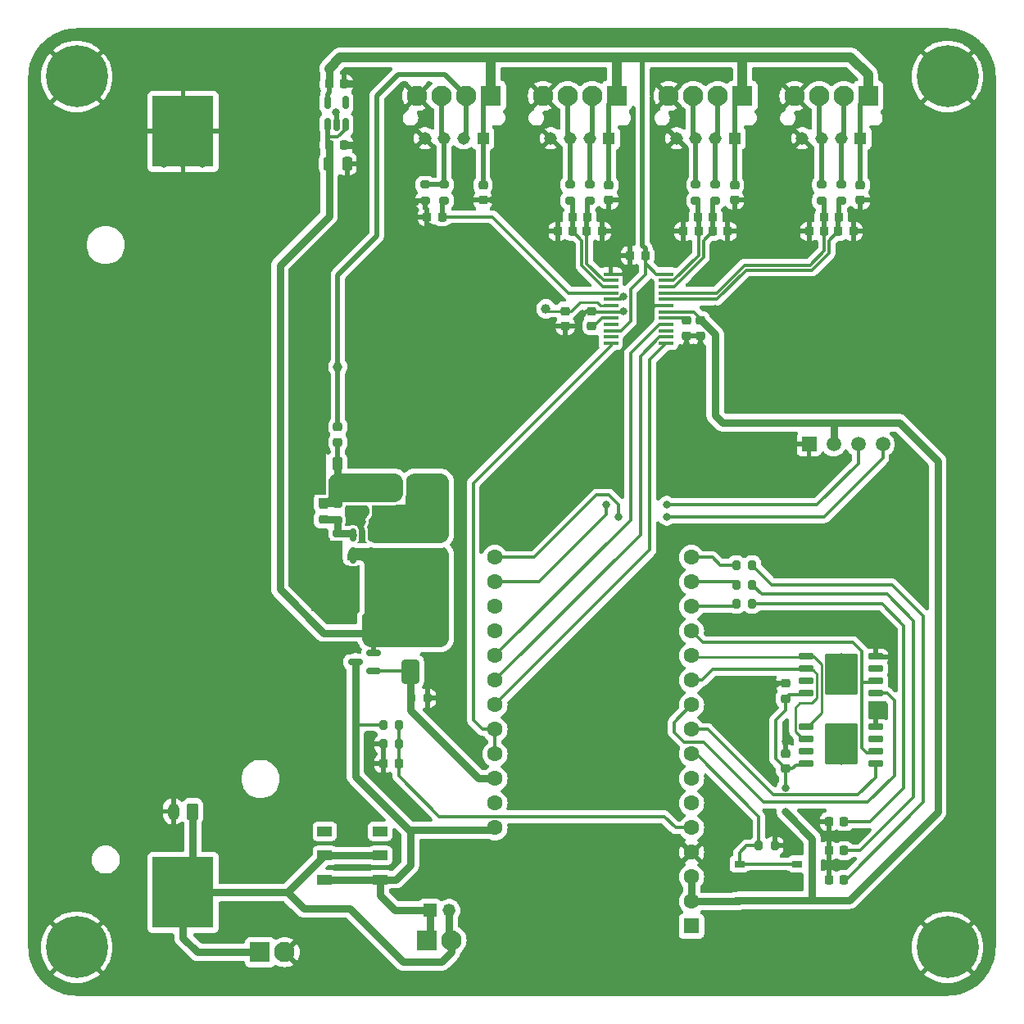
<source format=gbr>
%TF.GenerationSoftware,KiCad,Pcbnew,7.0.6*%
%TF.CreationDate,2024-06-14T01:31:41+02:00*%
%TF.ProjectId,SoliDAQ,536f6c69-4441-4512-9e6b-696361645f70,rev?*%
%TF.SameCoordinates,Original*%
%TF.FileFunction,Copper,L1,Top*%
%TF.FilePolarity,Positive*%
%FSLAX46Y46*%
G04 Gerber Fmt 4.6, Leading zero omitted, Abs format (unit mm)*
G04 Created by KiCad (PCBNEW 7.0.6) date 2024-06-14 01:31:41*
%MOMM*%
%LPD*%
G01*
G04 APERTURE LIST*
G04 Aperture macros list*
%AMRoundRect*
0 Rectangle with rounded corners*
0 $1 Rounding radius*
0 $2 $3 $4 $5 $6 $7 $8 $9 X,Y pos of 4 corners*
0 Add a 4 corners polygon primitive as box body*
4,1,4,$2,$3,$4,$5,$6,$7,$8,$9,$2,$3,0*
0 Add four circle primitives for the rounded corners*
1,1,$1+$1,$2,$3*
1,1,$1+$1,$4,$5*
1,1,$1+$1,$6,$7*
1,1,$1+$1,$8,$9*
0 Add four rect primitives between the rounded corners*
20,1,$1+$1,$2,$3,$4,$5,0*
20,1,$1+$1,$4,$5,$6,$7,0*
20,1,$1+$1,$6,$7,$8,$9,0*
20,1,$1+$1,$8,$9,$2,$3,0*%
G04 Aperture macros list end*
%TA.AperFunction,SMDPad,CuDef*%
%ADD10RoundRect,0.250000X-0.250000X-0.475000X0.250000X-0.475000X0.250000X0.475000X-0.250000X0.475000X0*%
%TD*%
%TA.AperFunction,SMDPad,CuDef*%
%ADD11RoundRect,0.225000X-0.250000X0.225000X-0.250000X-0.225000X0.250000X-0.225000X0.250000X0.225000X0*%
%TD*%
%TA.AperFunction,SMDPad,CuDef*%
%ADD12RoundRect,0.225000X0.250000X-0.225000X0.250000X0.225000X-0.250000X0.225000X-0.250000X-0.225000X0*%
%TD*%
%TA.AperFunction,SMDPad,CuDef*%
%ADD13RoundRect,0.200000X0.275000X-0.200000X0.275000X0.200000X-0.275000X0.200000X-0.275000X-0.200000X0*%
%TD*%
%TA.AperFunction,SMDPad,CuDef*%
%ADD14RoundRect,0.218750X-0.218750X-0.256250X0.218750X-0.256250X0.218750X0.256250X-0.218750X0.256250X0*%
%TD*%
%TA.AperFunction,SMDPad,CuDef*%
%ADD15RoundRect,0.200000X0.200000X0.275000X-0.200000X0.275000X-0.200000X-0.275000X0.200000X-0.275000X0*%
%TD*%
%TA.AperFunction,SMDPad,CuDef*%
%ADD16C,1.000000*%
%TD*%
%TA.AperFunction,SMDPad,CuDef*%
%ADD17RoundRect,0.250000X0.250000X0.475000X-0.250000X0.475000X-0.250000X-0.475000X0.250000X-0.475000X0*%
%TD*%
%TA.AperFunction,ComponentPad*%
%ADD18R,2.100000X2.100000*%
%TD*%
%TA.AperFunction,ComponentPad*%
%ADD19C,2.100000*%
%TD*%
%TA.AperFunction,SMDPad,CuDef*%
%ADD20RoundRect,0.200000X-0.200000X-0.275000X0.200000X-0.275000X0.200000X0.275000X-0.200000X0.275000X0*%
%TD*%
%TA.AperFunction,SMDPad,CuDef*%
%ADD21RoundRect,0.250000X-0.475000X0.250000X-0.475000X-0.250000X0.475000X-0.250000X0.475000X0.250000X0*%
%TD*%
%TA.AperFunction,SMDPad,CuDef*%
%ADD22RoundRect,0.218750X0.256250X-0.218750X0.256250X0.218750X-0.256250X0.218750X-0.256250X-0.218750X0*%
%TD*%
%TA.AperFunction,SMDPad,CuDef*%
%ADD23RoundRect,0.150000X0.587500X0.150000X-0.587500X0.150000X-0.587500X-0.150000X0.587500X-0.150000X0*%
%TD*%
%TA.AperFunction,SMDPad,CuDef*%
%ADD24RoundRect,0.250000X-0.650000X1.000000X-0.650000X-1.000000X0.650000X-1.000000X0.650000X1.000000X0*%
%TD*%
%TA.AperFunction,SMDPad,CuDef*%
%ADD25RoundRect,0.250000X-1.000000X-0.650000X1.000000X-0.650000X1.000000X0.650000X-1.000000X0.650000X0*%
%TD*%
%TA.AperFunction,ComponentPad*%
%ADD26C,0.800000*%
%TD*%
%TA.AperFunction,ComponentPad*%
%ADD27C,6.400000*%
%TD*%
%TA.AperFunction,SMDPad,CuDef*%
%ADD28RoundRect,0.225000X0.225000X0.250000X-0.225000X0.250000X-0.225000X-0.250000X0.225000X-0.250000X0*%
%TD*%
%TA.AperFunction,SMDPad,CuDef*%
%ADD29RoundRect,0.225000X-0.225000X-0.250000X0.225000X-0.250000X0.225000X0.250000X-0.225000X0.250000X0*%
%TD*%
%TA.AperFunction,ComponentPad*%
%ADD30R,1.308000X1.308000*%
%TD*%
%TA.AperFunction,ComponentPad*%
%ADD31C,1.308000*%
%TD*%
%TA.AperFunction,SMDPad,CuDef*%
%ADD32R,1.500000X1.000000*%
%TD*%
%TA.AperFunction,ComponentPad*%
%ADD33R,1.508000X1.508000*%
%TD*%
%TA.AperFunction,ComponentPad*%
%ADD34C,1.508000*%
%TD*%
%TA.AperFunction,SMDPad,CuDef*%
%ADD35R,3.500000X2.350000*%
%TD*%
%TA.AperFunction,SMDPad,CuDef*%
%ADD36RoundRect,0.150000X0.650000X0.150000X-0.650000X0.150000X-0.650000X-0.150000X0.650000X-0.150000X0*%
%TD*%
%TA.AperFunction,SMDPad,CuDef*%
%ADD37RoundRect,0.170000X1.530000X1.980000X-1.530000X1.980000X-1.530000X-1.980000X1.530000X-1.980000X0*%
%TD*%
%TA.AperFunction,ComponentPad*%
%ADD38R,1.600000X1.600000*%
%TD*%
%TA.AperFunction,ComponentPad*%
%ADD39C,1.600000*%
%TD*%
%TA.AperFunction,SMDPad,CuDef*%
%ADD40RoundRect,0.200000X-0.275000X0.200000X-0.275000X-0.200000X0.275000X-0.200000X0.275000X0.200000X0*%
%TD*%
%TA.AperFunction,SMDPad,CuDef*%
%ADD41R,1.000000X0.750000*%
%TD*%
%TA.AperFunction,ComponentPad*%
%ADD42R,1.320800X1.320800*%
%TD*%
%TA.AperFunction,ComponentPad*%
%ADD43C,1.320800*%
%TD*%
%TA.AperFunction,SMDPad,CuDef*%
%ADD44RoundRect,0.150000X0.150000X-0.512500X0.150000X0.512500X-0.150000X0.512500X-0.150000X-0.512500X0*%
%TD*%
%TA.AperFunction,SMDPad,CuDef*%
%ADD45R,6.350000X7.340000*%
%TD*%
%TA.AperFunction,SMDPad,CuDef*%
%ADD46RoundRect,0.102500X0.642500X0.102500X-0.642500X0.102500X-0.642500X-0.102500X0.642500X-0.102500X0*%
%TD*%
%TA.AperFunction,SMDPad,CuDef*%
%ADD47RoundRect,0.102500X-0.642500X-0.102500X0.642500X-0.102500X0.642500X0.102500X-0.642500X0.102500X0*%
%TD*%
%TA.AperFunction,ComponentPad*%
%ADD48RoundRect,0.250000X0.350000X0.625000X-0.350000X0.625000X-0.350000X-0.625000X0.350000X-0.625000X0*%
%TD*%
%TA.AperFunction,ComponentPad*%
%ADD49O,1.200000X1.750000*%
%TD*%
%TA.AperFunction,SMDPad,CuDef*%
%ADD50RoundRect,0.150000X-0.150000X0.512500X-0.150000X-0.512500X0.150000X-0.512500X0.150000X0.512500X0*%
%TD*%
%TA.AperFunction,ViaPad*%
%ADD51C,0.800000*%
%TD*%
%TA.AperFunction,Conductor*%
%ADD52C,0.300000*%
%TD*%
%TA.AperFunction,Conductor*%
%ADD53C,0.250000*%
%TD*%
%TA.AperFunction,Conductor*%
%ADD54C,0.800000*%
%TD*%
%TA.AperFunction,Conductor*%
%ADD55C,0.500000*%
%TD*%
%TA.AperFunction,Conductor*%
%ADD56C,1.000000*%
%TD*%
G04 APERTURE END LIST*
D10*
%TO.P,C30,1*%
%TO.N,+5V*%
X111050000Y-69000000D03*
%TO.P,C30,2*%
%TO.N,GND*%
X112950000Y-69000000D03*
%TD*%
D11*
%TO.P,C29,2*%
%TO.N,GND*%
X135500000Y-85775000D03*
%TO.P,C29,1*%
%TO.N,Net-(U4-REFOUT)*%
X135500000Y-84225000D03*
%TD*%
D12*
%TO.P,C27,1*%
%TO.N,+3V3*%
X158250000Y-124275000D03*
%TO.P,C27,2*%
%TO.N,GND*%
X158250000Y-122725000D03*
%TD*%
D13*
%TO.P,R9,1*%
%TO.N,/LC3_OUT-*%
X136000000Y-72825000D03*
%TO.P,R9,2*%
%TO.N,/IN3-*%
X136000000Y-71175000D03*
%TD*%
D14*
%TO.P,D3,1,K*%
%TO.N,GND*%
X162750000Y-140000000D03*
%TO.P,D3,2,A*%
%TO.N,Net-(D3-A)*%
X164325000Y-140000000D03*
%TD*%
D11*
%TO.P,C2,1*%
%TO.N,VDDA*%
X166000000Y-71225000D03*
%TO.P,C2,2*%
%TO.N,GND*%
X166000000Y-72775000D03*
%TD*%
D15*
%TO.P,R2,1*%
%TO.N,/BAT_MEASURE*%
X118325000Y-129000000D03*
%TO.P,R2,2*%
%TO.N,GND*%
X116675000Y-129000000D03*
%TD*%
D16*
%TO.P,TP1,1,1*%
%TO.N,/12v_fused*%
X112000000Y-90000000D03*
%TD*%
D11*
%TO.P,C26,1*%
%TO.N,Net-(U4-REGCAPD)*%
X148000000Y-85225000D03*
%TO.P,C26,2*%
%TO.N,GND*%
X148000000Y-86775000D03*
%TD*%
D17*
%TO.P,C20,1*%
%TO.N,+12V*%
X111950000Y-102000000D03*
%TO.P,C20,2*%
%TO.N,GND*%
X110050000Y-102000000D03*
%TD*%
D18*
%TO.P,J12,1,Pin_1*%
%TO.N,VDDA*%
X127815000Y-62000000D03*
D19*
%TO.P,J12,2,Pin_2*%
%TO.N,/12v_fused*%
X125275000Y-62000000D03*
%TO.P,J12,3,Pin_3*%
%TO.N,/4_20_IN1*%
X122735000Y-62000000D03*
%TO.P,J12,4,Pin_4*%
%TO.N,GND*%
X120195000Y-62000000D03*
%TD*%
D20*
%TO.P,R16,1*%
%TO.N,/LED_HALF_FULL*%
X153175000Y-110500000D03*
%TO.P,R16,2*%
%TO.N,Net-(D4-A)*%
X154825000Y-110500000D03*
%TD*%
D11*
%TO.P,C16,1*%
%TO.N,VDDA*%
X127000000Y-71225000D03*
%TO.P,C16,2*%
%TO.N,GND*%
X127000000Y-72775000D03*
%TD*%
D13*
%TO.P,R12,1*%
%TO.N,/4_20_IN1_FILT*%
X123000000Y-72825000D03*
%TO.P,R12,2*%
%TO.N,/4_20_IN1*%
X123000000Y-71175000D03*
%TD*%
D14*
%TO.P,D4,1,K*%
%TO.N,GND*%
X162750000Y-143000000D03*
%TO.P,D4,2,A*%
%TO.N,Net-(D4-A)*%
X164325000Y-143000000D03*
%TD*%
D21*
%TO.P,C22,1*%
%TO.N,+12V*%
X114500000Y-103050000D03*
%TO.P,C22,2*%
%TO.N,GND*%
X114500000Y-104950000D03*
%TD*%
D22*
%TO.P,F1,1*%
%TO.N,+12V*%
X112000000Y-97787500D03*
%TO.P,F1,2*%
%TO.N,/12v_fused*%
X112000000Y-96212500D03*
%TD*%
D23*
%TO.P,Q1,1,G*%
%TO.N,VBUS*%
X115687500Y-121450000D03*
%TO.P,Q1,2,S*%
%TO.N,+5V*%
X115687500Y-119550000D03*
%TO.P,Q1,3,D*%
%TO.N,+BATT*%
X113812500Y-120500000D03*
%TD*%
D11*
%TO.P,C3,1*%
%TO.N,VDDA*%
X153000000Y-71225000D03*
%TO.P,C3,2*%
%TO.N,GND*%
X153000000Y-72775000D03*
%TD*%
D24*
%TO.P,D1,1,K*%
%TO.N,+5V*%
X119500000Y-117500000D03*
%TO.P,D1,2,A*%
%TO.N,VBUS*%
X119500000Y-121500000D03*
%TD*%
D25*
%TO.P,D2,1,K*%
%TO.N,+12V*%
X117000000Y-102250000D03*
%TO.P,D2,2,A*%
%TO.N,/BOOST_SW*%
X121000000Y-102250000D03*
%TD*%
D12*
%TO.P,C25,2*%
%TO.N,GND*%
X138250000Y-84225000D03*
%TO.P,C25,1*%
%TO.N,Net-(U4-REGCAPA)*%
X138250000Y-85775000D03*
%TD*%
D19*
%TO.P,J1,2,Pin_2*%
%TO.N,GND*%
X106500000Y-150500000D03*
D18*
%TO.P,J1,1,Pin_1*%
%TO.N,Net-(J1-Pin_1)*%
X103960000Y-150500000D03*
%TD*%
D26*
%TO.P,H3,1,1*%
%TO.N,GND*%
X82600000Y-150000000D03*
X83302944Y-148302944D03*
X83302944Y-151697056D03*
X85000000Y-147600000D03*
D27*
X85000000Y-150000000D03*
D26*
X85000000Y-152400000D03*
X86697056Y-148302944D03*
X86697056Y-151697056D03*
X87400000Y-150000000D03*
%TD*%
D28*
%TO.P,C28,1*%
%TO.N,VDDA*%
X143775000Y-78500000D03*
%TO.P,C28,2*%
%TO.N,GND*%
X142225000Y-78500000D03*
%TD*%
D26*
%TO.P,H4,1,1*%
%TO.N,GND*%
X172600000Y-150000000D03*
X173302944Y-148302944D03*
X173302944Y-151697056D03*
X175000000Y-147600000D03*
D27*
X175000000Y-150000000D03*
D26*
X175000000Y-152400000D03*
X176697056Y-148302944D03*
X176697056Y-151697056D03*
X177400000Y-150000000D03*
%TD*%
D29*
%TO.P,C14,1*%
%TO.N,+5V*%
X111087500Y-67050000D03*
%TO.P,C14,2*%
%TO.N,GND*%
X112637500Y-67050000D03*
%TD*%
D28*
%TO.P,C12,1*%
%TO.N,/LC3_OUT+*%
X137775000Y-74500000D03*
%TO.P,C12,2*%
%TO.N,/LC3_OUT-*%
X136225000Y-74500000D03*
%TD*%
D11*
%TO.P,C24,1*%
%TO.N,+3V3*%
X149500000Y-85225000D03*
%TO.P,C24,2*%
%TO.N,GND*%
X149500000Y-86775000D03*
%TD*%
D30*
%TO.P,J11,1,Pin_1*%
%TO.N,VDDA*%
X140000000Y-66375000D03*
D31*
%TO.P,J11,2,Pin_2*%
%TO.N,/IN3+*%
X138000000Y-66375000D03*
%TO.P,J11,3,Pin_3*%
%TO.N,/IN3-*%
X136000000Y-66375000D03*
%TO.P,J11,4,Pin_4*%
%TO.N,GND*%
X134000000Y-66375000D03*
%TD*%
D32*
%TO.P,SW1,1,A*%
%TO.N,+BATT*%
X110640000Y-143000000D03*
%TO.P,SW1,2,B*%
%TO.N,Net-(J1-Pin_1)*%
X110640000Y-140500000D03*
%TO.P,SW1,3,C*%
%TO.N,unconnected-(SW1-C-Pad3)*%
X110640000Y-138000000D03*
%TO.P,SW1,4,A*%
%TO.N,+BATT*%
X116360000Y-143000000D03*
%TO.P,SW1,5,B*%
%TO.N,Net-(J1-Pin_1)*%
X116360000Y-140500000D03*
%TO.P,SW1,6,C*%
%TO.N,unconnected-(SW1-C-Pad6)*%
X116360000Y-138000000D03*
%TD*%
D28*
%TO.P,C6,1*%
%TO.N,/LC1_OUT+*%
X163775000Y-74500000D03*
%TO.P,C6,2*%
%TO.N,/LC1_OUT-*%
X162225000Y-74500000D03*
%TD*%
D11*
%TO.P,C19,1*%
%TO.N,+12V*%
X110500000Y-104225000D03*
%TO.P,C19,2*%
%TO.N,Net-(U2-FB)*%
X110500000Y-105775000D03*
%TD*%
D33*
%TO.P,J14,1,Pin_1*%
%TO.N,GND*%
X160690000Y-98000000D03*
D34*
%TO.P,J14,2,Pin_2*%
%TO.N,+3V3*%
X163230000Y-98000000D03*
%TO.P,J14,3,Pin_3*%
%TO.N,/SCL*%
X165770000Y-98000000D03*
%TO.P,J14,4,Pin_4*%
%TO.N,/SDA*%
X168310000Y-98000000D03*
%TD*%
D29*
%TO.P,C15,1*%
%TO.N,VDDA*%
X111087500Y-60750000D03*
%TO.P,C15,2*%
%TO.N,GND*%
X112637500Y-60750000D03*
%TD*%
D28*
%TO.P,C5,1*%
%TO.N,GND*%
X165275000Y-76000000D03*
%TO.P,C5,2*%
%TO.N,/LC1_OUT+*%
X163725000Y-76000000D03*
%TD*%
D35*
%TO.P,L1,1*%
%TO.N,+5V*%
X120000000Y-111525000D03*
%TO.P,L1,2*%
%TO.N,/BOOST_SW*%
X120000000Y-105475000D03*
%TD*%
D36*
%TO.P,U5,1,~{CS}*%
%TO.N,/FLASH2_CS*%
X167600000Y-131005000D03*
%TO.P,U5,2,DO(IO1)*%
%TO.N,/SPI_MISO*%
X167600000Y-129735000D03*
%TO.P,U5,3,IO2*%
%TO.N,unconnected-(U5-IO2-Pad3)*%
X167600000Y-128465000D03*
%TO.P,U5,4,GND*%
%TO.N,GND*%
X167600000Y-127195000D03*
%TO.P,U5,5,DI(IO0)*%
%TO.N,/SPI_MOSI*%
X160400000Y-127195000D03*
%TO.P,U5,6,CLK*%
%TO.N,/SPI_SCK*%
X160400000Y-128465000D03*
%TO.P,U5,7,IO3*%
%TO.N,unconnected-(U5-IO3-Pad7)*%
X160400000Y-129735000D03*
%TO.P,U5,8,VCC*%
%TO.N,+3V3*%
X160400000Y-131005000D03*
D37*
%TO.P,U5,9,EP*%
%TO.N,GND*%
X164000000Y-129000000D03*
%TD*%
D38*
%TO.P,A1,1,~{RESET}*%
%TO.N,unconnected-(A1-~{RESET}-Pad1)*%
X148552500Y-147800000D03*
D39*
%TO.P,A1,2,3V3*%
%TO.N,+3V3*%
X148552500Y-145260000D03*
%TO.P,A1,3,3V3*%
X148552500Y-142720000D03*
%TO.P,A1,4,GND*%
%TO.N,GND*%
X148552500Y-140180000D03*
%TO.P,A1,5,A0*%
%TO.N,/BAT_MEASURE*%
X148552500Y-137640000D03*
%TO.P,A1,6,A1*%
%TO.N,unconnected-(A1-A1-Pad6)*%
X148552500Y-135100000D03*
%TO.P,A1,7,A2*%
%TO.N,unconnected-(A1-A2-Pad7)*%
X148552500Y-132560000D03*
%TO.P,A1,8,A3*%
%TO.N,/DL_BTN*%
X148552500Y-130020000D03*
%TO.P,A1,9,D24*%
%TO.N,/FLASH2_CS*%
X148552500Y-127480000D03*
%TO.P,A1,10,D25*%
%TO.N,/FLASH1_CS*%
X148552500Y-124940000D03*
%TO.P,A1,11,D18/SCK0*%
%TO.N,/SPI_SCK*%
X148552500Y-122400000D03*
%TO.P,A1,12,D19/MOSI0*%
%TO.N,/SPI_MOSI*%
X148552500Y-119860000D03*
%TO.P,A1,13,D20/MISO0*%
%TO.N,/SPI_MISO*%
X148552500Y-117320000D03*
%TO.P,A1,14,D1/RX*%
%TO.N,/LED_LOGGING*%
X148552500Y-114780000D03*
%TO.P,A1,15,D0/TX*%
%TO.N,/LED_LOWBAT*%
X148552500Y-112240000D03*
%TO.P,A1,16,D4*%
%TO.N,/LED_HALF_FULL*%
X148552500Y-109700000D03*
%TO.P,A1,17,D2/SDA*%
%TO.N,/SDA*%
X128232500Y-109700000D03*
%TO.P,A1,18,D3/SCL*%
%TO.N,/SCL*%
X128232500Y-112240000D03*
%TO.P,A1,19,D5*%
%TO.N,unconnected-(A1-D5-Pad19)*%
X128232500Y-114780000D03*
%TO.P,A1,20,D6*%
%TO.N,unconnected-(A1-D6-Pad20)*%
X128232500Y-117320000D03*
%TO.P,A1,21,D9*%
%TO.N,/ADC_CS*%
X128232500Y-119860000D03*
%TO.P,A1,22,D10/SCK1*%
%TO.N,/SPI2_SCK*%
X128232500Y-122400000D03*
%TO.P,A1,23,D11/MOSI1*%
%TO.N,/SPI2_MOSI*%
X128232500Y-124940000D03*
%TO.P,A1,24,D12/MISO1*%
%TO.N,/SPI2_MISO*%
X128232500Y-127480000D03*
%TO.P,A1,25,D13*%
X128232500Y-130020000D03*
%TO.P,A1,26,USB*%
%TO.N,VBUS*%
X128232500Y-132560000D03*
%TO.P,A1,27,EN*%
%TO.N,unconnected-(A1-EN-Pad27)*%
X128232500Y-135100000D03*
%TO.P,A1,28,VBAT*%
%TO.N,+BATT*%
X128232500Y-137640000D03*
%TD*%
D40*
%TO.P,R11,1*%
%TO.N,/4_20_IN1*%
X121000000Y-71175000D03*
%TO.P,R11,2*%
%TO.N,GND*%
X121000000Y-72825000D03*
%TD*%
D41*
%TO.P,SW2,1,1*%
%TO.N,/DL_BTN*%
X153500000Y-141375000D03*
X159500000Y-141375000D03*
%TO.P,SW2,2,2*%
%TO.N,+3V3*%
X153500000Y-145125000D03*
X159500000Y-145125000D03*
%TD*%
D42*
%TO.P,J5,1,Pin_1*%
%TO.N,+BATT*%
X121499999Y-146154699D03*
D43*
%TO.P,J5,2,Pin_2*%
%TO.N,Net-(J1-Pin_1)*%
X123500000Y-146154699D03*
%TD*%
D28*
%TO.P,C13,1*%
%TO.N,/LC3_OUT-*%
X136275000Y-76000000D03*
%TO.P,C13,2*%
%TO.N,GND*%
X134725000Y-76000000D03*
%TD*%
D13*
%TO.P,R7,1*%
%TO.N,/LC2_OUT-*%
X149000000Y-72825000D03*
%TO.P,R7,2*%
%TO.N,/IN2-*%
X149000000Y-71175000D03*
%TD*%
D20*
%TO.P,R1,1*%
%TO.N,+BATT*%
X116675000Y-127000000D03*
%TO.P,R1,2*%
%TO.N,/BAT_MEASURE*%
X118325000Y-127000000D03*
%TD*%
D18*
%TO.P,J8,1,Pin_1*%
%TO.N,VDDA*%
X140815000Y-62000000D03*
D19*
%TO.P,J8,2,Pin_2*%
%TO.N,/IN3+*%
X138275000Y-62000000D03*
%TO.P,J8,3,Pin_3*%
%TO.N,/IN3-*%
X135735000Y-62000000D03*
%TO.P,J8,4,Pin_4*%
%TO.N,GND*%
X133195000Y-62000000D03*
%TD*%
D28*
%TO.P,C9,1*%
%TO.N,/LC2_OUT+*%
X150775000Y-74500000D03*
%TO.P,C9,2*%
%TO.N,/LC2_OUT-*%
X149225000Y-74500000D03*
%TD*%
%TO.P,C10,1*%
%TO.N,/LC2_OUT-*%
X149275000Y-76000000D03*
%TO.P,C10,2*%
%TO.N,GND*%
X147725000Y-76000000D03*
%TD*%
D36*
%TO.P,U3,1,~{CS}*%
%TO.N,/FLASH1_CS*%
X167600000Y-123755000D03*
%TO.P,U3,2,DO(IO1)*%
%TO.N,/SPI_MISO*%
X167600000Y-122485000D03*
%TO.P,U3,3,IO2*%
%TO.N,unconnected-(U3-IO2-Pad3)*%
X167600000Y-121215000D03*
%TO.P,U3,4,GND*%
%TO.N,GND*%
X167600000Y-119945000D03*
%TO.P,U3,5,DI(IO0)*%
%TO.N,/SPI_MOSI*%
X160400000Y-119945000D03*
%TO.P,U3,6,CLK*%
%TO.N,/SPI_SCK*%
X160400000Y-121215000D03*
%TO.P,U3,7,IO3*%
%TO.N,unconnected-(U3-IO3-Pad7)*%
X160400000Y-122485000D03*
%TO.P,U3,8,VCC*%
%TO.N,+3V3*%
X160400000Y-123755000D03*
D37*
%TO.P,U3,9,EP*%
%TO.N,GND*%
X164000000Y-121750000D03*
%TD*%
D28*
%TO.P,C8,1*%
%TO.N,GND*%
X152275000Y-76000000D03*
%TO.P,C8,2*%
%TO.N,/LC2_OUT+*%
X150725000Y-76000000D03*
%TD*%
D30*
%TO.P,J10,1,Pin_1*%
%TO.N,VDDA*%
X153000000Y-66375000D03*
D31*
%TO.P,J10,2,Pin_2*%
%TO.N,/IN2+*%
X151000000Y-66375000D03*
%TO.P,J10,3,Pin_3*%
%TO.N,/IN2-*%
X149000000Y-66375000D03*
%TO.P,J10,4,Pin_4*%
%TO.N,GND*%
X147000000Y-66375000D03*
%TD*%
D28*
%TO.P,C7,1*%
%TO.N,/LC1_OUT-*%
X162275000Y-76000000D03*
%TO.P,C7,2*%
%TO.N,GND*%
X160725000Y-76000000D03*
%TD*%
D20*
%TO.P,R15,1*%
%TO.N,/LED_LOWBAT*%
X153175000Y-112500000D03*
%TO.P,R15,2*%
%TO.N,Net-(D3-A)*%
X154825000Y-112500000D03*
%TD*%
D44*
%TO.P,U1,1,IN*%
%TO.N,+5V*%
X110912500Y-64975000D03*
%TO.P,U1,2,GND*%
%TO.N,GND*%
X111862500Y-64975000D03*
%TO.P,U1,3,EN*%
%TO.N,+5V*%
X112812500Y-64975000D03*
%TO.P,U1,4,NC*%
%TO.N,unconnected-(U1-NC-Pad4)*%
X112812500Y-62700000D03*
%TO.P,U1,5,OUT*%
%TO.N,VDDA*%
X110912500Y-62700000D03*
%TD*%
D40*
%TO.P,R14,1*%
%TO.N,Net-(U2-FB)*%
X112000000Y-107175000D03*
%TO.P,R14,2*%
%TO.N,GND*%
X112000000Y-108825000D03*
%TD*%
D17*
%TO.P,C21,1*%
%TO.N,+12V*%
X111950000Y-100000000D03*
%TO.P,C21,2*%
%TO.N,GND*%
X110050000Y-100000000D03*
%TD*%
D30*
%TO.P,J13,1,Pin_1*%
%TO.N,VDDA*%
X127000000Y-66375000D03*
D31*
%TO.P,J13,2,Pin_2*%
%TO.N,/12v_fused*%
X125000000Y-66375000D03*
%TO.P,J13,3,Pin_3*%
%TO.N,/4_20_IN1*%
X123000000Y-66375000D03*
%TO.P,J13,4,Pin_4*%
%TO.N,GND*%
X121000000Y-66375000D03*
%TD*%
D12*
%TO.P,C23,1*%
%TO.N,+3V3*%
X158250000Y-131525000D03*
%TO.P,C23,2*%
%TO.N,GND*%
X158250000Y-129975000D03*
%TD*%
D14*
%TO.P,D5,1,K*%
%TO.N,GND*%
X162750000Y-137000000D03*
%TO.P,D5,2,A*%
%TO.N,Net-(D5-A)*%
X164325000Y-137000000D03*
%TD*%
D20*
%TO.P,R10,1*%
%TO.N,/DL_BTN*%
X155500000Y-139500000D03*
%TO.P,R10,2*%
%TO.N,GND*%
X157150000Y-139500000D03*
%TD*%
D45*
%TO.P,J3,1,Pin_1*%
%TO.N,Net-(J1-Pin_1)*%
X96000000Y-144330000D03*
%TO.P,J3,2,Pin_2*%
%TO.N,GND*%
X96000000Y-65670000D03*
%TD*%
D28*
%TO.P,C1,1*%
%TO.N,/BAT_MEASURE*%
X118275000Y-131000000D03*
%TO.P,C1,2*%
%TO.N,GND*%
X116725000Y-131000000D03*
%TD*%
D16*
%TO.P,TP2,1,1*%
%TO.N,Net-(U4-REFOUT)*%
X133500000Y-84000000D03*
%TD*%
D40*
%TO.P,R4,1*%
%TO.N,/IN1+*%
X164000000Y-71175000D03*
%TO.P,R4,2*%
%TO.N,/LC1_OUT+*%
X164000000Y-72825000D03*
%TD*%
D18*
%TO.P,J7,1,Pin_1*%
%TO.N,VDDA*%
X166815000Y-62000000D03*
D19*
%TO.P,J7,2,Pin_2*%
%TO.N,/IN1+*%
X164275000Y-62000000D03*
%TO.P,J7,3,Pin_3*%
%TO.N,/IN1-*%
X161735000Y-62000000D03*
%TO.P,J7,4,Pin_4*%
%TO.N,GND*%
X159195000Y-62000000D03*
%TD*%
D46*
%TO.P,U4,1,DIN*%
%TO.N,/SPI2_MOSI*%
X145945000Y-87575000D03*
%TO.P,U4,2,SCLK*%
%TO.N,/SPI2_SCK*%
X145945000Y-86925000D03*
%TO.P,U4,3,CLK*%
%TO.N,unconnected-(U4-CLK-Pad3)*%
X145945000Y-86275000D03*
%TO.P,U4,4,~{CS}*%
%TO.N,/ADC_CS*%
X145945000Y-85625000D03*
%TO.P,U4,5,REGCAPD*%
%TO.N,Net-(U4-REGCAPD)*%
X145945000Y-84975000D03*
%TO.P,U4,6,IOVDD*%
%TO.N,+3V3*%
X145945000Y-84325000D03*
%TO.P,U4,7,DGND*%
%TO.N,GND*%
X145945000Y-83675000D03*
%TO.P,U4,8,AIN0/IOUT/VBIAS*%
%TO.N,/LC1_OUT+*%
X145945000Y-83025000D03*
%TO.P,U4,9,AIN1/IOUT/VBIAS*%
%TO.N,/LC1_OUT-*%
X145945000Y-82375000D03*
%TO.P,U4,10,AIN2/IOUT/VBIAS/P1*%
%TO.N,/LC2_OUT+*%
X145945000Y-81725000D03*
%TO.P,U4,11,AIN3/IOUT/VBIAS/P2*%
%TO.N,/LC2_OUT-*%
X145945000Y-81075000D03*
%TO.P,U4,12,REFIN1+*%
%TO.N,VDDA*%
X145945000Y-80425000D03*
D47*
%TO.P,U4,13,REFIN1-*%
%TO.N,GND*%
X140205000Y-80425000D03*
%TO.P,U4,14,AIN4/IOUT/VBIAS*%
%TO.N,/LC3_OUT+*%
X140205000Y-81075000D03*
%TO.P,U4,15,AIN5/IOUT/VBIAS*%
%TO.N,/LC3_OUT-*%
X140205000Y-81725000D03*
%TO.P,U4,16,AIN6/IOUT/VBIAS/REFIN2+*%
%TO.N,/4_20_IN1_FILT*%
X140205000Y-82375000D03*
%TO.P,U4,17,AIN7/IOUT/VBIAS/REFIN2-*%
%TO.N,GND*%
X140205000Y-83025000D03*
%TO.P,U4,18,REFOUT*%
%TO.N,Net-(U4-REFOUT)*%
X140205000Y-83675000D03*
%TO.P,U4,19,AVSS*%
%TO.N,GND*%
X140205000Y-84325000D03*
%TO.P,U4,20,REGCAPA*%
%TO.N,Net-(U4-REGCAPA)*%
X140205000Y-84975000D03*
%TO.P,U4,21,PSW*%
%TO.N,unconnected-(U4-PSW-Pad21)*%
X140205000Y-85625000D03*
%TO.P,U4,22,AVDD*%
%TO.N,VDDA*%
X140205000Y-86275000D03*
%TO.P,U4,23,~{SYNC}*%
%TO.N,unconnected-(U4-~{SYNC}-Pad23)*%
X140205000Y-86925000D03*
%TO.P,U4,24,DOUT/~{RDY}*%
%TO.N,/SPI2_MISO*%
X140205000Y-87575000D03*
%TD*%
D17*
%TO.P,C17,1*%
%TO.N,+5V*%
X115400000Y-112000000D03*
%TO.P,C17,2*%
%TO.N,GND*%
X113500000Y-112000000D03*
%TD*%
D11*
%TO.P,C4,1*%
%TO.N,VDDA*%
X140000000Y-71225000D03*
%TO.P,C4,2*%
%TO.N,GND*%
X140000000Y-72775000D03*
%TD*%
D40*
%TO.P,R8,1*%
%TO.N,/IN3+*%
X138000000Y-71175000D03*
%TO.P,R8,2*%
%TO.N,/LC3_OUT+*%
X138000000Y-72825000D03*
%TD*%
D18*
%TO.P,J4,1,Pin_1*%
%TO.N,+BATT*%
X121210000Y-149250000D03*
D19*
%TO.P,J4,2,Pin_2*%
%TO.N,Net-(J1-Pin_1)*%
X123750000Y-149250000D03*
%TD*%
D28*
%TO.P,C11,1*%
%TO.N,GND*%
X139275000Y-76000000D03*
%TO.P,C11,2*%
%TO.N,/LC3_OUT+*%
X137725000Y-76000000D03*
%TD*%
D26*
%TO.P,H1,1,1*%
%TO.N,GND*%
X82600000Y-60000000D03*
X83302944Y-58302944D03*
X83302944Y-61697056D03*
X85000000Y-57600000D03*
D27*
X85000000Y-60000000D03*
D26*
X85000000Y-62400000D03*
X86697056Y-58302944D03*
X86697056Y-61697056D03*
X87400000Y-60000000D03*
%TD*%
D18*
%TO.P,J6,1,Pin_1*%
%TO.N,VDDA*%
X153815000Y-62000000D03*
D19*
%TO.P,J6,2,Pin_2*%
%TO.N,/IN2+*%
X151275000Y-62000000D03*
%TO.P,J6,3,Pin_3*%
%TO.N,/IN2-*%
X148735000Y-62000000D03*
%TO.P,J6,4,Pin_4*%
%TO.N,GND*%
X146195000Y-62000000D03*
%TD*%
D48*
%TO.P,J2,1,Pin_1*%
%TO.N,Net-(J1-Pin_1)*%
X97000000Y-135950000D03*
D49*
%TO.P,J2,2,Pin_2*%
%TO.N,GND*%
X95000000Y-135950000D03*
%TD*%
D13*
%TO.P,R5,1*%
%TO.N,/LC1_OUT-*%
X162000000Y-72825000D03*
%TO.P,R5,2*%
%TO.N,/IN1-*%
X162000000Y-71175000D03*
%TD*%
D40*
%TO.P,R13,1*%
%TO.N,+12V*%
X112000000Y-104175000D03*
%TO.P,R13,2*%
%TO.N,Net-(U2-FB)*%
X112000000Y-105825000D03*
%TD*%
D20*
%TO.P,R17,1*%
%TO.N,/LED_LOGGING*%
X153175000Y-114500000D03*
%TO.P,R17,2*%
%TO.N,Net-(D5-A)*%
X154825000Y-114500000D03*
%TD*%
D28*
%TO.P,C18,1*%
%TO.N,/4_20_IN1_FILT*%
X122775000Y-74500000D03*
%TO.P,C18,2*%
%TO.N,GND*%
X121225000Y-74500000D03*
%TD*%
D20*
%TO.P,R3,1*%
%TO.N,VBUS*%
X119600000Y-124250000D03*
%TO.P,R3,2*%
%TO.N,GND*%
X121250000Y-124250000D03*
%TD*%
D26*
%TO.P,H2,1,1*%
%TO.N,GND*%
X172600000Y-60000000D03*
X173302944Y-58302944D03*
X173302944Y-61697056D03*
X175000000Y-57600000D03*
D27*
X175000000Y-60000000D03*
D26*
X175000000Y-62400000D03*
X176697056Y-58302944D03*
X176697056Y-61697056D03*
X177400000Y-60000000D03*
%TD*%
D40*
%TO.P,R6,1*%
%TO.N,/IN2+*%
X151000000Y-71175000D03*
%TO.P,R6,2*%
%TO.N,/LC2_OUT+*%
X151000000Y-72825000D03*
%TD*%
D30*
%TO.P,J9,1,Pin_1*%
%TO.N,VDDA*%
X166000000Y-66375000D03*
D31*
%TO.P,J9,2,Pin_2*%
%TO.N,/IN1+*%
X164000000Y-66375000D03*
%TO.P,J9,3,Pin_3*%
%TO.N,/IN1-*%
X162000000Y-66375000D03*
%TO.P,J9,4,Pin_4*%
%TO.N,GND*%
X160000000Y-66375000D03*
%TD*%
D50*
%TO.P,U2,1,SW*%
%TO.N,/BOOST_SW*%
X115450000Y-107362500D03*
%TO.P,U2,2,GND*%
%TO.N,GND*%
X114500000Y-107362500D03*
%TO.P,U2,3,FB*%
%TO.N,Net-(U2-FB)*%
X113550000Y-107362500D03*
%TO.P,U2,4,EN*%
%TO.N,+5V*%
X113550000Y-109637500D03*
%TO.P,U2,5,VIN*%
X115450000Y-109637500D03*
%TD*%
D51*
%TO.N,GND*%
X131000000Y-67000000D03*
X128000000Y-87000000D03*
X170000000Y-84000000D03*
X163052614Y-93125120D03*
X159000000Y-143000000D03*
X151000000Y-116500000D03*
X108000000Y-137000000D03*
X91000000Y-132000000D03*
X116000000Y-59500000D03*
X157000000Y-75000000D03*
X117500000Y-84000000D03*
X155000000Y-88500000D03*
X137000000Y-86500000D03*
X134000000Y-85797160D03*
%TO.N,+3V3*%
X158250000Y-136000000D03*
X158250000Y-133500000D03*
%TO.N,GND*%
X122000000Y-95000000D03*
X158250000Y-139500000D03*
X141500000Y-82750000D03*
X140500000Y-134000000D03*
X121000000Y-69000000D03*
X142000000Y-80000000D03*
X122500000Y-77000000D03*
X126000000Y-129000000D03*
X120500000Y-144500000D03*
X130000000Y-152500000D03*
X137271575Y-84536974D03*
X82500000Y-145000000D03*
X82500000Y-135000000D03*
X156500000Y-65500000D03*
X162000000Y-101250000D03*
X170500000Y-65000000D03*
X134000000Y-82500000D03*
X111500000Y-78000000D03*
X82500000Y-95000000D03*
X146500000Y-89000000D03*
X103000000Y-111500000D03*
X123500000Y-99000000D03*
X134000000Y-134000000D03*
X177500000Y-110000000D03*
X151500000Y-80000000D03*
X121000000Y-99000000D03*
X146000000Y-92500000D03*
X177500000Y-95000000D03*
X108000000Y-66500000D03*
X82500000Y-115000000D03*
X116500000Y-79000000D03*
X160000000Y-74000000D03*
X158250000Y-128750000D03*
X164000000Y-123500000D03*
X134000000Y-73500000D03*
X151500000Y-98000000D03*
X164000000Y-84000000D03*
X169500000Y-60000000D03*
X110250000Y-110000000D03*
X122000000Y-123000000D03*
X110000000Y-97500000D03*
X126500000Y-79000000D03*
X123750000Y-81500000D03*
X155000000Y-69000000D03*
X110000000Y-57500000D03*
X140500000Y-89500000D03*
X98000000Y-65000000D03*
X121500000Y-75500000D03*
X98000000Y-69000000D03*
X145000000Y-152500000D03*
X175000000Y-93000000D03*
X155000000Y-152500000D03*
X82500000Y-70000000D03*
X145000000Y-112000000D03*
X177500000Y-125000000D03*
X105750000Y-148000000D03*
X114500000Y-106000000D03*
X150000000Y-152500000D03*
X118000000Y-72000000D03*
X147000000Y-78000000D03*
X91000000Y-123500000D03*
X120250000Y-153250000D03*
X147000000Y-74000000D03*
X177500000Y-140000000D03*
X152500000Y-86000000D03*
X134000000Y-71000000D03*
X170000000Y-101500000D03*
X82500000Y-100000000D03*
X122000000Y-56500000D03*
X110250000Y-114000000D03*
X113250000Y-106000000D03*
X173500000Y-69000000D03*
X177500000Y-105000000D03*
X113500000Y-94000000D03*
X138250000Y-87500000D03*
X169250000Y-120250000D03*
X108750000Y-101000000D03*
X131000000Y-74500000D03*
X169000000Y-57000000D03*
X125000000Y-70500000D03*
X145000000Y-75000000D03*
X107500000Y-61500000D03*
X153000000Y-137500000D03*
X160000000Y-71500000D03*
X113500000Y-89500000D03*
X156500000Y-56500000D03*
X174000000Y-96000000D03*
X114000000Y-99000000D03*
X106000000Y-117500000D03*
X137750000Y-92250000D03*
X109000000Y-95000000D03*
X90000000Y-106500000D03*
X144402617Y-83849624D03*
X177500000Y-120000000D03*
X163250000Y-59750000D03*
X141000000Y-139000000D03*
X112000000Y-114000000D03*
X152500000Y-127000000D03*
X82500000Y-125000000D03*
X162750000Y-141500000D03*
X82500000Y-80000000D03*
X113500000Y-83500000D03*
X94000000Y-65000000D03*
X113750000Y-60750000D03*
X167500000Y-147500000D03*
X133500000Y-76000000D03*
X108000000Y-108250000D03*
X92000000Y-85000000D03*
X82500000Y-140000000D03*
X118000000Y-66500000D03*
X151500000Y-124000000D03*
X98000000Y-67000000D03*
X109000000Y-87500000D03*
X132500000Y-87750000D03*
X159000000Y-102500000D03*
X91000000Y-145000000D03*
X149000000Y-81000000D03*
X151000000Y-84000000D03*
X103000000Y-103500000D03*
X140500000Y-76000000D03*
X160000000Y-152500000D03*
X103000000Y-83000000D03*
X112000000Y-110000000D03*
X82500000Y-110000000D03*
X82500000Y-85000000D03*
X90000000Y-152500000D03*
X113500000Y-81500000D03*
X131500000Y-139000000D03*
X164000000Y-127250000D03*
X118000000Y-88000000D03*
X96000000Y-65000000D03*
X146500000Y-97000000D03*
X130500000Y-56500000D03*
X125000000Y-68000000D03*
X125000000Y-152500000D03*
X177500000Y-70000000D03*
X146500000Y-99500000D03*
X152500000Y-93000000D03*
X177500000Y-90000000D03*
X177500000Y-100000000D03*
X144000000Y-125250000D03*
X109000000Y-80500000D03*
X156500000Y-61500000D03*
X171000000Y-105000000D03*
X145000000Y-69000000D03*
X163500000Y-138500000D03*
X137000000Y-59750000D03*
X153000000Y-77500000D03*
X144000000Y-130500000D03*
X113750000Y-114000000D03*
X114000000Y-96500000D03*
X82500000Y-130000000D03*
X102000000Y-140000000D03*
X119000000Y-80500000D03*
X170000000Y-152500000D03*
X128000000Y-72750000D03*
X134000000Y-105500000D03*
X124500000Y-114000000D03*
X171000000Y-89000000D03*
X118000000Y-77000000D03*
X142000000Y-71000000D03*
X108000000Y-111750000D03*
X136000000Y-80500000D03*
X111750000Y-148250000D03*
X120500000Y-77000000D03*
X130000000Y-95500000D03*
X160000000Y-78000000D03*
X157250000Y-122750000D03*
X138000000Y-94500000D03*
X151000000Y-140500000D03*
X140500000Y-96000000D03*
X166000000Y-74000000D03*
X100000000Y-152500000D03*
X116000000Y-99000000D03*
X111812500Y-63700000D03*
X124500000Y-109500000D03*
X113500000Y-91500000D03*
X140750000Y-115750000D03*
X155000000Y-129500000D03*
X148500000Y-90500000D03*
X154500000Y-94000000D03*
X145000000Y-142000000D03*
X122250000Y-87250000D03*
X156500000Y-98000000D03*
X133500000Y-92000000D03*
X155000000Y-81500000D03*
X132000000Y-72000000D03*
X106500000Y-73500000D03*
X82500000Y-120000000D03*
X110500000Y-107250000D03*
X114500000Y-56500000D03*
X128000000Y-77000000D03*
X145500000Y-90500000D03*
X118000000Y-75000000D03*
X112000000Y-112000000D03*
X163500000Y-110500000D03*
X137000000Y-88500000D03*
X158500000Y-83500000D03*
X148500000Y-102500000D03*
X111500000Y-125500000D03*
X113500000Y-85500000D03*
X160000000Y-69000000D03*
X163000000Y-79500000D03*
X125000000Y-77000000D03*
X110000000Y-152500000D03*
X151000000Y-135000000D03*
X130500000Y-62000000D03*
X172000000Y-95000000D03*
X177500000Y-135000000D03*
X165000000Y-152500000D03*
X124000000Y-121500000D03*
X140000000Y-74000000D03*
X138000000Y-119000000D03*
X105000000Y-152500000D03*
X133000000Y-130000000D03*
X177500000Y-115000000D03*
X114000000Y-67000000D03*
X111500000Y-131500000D03*
X165500000Y-106500000D03*
X157500000Y-81500000D03*
X157500000Y-78000000D03*
X133000000Y-77500000D03*
X82500000Y-105000000D03*
X151000000Y-77500000D03*
X146000000Y-107500000D03*
X149500000Y-87750000D03*
X145000000Y-72000000D03*
X150500000Y-107500000D03*
X151500000Y-143000000D03*
X157000000Y-68000000D03*
X140500000Y-101000000D03*
X159500000Y-76000000D03*
X135000000Y-90500000D03*
X101500000Y-148500000D03*
X157500000Y-108000000D03*
X171000000Y-109500000D03*
X143500000Y-56500000D03*
X94000000Y-67000000D03*
X131000000Y-147000000D03*
X96000000Y-67000000D03*
X168000000Y-73000000D03*
X165000000Y-78500000D03*
X124500000Y-106000000D03*
X153500000Y-83000000D03*
X90000000Y-57500000D03*
X100000000Y-57500000D03*
X135000000Y-152500000D03*
X82500000Y-90000000D03*
X154500000Y-125000000D03*
X144000000Y-82000000D03*
X153500000Y-76000000D03*
X118000000Y-56500000D03*
X168000000Y-68000000D03*
X142000000Y-73500000D03*
X153000000Y-74000000D03*
X161500000Y-90500000D03*
X129000000Y-68500000D03*
X108250000Y-105000000D03*
X152500000Y-89000000D03*
X120000000Y-73000000D03*
X113500000Y-74000000D03*
X98500000Y-117000000D03*
X177500000Y-80000000D03*
X166500000Y-76000000D03*
X143500000Y-116000000D03*
X98000000Y-63000000D03*
X142000000Y-68500000D03*
X110500000Y-120500000D03*
X177500000Y-130000000D03*
X113000000Y-71000000D03*
X113250000Y-105000000D03*
X147000000Y-69000000D03*
X141500000Y-84250000D03*
X148000000Y-87750000D03*
X125000000Y-147500000D03*
X95000000Y-152500000D03*
X82500000Y-75000000D03*
X94000000Y-63000000D03*
X145000000Y-146500000D03*
X177500000Y-145000000D03*
X97500000Y-95500000D03*
X96000000Y-69000000D03*
X129500000Y-71500000D03*
X128000000Y-97500000D03*
X108750000Y-99750000D03*
X140000000Y-152500000D03*
X163750000Y-146750000D03*
X82500000Y-65000000D03*
X109000000Y-91000000D03*
X115000000Y-80000000D03*
X126500000Y-93000000D03*
X96000000Y-63000000D03*
X103000000Y-89000000D03*
X103000000Y-96500000D03*
X124500000Y-102500000D03*
X175500000Y-89000000D03*
X133000000Y-97500000D03*
X135000000Y-78500000D03*
X103000000Y-77000000D03*
X115000000Y-152500000D03*
X105000000Y-57500000D03*
X128500000Y-103500000D03*
X146500000Y-76000000D03*
X123500000Y-126500000D03*
X177500000Y-85000000D03*
X155000000Y-71500000D03*
X117000000Y-132500000D03*
X113500000Y-87500000D03*
X129750000Y-99750000D03*
X110250000Y-112000000D03*
X128000000Y-107000000D03*
X131500000Y-125500000D03*
X137500000Y-56500000D03*
X177500000Y-65000000D03*
X137500000Y-143500000D03*
X168000000Y-117000000D03*
X155000000Y-78000000D03*
X157000000Y-137000000D03*
X164000000Y-130750000D03*
X171500000Y-75500000D03*
X157500000Y-116000000D03*
X164000000Y-120000000D03*
X168000000Y-70500000D03*
X125000000Y-73000000D03*
X132000000Y-81000000D03*
X145000000Y-120000000D03*
X130500000Y-64500000D03*
X145500000Y-134000000D03*
X108750000Y-102250000D03*
X165500000Y-90500000D03*
X126000000Y-99500000D03*
X149000000Y-95500000D03*
X131000000Y-107500000D03*
X135000000Y-122500000D03*
X163500000Y-116000000D03*
X155000000Y-74000000D03*
X154000000Y-102500000D03*
X140000000Y-92000000D03*
X109000000Y-84000000D03*
X132000000Y-93500000D03*
X143000000Y-86000000D03*
X150250000Y-59750000D03*
X128500000Y-82500000D03*
X177500000Y-75000000D03*
X125000000Y-140500000D03*
X95000000Y-57500000D03*
X168500000Y-91000000D03*
X134000000Y-68500000D03*
X167500000Y-126000000D03*
X147000000Y-71500000D03*
X94000000Y-69000000D03*
X160000000Y-81500000D03*
X118500000Y-99000000D03*
X136000000Y-103000000D03*
X118000000Y-69500000D03*
X130000000Y-79000000D03*
%TO.N,/SDA*%
X146000000Y-105500000D03*
X141000000Y-105500000D03*
%TO.N,/SCL*%
X146000000Y-104250000D03*
X139750000Y-104250000D03*
%TD*%
D52*
%TO.N,/SPI_MISO*%
X149732500Y-118500000D02*
X148552500Y-117320000D01*
X166135000Y-119385000D02*
X165250000Y-118500000D01*
X166135000Y-122635000D02*
X166135000Y-119385000D01*
X165250000Y-118500000D02*
X149732500Y-118500000D01*
%TO.N,GND*%
X137271575Y-84536974D02*
X137583549Y-84225000D01*
X138250000Y-84225000D02*
X138350000Y-84325000D01*
X137583549Y-84225000D02*
X138250000Y-84225000D01*
X138350000Y-84325000D02*
X140205000Y-84325000D01*
D53*
%TO.N,Net-(U4-REFOUT)*%
X136122075Y-84225000D02*
X133725000Y-84225000D01*
X133725000Y-84225000D02*
X133500000Y-84000000D01*
X138803818Y-83301892D02*
X137045183Y-83301892D01*
X139176926Y-83675000D02*
X138803818Y-83301892D01*
X140205000Y-83675000D02*
X139176926Y-83675000D01*
X137045183Y-83301892D02*
X136122075Y-84225000D01*
D52*
%TO.N,/LC3_OUT-*%
X137225000Y-76950000D02*
X136275000Y-76000000D01*
X137225000Y-79537038D02*
X137225000Y-76950000D01*
X139412962Y-81725000D02*
X137225000Y-79537038D01*
X140205000Y-81725000D02*
X139412962Y-81725000D01*
%TO.N,+3V3*%
X148825000Y-84325000D02*
X149500000Y-85000000D01*
D54*
X158250000Y-136000000D02*
X161000000Y-138750000D01*
X161000000Y-145125000D02*
X164875000Y-145125000D01*
X151000000Y-86633274D02*
X149591726Y-85225000D01*
X174000000Y-136000000D02*
X174000000Y-99750000D01*
X170020000Y-95770000D02*
X163230000Y-95770000D01*
X163230000Y-95770000D02*
X163230000Y-98000000D01*
D52*
X157250000Y-126500000D02*
X158250000Y-125500000D01*
X158250000Y-125500000D02*
X158250000Y-124275000D01*
D54*
X163230000Y-95770000D02*
X151770000Y-95770000D01*
X159500000Y-145125000D02*
X153500000Y-145125000D01*
D52*
X158620000Y-123905000D02*
X158250000Y-124275000D01*
D54*
X148552500Y-145260000D02*
X153365000Y-145260000D01*
X174000000Y-99750000D02*
X170020000Y-95770000D01*
X161000000Y-138750000D02*
X161000000Y-145125000D01*
D52*
X160400000Y-123905000D02*
X158620000Y-123905000D01*
X158250000Y-131525000D02*
X157250000Y-130525000D01*
X158250000Y-131525000D02*
X158975000Y-131525000D01*
X149500000Y-85000000D02*
X149500000Y-85225000D01*
X157250000Y-130525000D02*
X157250000Y-126500000D01*
X158975000Y-131525000D02*
X159345000Y-131155000D01*
X159345000Y-131155000D02*
X160400000Y-131155000D01*
D54*
X148552500Y-142720000D02*
X148552500Y-145260000D01*
X151770000Y-95770000D02*
X151000000Y-95000000D01*
X164875000Y-145125000D02*
X174000000Y-136000000D01*
D52*
X145945000Y-84325000D02*
X148825000Y-84325000D01*
D54*
X149591726Y-85225000D02*
X149500000Y-85225000D01*
D52*
X158250000Y-131525000D02*
X158250000Y-133500000D01*
D54*
X159500000Y-145125000D02*
X161000000Y-145125000D01*
X151000000Y-95000000D02*
X151000000Y-86633274D01*
X153365000Y-145260000D02*
X153500000Y-145125000D01*
D52*
%TO.N,GND*%
X144577241Y-83675000D02*
X145945000Y-83675000D01*
X142225000Y-78500000D02*
X142225000Y-79775000D01*
X144402617Y-83849624D02*
X144577241Y-83675000D01*
X140205000Y-80425000D02*
X141575000Y-80425000D01*
D55*
X111862500Y-64975000D02*
X111862500Y-63750000D01*
D52*
X167600000Y-120095000D02*
X169095000Y-120095000D01*
X167500000Y-126000000D02*
X167500000Y-127245000D01*
D54*
X113950000Y-67050000D02*
X114000000Y-67000000D01*
D52*
X152275000Y-76000000D02*
X153500000Y-76000000D01*
X116725000Y-131000000D02*
X116725000Y-132225000D01*
X116725000Y-132225000D02*
X117000000Y-132500000D01*
X140000000Y-72775000D02*
X140000000Y-74000000D01*
X160725000Y-76000000D02*
X159500000Y-76000000D01*
X153000000Y-72775000D02*
X153000000Y-74000000D01*
X127975000Y-72775000D02*
X128000000Y-72750000D01*
X148000000Y-86775000D02*
X148000000Y-87750000D01*
D55*
X166000000Y-72775000D02*
X166000000Y-74000000D01*
D52*
X147725000Y-76000000D02*
X146500000Y-76000000D01*
X162750000Y-143000000D02*
X162750000Y-137000000D01*
X120175000Y-72825000D02*
X120000000Y-73000000D01*
X139275000Y-76000000D02*
X140500000Y-76000000D01*
X121225000Y-74500000D02*
X121225000Y-75225000D01*
X149500000Y-86775000D02*
X149500000Y-87750000D01*
X157275000Y-122725000D02*
X157250000Y-122750000D01*
X158250000Y-122725000D02*
X157275000Y-122725000D01*
D54*
X112637500Y-67050000D02*
X113950000Y-67050000D01*
D52*
X142225000Y-79775000D02*
X142000000Y-80000000D01*
D55*
X111862500Y-63750000D02*
X111812500Y-63700000D01*
D54*
X112637500Y-60750000D02*
X113750000Y-60750000D01*
D52*
X141575000Y-80425000D02*
X142000000Y-80000000D01*
X169095000Y-120095000D02*
X169250000Y-120250000D01*
X158250000Y-128750000D02*
X158250000Y-129975000D01*
X141425000Y-84325000D02*
X141500000Y-84250000D01*
X121000000Y-72825000D02*
X120175000Y-72825000D01*
X162750000Y-141500000D02*
X162750000Y-140000000D01*
X127000000Y-72775000D02*
X127975000Y-72775000D01*
X167500000Y-127245000D02*
X167600000Y-127345000D01*
X121225000Y-75225000D02*
X121500000Y-75500000D01*
X141225000Y-83025000D02*
X141500000Y-82750000D01*
X157150000Y-139500000D02*
X158250000Y-139500000D01*
X140205000Y-84325000D02*
X141425000Y-84325000D01*
X116725000Y-131000000D02*
X116725000Y-129050000D01*
X165275000Y-76000000D02*
X166500000Y-76000000D01*
X134725000Y-76000000D02*
X133500000Y-76000000D01*
X140205000Y-83025000D02*
X141225000Y-83025000D01*
X116725000Y-129050000D02*
X116675000Y-129000000D01*
%TO.N,/BAT_MEASURE*%
X146890000Y-137640000D02*
X148552500Y-137640000D01*
X127756154Y-136490000D02*
X145740000Y-136490000D01*
X122500000Y-136500000D02*
X127746154Y-136500000D01*
X118325000Y-130950000D02*
X118275000Y-131000000D01*
X127746154Y-136500000D02*
X127756154Y-136490000D01*
X118275000Y-132275000D02*
X122500000Y-136500000D01*
X118275000Y-131000000D02*
X118275000Y-132275000D01*
X118325000Y-127000000D02*
X118325000Y-130950000D01*
X145740000Y-136490000D02*
X146890000Y-137640000D01*
%TO.N,/SPI_SCK*%
X160285000Y-121250000D02*
X160400000Y-121365000D01*
D53*
X161026751Y-124750000D02*
X161525000Y-124251751D01*
D52*
X148552500Y-122400000D02*
X149600000Y-122400000D01*
D53*
X159275000Y-125225000D02*
X159750000Y-124750000D01*
X160198249Y-128615000D02*
X159275000Y-127691751D01*
X161525000Y-121775000D02*
X161115000Y-121365000D01*
X161525000Y-124251751D02*
X161525000Y-121775000D01*
D52*
X149600000Y-122400000D02*
X150750000Y-121250000D01*
X150750000Y-121250000D02*
X160285000Y-121250000D01*
D53*
X160400000Y-128615000D02*
X160198249Y-128615000D01*
X159750000Y-124750000D02*
X161026751Y-124750000D01*
X161115000Y-121365000D02*
X160400000Y-121365000D01*
X159275000Y-127691751D02*
X159275000Y-125225000D01*
%TO.N,/SPI_MOSI*%
X160305000Y-120000000D02*
X160360000Y-119945000D01*
X148692500Y-120000000D02*
X160305000Y-120000000D01*
X161975000Y-120725000D02*
X161975000Y-125770000D01*
X160360000Y-119945000D02*
X161195000Y-119945000D01*
X148552500Y-119860000D02*
X148692500Y-120000000D01*
X161195000Y-119945000D02*
X161975000Y-120725000D01*
X161975000Y-125770000D02*
X160400000Y-127345000D01*
D52*
%TO.N,/SPI_MISO*%
X166635000Y-129885000D02*
X167600000Y-129885000D01*
X166135000Y-122635000D02*
X166135000Y-129385000D01*
X167600000Y-122635000D02*
X166135000Y-122635000D01*
X166135000Y-129385000D02*
X166635000Y-129885000D01*
D54*
%TO.N,VBUS*%
X119500000Y-125500000D02*
X126560000Y-132560000D01*
X119500000Y-121500000D02*
X119500000Y-125500000D01*
D52*
X119450000Y-121450000D02*
X119500000Y-121500000D01*
D54*
X126560000Y-132560000D02*
X128232500Y-132560000D01*
D52*
X115687500Y-121450000D02*
X119450000Y-121450000D01*
D54*
%TO.N,+BATT*%
X113812500Y-126312500D02*
X113812500Y-132312500D01*
X116360000Y-143000000D02*
X118000000Y-143000000D01*
X113812500Y-132312500D02*
X119500000Y-138000000D01*
X128232500Y-137640000D02*
X127982500Y-137890000D01*
X121499999Y-148960001D02*
X121210000Y-149250000D01*
X119500000Y-141500000D02*
X119500000Y-138000000D01*
X110640000Y-143000000D02*
X116360000Y-143000000D01*
X113812500Y-126312500D02*
X113812500Y-120500000D01*
D52*
X113812500Y-127000000D02*
X113812500Y-126312500D01*
X116675000Y-127000000D02*
X113812500Y-127000000D01*
D54*
X117904699Y-146154699D02*
X121499999Y-146154699D01*
X119610000Y-137890000D02*
X119500000Y-138000000D01*
X118000000Y-143000000D02*
X119500000Y-141500000D01*
X127982500Y-137890000D02*
X119610000Y-137890000D01*
X116360000Y-143000000D02*
X116360000Y-144610000D01*
X121499999Y-146154699D02*
X121499999Y-148960001D01*
X116360000Y-144610000D02*
X117904699Y-146154699D01*
D55*
%TO.N,VDDA*%
X166815000Y-62000000D02*
X166000000Y-62815000D01*
D54*
X111087500Y-59162500D02*
X111087500Y-60750000D01*
D56*
X140815000Y-58185000D02*
X140815000Y-62000000D01*
X127750000Y-58000000D02*
X127815000Y-58065000D01*
D55*
X140815000Y-62000000D02*
X140000000Y-62815000D01*
X153000000Y-71225000D02*
X153000000Y-66375000D01*
X110912500Y-61837500D02*
X111087500Y-61662500D01*
X143500000Y-58250000D02*
X143500000Y-77500000D01*
X111087500Y-61662500D02*
X111087500Y-60750000D01*
X140000000Y-62815000D02*
X140000000Y-66375000D01*
D52*
X141225000Y-86275000D02*
X142250000Y-85250000D01*
D56*
X154000000Y-58000000D02*
X141000000Y-58000000D01*
D55*
X140000000Y-71225000D02*
X140000000Y-66375000D01*
D52*
X143775000Y-80475000D02*
X143775000Y-79275000D01*
D55*
X143500000Y-77500000D02*
X143775000Y-77775000D01*
D52*
X145945000Y-80425000D02*
X144925000Y-80425000D01*
D55*
X127815000Y-62000000D02*
X127000000Y-62815000D01*
D56*
X127815000Y-58065000D02*
X127815000Y-62000000D01*
X141000000Y-58000000D02*
X140815000Y-58185000D01*
X154000000Y-58000000D02*
X153815000Y-58185000D01*
X165000000Y-58000000D02*
X154000000Y-58000000D01*
X153815000Y-58185000D02*
X153815000Y-62000000D01*
D55*
X153000000Y-62815000D02*
X153000000Y-66375000D01*
X127000000Y-71225000D02*
X127000000Y-66375000D01*
D52*
X142250000Y-82000000D02*
X143775000Y-80475000D01*
D55*
X110912500Y-62700000D02*
X110912500Y-61837500D01*
X143775000Y-77775000D02*
X143775000Y-78500000D01*
D56*
X141000000Y-58000000D02*
X127750000Y-58000000D01*
D55*
X153815000Y-62000000D02*
X153000000Y-62815000D01*
X166000000Y-62815000D02*
X166000000Y-66375000D01*
X166000000Y-66375000D02*
X166000000Y-71225000D01*
D56*
X112250000Y-58000000D02*
X111087500Y-59162500D01*
D55*
X127000000Y-62815000D02*
X127000000Y-66375000D01*
D52*
X140205000Y-86275000D02*
X141225000Y-86275000D01*
X142250000Y-85250000D02*
X142250000Y-82000000D01*
X143775000Y-79275000D02*
X143775000Y-78500000D01*
D56*
X166815000Y-62000000D02*
X166815000Y-59815000D01*
X127750000Y-58000000D02*
X112250000Y-58000000D01*
X166815000Y-59815000D02*
X165000000Y-58000000D01*
D52*
X144925000Y-80425000D02*
X143775000Y-79275000D01*
%TO.N,+5V*%
X112000000Y-66250000D02*
X110912500Y-66250000D01*
D55*
X110912500Y-66250000D02*
X110912500Y-66875000D01*
D52*
X112812500Y-64975000D02*
X112812500Y-65437500D01*
D55*
X110912500Y-64975000D02*
X110912500Y-66250000D01*
D54*
X106000000Y-79500000D02*
X111087500Y-74412500D01*
D55*
X115687500Y-117687500D02*
X115500000Y-117500000D01*
D54*
X114500000Y-117500000D02*
X115500000Y-117500000D01*
X114500000Y-117500000D02*
X110500000Y-117500000D01*
D55*
X115687500Y-119550000D02*
X115687500Y-117687500D01*
D52*
X112812500Y-65437500D02*
X112000000Y-66250000D01*
D54*
X110500000Y-117500000D02*
X106000000Y-113000000D01*
X111087500Y-74412500D02*
X111087500Y-67050000D01*
X115500000Y-117500000D02*
X119500000Y-117500000D01*
D55*
X110912500Y-66875000D02*
X111087500Y-67050000D01*
D54*
X106000000Y-113000000D02*
X106000000Y-79500000D01*
D52*
%TO.N,/LC1_OUT+*%
X162775000Y-76950000D02*
X163725000Y-76000000D01*
X145945000Y-83025000D02*
X151182106Y-83025000D01*
D55*
X163775000Y-73050000D02*
X164000000Y-72825000D01*
X163775000Y-74500000D02*
X163775000Y-73050000D01*
X163725000Y-76000000D02*
X163725000Y-74550000D01*
X163725000Y-74550000D02*
X163775000Y-74500000D01*
D52*
X151182106Y-83025000D02*
X154207106Y-80000000D01*
X154207106Y-80000000D02*
X161000000Y-80000000D01*
X162775000Y-78225000D02*
X162775000Y-76950000D01*
X161000000Y-80000000D02*
X162775000Y-78225000D01*
%TO.N,/LC1_OUT-*%
X151125000Y-82375000D02*
X154000000Y-79500000D01*
D55*
X162225000Y-73050000D02*
X162000000Y-72825000D01*
D52*
X162275000Y-78017894D02*
X162275000Y-76000000D01*
D55*
X162225000Y-74500000D02*
X162225000Y-73050000D01*
X162275000Y-76000000D02*
X162275000Y-74550000D01*
D52*
X154000000Y-79500000D02*
X160792894Y-79500000D01*
X160792894Y-79500000D02*
X162275000Y-78017894D01*
X145945000Y-82375000D02*
X151125000Y-82375000D01*
D55*
X162275000Y-74550000D02*
X162225000Y-74500000D01*
D52*
%TO.N,/LC2_OUT+*%
X146737038Y-81725000D02*
X149775000Y-78687038D01*
D55*
X150725000Y-74550000D02*
X150775000Y-74500000D01*
D52*
X149775000Y-76950000D02*
X150725000Y-76000000D01*
D55*
X150725000Y-76000000D02*
X150725000Y-74550000D01*
D52*
X145945000Y-81725000D02*
X146737038Y-81725000D01*
X149775000Y-78687038D02*
X149775000Y-76950000D01*
D55*
X150775000Y-73050000D02*
X151000000Y-72825000D01*
X150775000Y-74500000D02*
X150775000Y-73050000D01*
%TO.N,/LC2_OUT-*%
X149225000Y-74500000D02*
X149225000Y-73050000D01*
D52*
X145945000Y-81075000D02*
X146679932Y-81075000D01*
X149275000Y-78479932D02*
X149275000Y-76000000D01*
D55*
X149225000Y-73050000D02*
X149000000Y-72825000D01*
X149275000Y-76000000D02*
X149275000Y-74550000D01*
D52*
X146679932Y-81075000D02*
X149275000Y-78479932D01*
D55*
X149275000Y-74550000D02*
X149225000Y-74500000D01*
D52*
%TO.N,/ADC_CS*%
X142250000Y-88585068D02*
X145210068Y-85625000D01*
X142250000Y-105842500D02*
X142250000Y-88585068D01*
X128232500Y-119860000D02*
X142250000Y-105842500D01*
X145210068Y-85625000D02*
X145945000Y-85625000D01*
%TO.N,/FLASH1_CS*%
X169500000Y-132250000D02*
X169500000Y-124500000D01*
X168755000Y-123755000D02*
X167750000Y-123755000D01*
X167750000Y-123755000D02*
X167600000Y-123905000D01*
X148552500Y-124940000D02*
X146750000Y-126742500D01*
X166750000Y-135000000D02*
X169500000Y-132250000D01*
X169500000Y-124500000D02*
X168755000Y-123755000D01*
X156000000Y-135000000D02*
X166750000Y-135000000D01*
X146750000Y-127750000D02*
X147769083Y-128769083D01*
X146750000Y-126742500D02*
X146750000Y-127750000D01*
X149769083Y-128769083D02*
X156000000Y-135000000D01*
X147769083Y-128769083D02*
X149769083Y-128769083D01*
%TO.N,/FLASH2_CS*%
X167600000Y-132400000D02*
X167600000Y-131155000D01*
X150230000Y-127480000D02*
X157000000Y-134250000D01*
X165750000Y-134250000D02*
X167600000Y-132400000D01*
X148552500Y-127480000D02*
X150230000Y-127480000D01*
X157000000Y-134250000D02*
X165750000Y-134250000D01*
D55*
%TO.N,+12V*%
X112000000Y-99950000D02*
X111950000Y-100000000D01*
X112000000Y-97787500D02*
X112000000Y-99950000D01*
D54*
X111950000Y-100000000D02*
X111950000Y-102000000D01*
D52*
%TO.N,Net-(D3-A)*%
X171500000Y-134500000D02*
X166000000Y-140000000D01*
X171500000Y-116250000D02*
X171500000Y-134500000D01*
X168750000Y-113500000D02*
X171500000Y-116250000D01*
X166000000Y-140000000D02*
X164325000Y-140000000D01*
X154825000Y-112500000D02*
X155825000Y-113500000D01*
X155825000Y-113500000D02*
X168750000Y-113500000D01*
%TO.N,/SDA*%
X162250000Y-105500000D02*
X168310000Y-99440000D01*
X128232500Y-109700000D02*
X132300000Y-109700000D01*
X146000000Y-105500000D02*
X162250000Y-105500000D01*
X168310000Y-99440000D02*
X168310000Y-98000000D01*
X141000000Y-104250000D02*
X141000000Y-105500000D01*
X138750000Y-103250000D02*
X140000000Y-103250000D01*
X132300000Y-109700000D02*
X138750000Y-103250000D01*
X140000000Y-103250000D02*
X141000000Y-104250000D01*
%TO.N,/SCL*%
X165770000Y-99980000D02*
X165770000Y-98000000D01*
X139750000Y-105250000D02*
X132760000Y-112240000D01*
X161500000Y-104250000D02*
X165770000Y-99980000D01*
X146000000Y-104250000D02*
X161500000Y-104250000D01*
X139750000Y-104250000D02*
X139750000Y-105250000D01*
X132760000Y-112240000D02*
X128232500Y-112240000D01*
%TO.N,/SPI2_SCK*%
X145210068Y-86925000D02*
X145945000Y-86925000D01*
X143250000Y-88885068D02*
X145210068Y-86925000D01*
X143250000Y-107382500D02*
X143250000Y-88885068D01*
X128232500Y-122400000D02*
X143250000Y-107382500D01*
%TO.N,/SPI2_MOSI*%
X144250000Y-89270000D02*
X145945000Y-87575000D01*
X128232500Y-124940000D02*
X144250000Y-108922500D01*
X144250000Y-108922500D02*
X144250000Y-89270000D01*
%TO.N,/SPI2_MISO*%
X128232500Y-127480000D02*
X126980000Y-127480000D01*
X128232500Y-130020000D02*
X128232500Y-127480000D01*
X126980000Y-127480000D02*
X126000000Y-126500000D01*
X126000000Y-126500000D02*
X126000000Y-102000000D01*
X140205000Y-87795000D02*
X140205000Y-87575000D01*
X126000000Y-102000000D02*
X140205000Y-87795000D01*
D55*
%TO.N,/LC3_OUT+*%
X137775000Y-74500000D02*
X137775000Y-73050000D01*
D52*
X139470068Y-81075000D02*
X137725000Y-79329932D01*
X137725000Y-79329932D02*
X137725000Y-76000000D01*
X137775000Y-73050000D02*
X138000000Y-72825000D01*
D55*
X137725000Y-76000000D02*
X137725000Y-74550000D01*
D52*
X140205000Y-81075000D02*
X139470068Y-81075000D01*
D55*
X137725000Y-74550000D02*
X137775000Y-74500000D01*
%TO.N,/LC3_OUT-*%
X136225000Y-74500000D02*
X136225000Y-73050000D01*
X136275000Y-76000000D02*
X136275000Y-74550000D01*
D52*
X136225000Y-73050000D02*
X136000000Y-72825000D01*
D55*
X136275000Y-74550000D02*
X136225000Y-74500000D01*
%TO.N,/IN2+*%
X151275000Y-62000000D02*
X151275000Y-66100000D01*
X151000000Y-71175000D02*
X151000000Y-66375000D01*
X151275000Y-66100000D02*
X151000000Y-66375000D01*
%TO.N,/IN2-*%
X149000000Y-71175000D02*
X149000000Y-66375000D01*
X148735000Y-66110000D02*
X149000000Y-66375000D01*
X148735000Y-62000000D02*
X148735000Y-66110000D01*
%TO.N,/IN3+*%
X138000000Y-71175000D02*
X138000000Y-66375000D01*
X138275000Y-62000000D02*
X138275000Y-66100000D01*
X138275000Y-66100000D02*
X138000000Y-66375000D01*
%TO.N,/IN3-*%
X136000000Y-71175000D02*
X136000000Y-66375000D01*
X135735000Y-62000000D02*
X135735000Y-66110000D01*
X135735000Y-66110000D02*
X136000000Y-66375000D01*
D52*
%TO.N,/4_20_IN1_FILT*%
X128000000Y-74500000D02*
X122775000Y-74500000D01*
X135875000Y-82375000D02*
X128000000Y-74500000D01*
D55*
X123000000Y-72825000D02*
X122775000Y-73050000D01*
X122775000Y-73050000D02*
X122775000Y-74500000D01*
D52*
X140205000Y-82375000D02*
X135875000Y-82375000D01*
D55*
%TO.N,/12v_fused*%
X118250000Y-59750000D02*
X116000000Y-62000000D01*
X125275000Y-62000000D02*
X123025000Y-59750000D01*
X123025000Y-59750000D02*
X118250000Y-59750000D01*
X125275000Y-66100000D02*
X125000000Y-66375000D01*
X112000000Y-96212500D02*
X112000000Y-80500000D01*
X112000000Y-80500000D02*
X116000000Y-76500000D01*
X116000000Y-76500000D02*
X116000000Y-62000000D01*
X125275000Y-62000000D02*
X125275000Y-66100000D01*
%TO.N,/IN1+*%
X164275000Y-62000000D02*
X164275000Y-66100000D01*
X164275000Y-66100000D02*
X164000000Y-66375000D01*
X164000000Y-71175000D02*
X164000000Y-66375000D01*
%TO.N,/IN1-*%
X162000000Y-71175000D02*
X162000000Y-66375000D01*
X161735000Y-66110000D02*
X162000000Y-66375000D01*
X161735000Y-62000000D02*
X161735000Y-66110000D01*
%TO.N,/4_20_IN1*%
X122735000Y-62000000D02*
X122735000Y-66110000D01*
X123000000Y-71175000D02*
X123000000Y-66375000D01*
X122735000Y-66110000D02*
X123000000Y-66375000D01*
X123000000Y-71175000D02*
X121000000Y-71175000D01*
D52*
%TO.N,Net-(D4-A)*%
X156825000Y-112500000D02*
X169250000Y-112500000D01*
X169250000Y-112500000D02*
X172500000Y-115750000D01*
X154825000Y-110500000D02*
X156825000Y-112500000D01*
X172500000Y-135000000D02*
X164500000Y-143000000D01*
X172500000Y-115750000D02*
X172500000Y-135000000D01*
X164500000Y-143000000D02*
X164325000Y-143000000D01*
%TO.N,Net-(D5-A)*%
X170500000Y-116750000D02*
X170500000Y-133500000D01*
X154825000Y-114500000D02*
X168250000Y-114500000D01*
X170500000Y-133500000D02*
X167000000Y-137000000D01*
X167000000Y-137000000D02*
X164325000Y-137000000D01*
X168250000Y-114500000D02*
X170500000Y-116750000D01*
%TO.N,/LED_LOGGING*%
X148552500Y-114780000D02*
X152895000Y-114780000D01*
X152895000Y-114780000D02*
X153175000Y-114500000D01*
%TO.N,/LED_LOWBAT*%
X152915000Y-112240000D02*
X153175000Y-112500000D01*
X148552500Y-112240000D02*
X152915000Y-112240000D01*
%TO.N,/LED_HALF_FULL*%
X148552500Y-109700000D02*
X150700000Y-109700000D01*
X151500000Y-110500000D02*
X153175000Y-110500000D01*
X150700000Y-109700000D02*
X151500000Y-110500000D01*
%TO.N,/DL_BTN*%
X149020000Y-130020000D02*
X155500000Y-136500000D01*
X148552500Y-130020000D02*
X149020000Y-130020000D01*
X154250000Y-139500000D02*
X155500000Y-139500000D01*
X153500000Y-141375000D02*
X153500000Y-140250000D01*
X159500000Y-141375000D02*
X153500000Y-141375000D01*
X155500000Y-136500000D02*
X155500000Y-139500000D01*
X153500000Y-140250000D02*
X154250000Y-139500000D01*
D54*
%TO.N,Net-(U2-FB)*%
X112000000Y-107175000D02*
X113362500Y-107175000D01*
X112000000Y-105825000D02*
X112000000Y-107175000D01*
X113362500Y-107175000D02*
X113550000Y-107362500D01*
X110500000Y-105775000D02*
X111950000Y-105775000D01*
X111950000Y-105775000D02*
X112000000Y-105825000D01*
D52*
%TO.N,Net-(U4-REGCAPA)*%
X138475000Y-85775000D02*
X139275000Y-84975000D01*
X138250000Y-85775000D02*
X138475000Y-85775000D01*
X139275000Y-84975000D02*
X140205000Y-84975000D01*
%TO.N,Net-(U4-REGCAPD)*%
X147700000Y-84975000D02*
X147975000Y-85250000D01*
X145945000Y-84975000D02*
X147700000Y-84975000D01*
D54*
%TO.N,Net-(J1-Pin_1)*%
X108480000Y-146000000D02*
X106810000Y-144330000D01*
X97000000Y-135950000D02*
X97000000Y-143330000D01*
X122750000Y-151500000D02*
X118750000Y-151500000D01*
X118750000Y-151500000D02*
X113250000Y-146000000D01*
X123750000Y-149250000D02*
X123750000Y-150500000D01*
X113250000Y-146000000D02*
X108480000Y-146000000D01*
X123500000Y-149000000D02*
X123750000Y-149250000D01*
X96000000Y-144330000D02*
X106810000Y-144330000D01*
X97500000Y-150500000D02*
X96000000Y-149000000D01*
X106810000Y-144330000D02*
X110640000Y-140500000D01*
X97000000Y-143330000D02*
X96000000Y-144330000D01*
X123750000Y-150500000D02*
X122750000Y-151500000D01*
X96000000Y-149000000D02*
X96000000Y-144330000D01*
X123500000Y-146154699D02*
X123500000Y-149000000D01*
X110640000Y-140500000D02*
X116360000Y-140500000D01*
X103960000Y-150500000D02*
X97500000Y-150500000D01*
%TD*%
%TA.AperFunction,Conductor*%
%TO.N,GND*%
G36*
X115000000Y-105499260D02*
G01*
X114977393Y-105521331D01*
X114937081Y-105578382D01*
X114937074Y-105578393D01*
X114906824Y-105631925D01*
X114881367Y-105741272D01*
X114881367Y-105741273D01*
X114878298Y-105811071D01*
X114878795Y-105816079D01*
X114876830Y-105826472D01*
X114896085Y-105985053D01*
X114896085Y-106014944D01*
X114888153Y-106080275D01*
X114880998Y-106109302D01*
X114857660Y-106170837D01*
X114843770Y-106197303D01*
X114789163Y-106276418D01*
X114778567Y-106291771D01*
X114776480Y-106294794D01*
X114772398Y-106301026D01*
X114764064Y-106314455D01*
X114764062Y-106314460D01*
X114725571Y-106408578D01*
X114710254Y-106476756D01*
X114702883Y-106537780D01*
X114721366Y-106648518D01*
X114721367Y-106648523D01*
X114721370Y-106648531D01*
X114745335Y-106714148D01*
X114745340Y-106714158D01*
X114771566Y-106762976D01*
X114779369Y-106780695D01*
X114788041Y-106805480D01*
X114795000Y-106846431D01*
X114795000Y-107647234D01*
X114804155Y-107721462D01*
X114815636Y-107767299D01*
X114818798Y-107779920D01*
X114841191Y-107837972D01*
X114849500Y-107882599D01*
X114849500Y-107929269D01*
X114852353Y-107959699D01*
X114852353Y-107959701D01*
X114897206Y-108087880D01*
X114897207Y-108087882D01*
X114969752Y-108186178D01*
X114977851Y-108197151D01*
X115000000Y-108213497D01*
X115000000Y-108250000D01*
X114000000Y-108250000D01*
X114000000Y-108213497D01*
X114022150Y-108197150D01*
X114102793Y-108087882D01*
X114132488Y-108003019D01*
X114147646Y-107959701D01*
X114147646Y-107959699D01*
X114150500Y-107929269D01*
X114150500Y-107757767D01*
X114168384Y-107693616D01*
X114193475Y-107652111D01*
X114193475Y-107652110D01*
X114193478Y-107652106D01*
X114244086Y-107489696D01*
X114254358Y-107319894D01*
X114223695Y-107152568D01*
X114161424Y-107014211D01*
X114150500Y-106963320D01*
X114150500Y-106795730D01*
X114147646Y-106765300D01*
X114147646Y-106765298D01*
X114114006Y-106669163D01*
X114102793Y-106637118D01*
X114022150Y-106527850D01*
X113999999Y-106511501D01*
X114000000Y-106500000D01*
X113984414Y-106500000D01*
X113952919Y-106476756D01*
X113912882Y-106447207D01*
X113912880Y-106447206D01*
X113784700Y-106402353D01*
X113754270Y-106399500D01*
X113754266Y-106399500D01*
X113345734Y-106399500D01*
X113345730Y-106399500D01*
X113315300Y-106402353D01*
X113315298Y-106402353D01*
X113187119Y-106447206D01*
X113187118Y-106447207D01*
X113182965Y-106450271D01*
X113117338Y-106474241D01*
X113109334Y-106474500D01*
X112824500Y-106474500D01*
X112757461Y-106454815D01*
X112750000Y-106446204D01*
X112750000Y-106183668D01*
X112769091Y-106132483D01*
X112775500Y-106072873D01*
X112775499Y-105577128D01*
X112769091Y-105517517D01*
X112750000Y-105466330D01*
X112750000Y-104533668D01*
X112769091Y-104482483D01*
X112775500Y-104422873D01*
X112775499Y-104422860D01*
X112775772Y-104420331D01*
X112780414Y-104397550D01*
X112781655Y-104393464D01*
X112819972Y-104335039D01*
X112883794Y-104306604D01*
X112900303Y-104305500D01*
X115000000Y-104305500D01*
X115000000Y-105499260D01*
G37*
%TD.AperFunction*%
%TD*%
%TA.AperFunction,Conductor*%
%TO.N,/BOOST_SW*%
G36*
X122503032Y-101000299D02*
G01*
X122564067Y-101006310D01*
X122682941Y-101018018D01*
X122706769Y-101022757D01*
X122871001Y-101072576D01*
X122893453Y-101081877D01*
X123044798Y-101162772D01*
X123065010Y-101176277D01*
X123197666Y-101285145D01*
X123214854Y-101302333D01*
X123323722Y-101434989D01*
X123337227Y-101455201D01*
X123418121Y-101606543D01*
X123427424Y-101629001D01*
X123477240Y-101793224D01*
X123481982Y-101817065D01*
X123499701Y-101996967D01*
X123500000Y-102003048D01*
X123500000Y-107246951D01*
X123499701Y-107253032D01*
X123481982Y-107432934D01*
X123477240Y-107456775D01*
X123427424Y-107620998D01*
X123418121Y-107643456D01*
X123337227Y-107794798D01*
X123323722Y-107815010D01*
X123214854Y-107947666D01*
X123197666Y-107964854D01*
X123065010Y-108073722D01*
X123044798Y-108087227D01*
X122893456Y-108168121D01*
X122870998Y-108177424D01*
X122706775Y-108227240D01*
X122682934Y-108231982D01*
X122503032Y-108249701D01*
X122496951Y-108250000D01*
X116003049Y-108250000D01*
X115996968Y-108249701D01*
X115817065Y-108231982D01*
X115793224Y-108227240D01*
X115629001Y-108177424D01*
X115606543Y-108168121D01*
X115455201Y-108087227D01*
X115434989Y-108073722D01*
X115302333Y-107964854D01*
X115285145Y-107947666D01*
X115176277Y-107815010D01*
X115162772Y-107794798D01*
X115115141Y-107705686D01*
X115100500Y-107647234D01*
X115100500Y-107246951D01*
X115100500Y-106795734D01*
X115097646Y-106765301D01*
X115052793Y-106637118D01*
X115052791Y-106637115D01*
X115032296Y-106609344D01*
X115008326Y-106543715D01*
X115023642Y-106475545D01*
X115030017Y-106465272D01*
X115124817Y-106327931D01*
X115124816Y-106327931D01*
X115124818Y-106327930D01*
X115185140Y-106168872D01*
X115205645Y-106000000D01*
X115185140Y-105831128D01*
X115183504Y-105824491D01*
X115186573Y-105754689D01*
X115226893Y-105697627D01*
X115243133Y-105686727D01*
X115247336Y-105684363D01*
X115247342Y-105684361D01*
X115367922Y-105592922D01*
X115459361Y-105472342D01*
X115514877Y-105331564D01*
X115525500Y-105243102D01*
X115525500Y-104656898D01*
X115514877Y-104568436D01*
X115494315Y-104516296D01*
X115488035Y-104446711D01*
X115520372Y-104384775D01*
X115551210Y-104361454D01*
X115606554Y-104331872D01*
X115629003Y-104322575D01*
X115667693Y-104310839D01*
X115703687Y-104305500D01*
X117750701Y-104305500D01*
X117750703Y-104305500D01*
X117755705Y-104305377D01*
X117758207Y-104305316D01*
X117764991Y-104304982D01*
X117771777Y-104304648D01*
X117779249Y-104304097D01*
X117854529Y-104296682D01*
X117970337Y-104285277D01*
X117970335Y-104285277D01*
X117972651Y-104284933D01*
X117985176Y-104283075D01*
X118023728Y-104275407D01*
X118023732Y-104275406D01*
X118023729Y-104275407D01*
X118038291Y-104271760D01*
X118038292Y-104271759D01*
X118110022Y-104250000D01*
X119000000Y-104250000D01*
X119000000Y-103360021D01*
X119004740Y-103344398D01*
X119021759Y-103288291D01*
X119021760Y-103288291D01*
X119025406Y-103273732D01*
X119025407Y-103273728D01*
X119033075Y-103235176D01*
X119035276Y-103220341D01*
X119035277Y-103220337D01*
X119054097Y-103029245D01*
X119054648Y-103021776D01*
X119055316Y-103008207D01*
X119055500Y-103000701D01*
X119055500Y-101999298D01*
X119055316Y-101991792D01*
X119054648Y-101978223D01*
X119054097Y-101970754D01*
X119035634Y-101783296D01*
X119040377Y-101735146D01*
X119072577Y-101628999D01*
X119081879Y-101606542D01*
X119162775Y-101455195D01*
X119176272Y-101434995D01*
X119285149Y-101302328D01*
X119302328Y-101285149D01*
X119434995Y-101176272D01*
X119455195Y-101162775D01*
X119606549Y-101081875D01*
X119628994Y-101072577D01*
X119793232Y-101022757D01*
X119817056Y-101018018D01*
X119931501Y-101006746D01*
X119996969Y-101000299D01*
X120003049Y-101000000D01*
X122496951Y-101000000D01*
X122503032Y-101000299D01*
G37*
%TD.AperFunction*%
%TD*%
%TA.AperFunction,Conductor*%
%TO.N,GND*%
G36*
X110750000Y-103250000D02*
G01*
X107750000Y-103250000D01*
X107750000Y-98500000D01*
X110750000Y-98500000D01*
X110750000Y-103250000D01*
G37*
%TD.AperFunction*%
%TD*%
%TA.AperFunction,Conductor*%
%TO.N,GND*%
G36*
X112500000Y-110500000D02*
G01*
X113115586Y-110500000D01*
X113187118Y-110552793D01*
X113229845Y-110567744D01*
X113315299Y-110597646D01*
X113345730Y-110600500D01*
X113345734Y-110600500D01*
X113754270Y-110600500D01*
X113784699Y-110597646D01*
X113784701Y-110597646D01*
X113848790Y-110575219D01*
X113912882Y-110552793D01*
X113984414Y-110500000D01*
X114250000Y-110500000D01*
X114250000Y-115250000D01*
X109250000Y-115250000D01*
X109250000Y-108000000D01*
X112500000Y-108000000D01*
X112500000Y-110500000D01*
G37*
%TD.AperFunction*%
%TD*%
%TA.AperFunction,Conductor*%
%TO.N,+12V*%
G36*
X117753032Y-101000299D02*
G01*
X117814066Y-101006310D01*
X117932941Y-101018018D01*
X117956769Y-101022757D01*
X118121001Y-101072576D01*
X118143453Y-101081877D01*
X118294798Y-101162772D01*
X118315010Y-101176277D01*
X118447666Y-101285145D01*
X118464854Y-101302333D01*
X118573722Y-101434989D01*
X118587227Y-101455201D01*
X118668121Y-101606543D01*
X118677424Y-101629001D01*
X118727240Y-101793224D01*
X118731982Y-101817065D01*
X118749701Y-101996967D01*
X118750000Y-102003048D01*
X118750000Y-102996951D01*
X118749701Y-103003032D01*
X118731982Y-103182934D01*
X118727240Y-103206775D01*
X118677424Y-103370998D01*
X118668121Y-103393456D01*
X118587227Y-103544798D01*
X118573722Y-103565010D01*
X118464854Y-103697666D01*
X118447666Y-103714854D01*
X118315010Y-103823722D01*
X118294798Y-103837227D01*
X118143456Y-103918121D01*
X118120998Y-103927424D01*
X117956775Y-103977240D01*
X117932934Y-103981982D01*
X117753032Y-103999701D01*
X117746951Y-104000000D01*
X112500000Y-104000000D01*
X112500000Y-104250000D01*
X112485781Y-104321481D01*
X112467267Y-104366179D01*
X112440481Y-104406268D01*
X112406269Y-104440479D01*
X112371975Y-104463394D01*
X112366179Y-104467267D01*
X112321482Y-104485781D01*
X112287857Y-104492469D01*
X112261978Y-104497617D01*
X112237789Y-104500000D01*
X110629067Y-104500000D01*
X110620968Y-104499469D01*
X110590439Y-104495450D01*
X110479423Y-104480834D01*
X110448156Y-104472456D01*
X110327581Y-104422512D01*
X110299548Y-104406327D01*
X110196009Y-104326880D01*
X110173121Y-104303992D01*
X110093672Y-104200451D01*
X110077487Y-104172418D01*
X110027543Y-104051843D01*
X110019165Y-104020575D01*
X110000531Y-103879034D01*
X110000000Y-103870933D01*
X110000000Y-103754066D01*
X110000531Y-103745965D01*
X110011412Y-103663315D01*
X110039678Y-103599418D01*
X110098003Y-103560947D01*
X110134351Y-103555500D01*
X110750003Y-103555500D01*
X110760570Y-103555011D01*
X110778188Y-103554197D01*
X110886173Y-103523472D01*
X110975767Y-103455814D01*
X111034870Y-103360359D01*
X111055500Y-103250000D01*
X111055499Y-101703686D01*
X111060839Y-101667692D01*
X111072575Y-101629002D01*
X111072576Y-101629001D01*
X111072576Y-101628998D01*
X111081875Y-101606549D01*
X111162775Y-101455195D01*
X111176272Y-101434995D01*
X111285149Y-101302328D01*
X111302328Y-101285149D01*
X111434995Y-101176272D01*
X111455195Y-101162775D01*
X111606549Y-101081875D01*
X111628994Y-101072577D01*
X111793232Y-101022757D01*
X111817056Y-101018018D01*
X111931501Y-101006746D01*
X111996969Y-101000299D01*
X112003049Y-101000000D01*
X117746951Y-101000000D01*
X117753032Y-101000299D01*
G37*
%TD.AperFunction*%
%TD*%
%TA.AperFunction,Conductor*%
%TO.N,GND*%
G36*
X86856419Y-151502866D02*
G01*
X86794601Y-151461561D01*
X86721680Y-151447056D01*
X86672432Y-151447056D01*
X86599511Y-151461561D01*
X86516816Y-151516816D01*
X86461561Y-151599511D01*
X86442158Y-151697056D01*
X86461561Y-151794601D01*
X86502865Y-151856417D01*
X85944181Y-151297733D01*
X86134870Y-151134870D01*
X86297733Y-150944180D01*
X86856419Y-151502866D01*
G37*
%TD.AperFunction*%
%TA.AperFunction,Conductor*%
G36*
X83865130Y-151134870D02*
G01*
X84055819Y-151297733D01*
X83497135Y-151856416D01*
X83538439Y-151794601D01*
X83557842Y-151697056D01*
X83538439Y-151599511D01*
X83483184Y-151516816D01*
X83400489Y-151461561D01*
X83327568Y-151447056D01*
X83278320Y-151447056D01*
X83205399Y-151461561D01*
X83143573Y-151502871D01*
X83702265Y-150944179D01*
X83865130Y-151134870D01*
G37*
%TD.AperFunction*%
%TA.AperFunction,Conductor*%
G36*
X84055819Y-148702266D02*
G01*
X83865130Y-148865130D01*
X83702266Y-149055819D01*
X83143579Y-148497132D01*
X83205399Y-148538439D01*
X83278320Y-148552944D01*
X83327568Y-148552944D01*
X83400489Y-148538439D01*
X83483184Y-148483184D01*
X83538439Y-148400489D01*
X83557842Y-148302944D01*
X83538439Y-148205399D01*
X83497132Y-148143579D01*
X84055819Y-148702266D01*
G37*
%TD.AperFunction*%
%TA.AperFunction,Conductor*%
G36*
X86461561Y-148205399D02*
G01*
X86442158Y-148302944D01*
X86461561Y-148400489D01*
X86516816Y-148483184D01*
X86599511Y-148538439D01*
X86672432Y-148552944D01*
X86721680Y-148552944D01*
X86794601Y-148538439D01*
X86856415Y-148497135D01*
X86297732Y-149055818D01*
X86134870Y-148865130D01*
X85944180Y-148702266D01*
X86502867Y-148143578D01*
X86461561Y-148205399D01*
G37*
%TD.AperFunction*%
%TA.AperFunction,Conductor*%
G36*
X176856419Y-151502866D02*
G01*
X176794601Y-151461561D01*
X176721680Y-151447056D01*
X176672432Y-151447056D01*
X176599511Y-151461561D01*
X176516816Y-151516816D01*
X176461561Y-151599511D01*
X176442158Y-151697056D01*
X176461561Y-151794601D01*
X176502865Y-151856417D01*
X175944181Y-151297733D01*
X176134870Y-151134870D01*
X176297733Y-150944180D01*
X176856419Y-151502866D01*
G37*
%TD.AperFunction*%
%TA.AperFunction,Conductor*%
G36*
X173865130Y-151134870D02*
G01*
X174055819Y-151297733D01*
X173497135Y-151856416D01*
X173538439Y-151794601D01*
X173557842Y-151697056D01*
X173538439Y-151599511D01*
X173483184Y-151516816D01*
X173400489Y-151461561D01*
X173327568Y-151447056D01*
X173278320Y-151447056D01*
X173205399Y-151461561D01*
X173143575Y-151502869D01*
X173702266Y-150944180D01*
X173865130Y-151134870D01*
G37*
%TD.AperFunction*%
%TA.AperFunction,Conductor*%
G36*
X174055819Y-148702266D02*
G01*
X173865130Y-148865130D01*
X173702266Y-149055819D01*
X173143579Y-148497132D01*
X173205399Y-148538439D01*
X173278320Y-148552944D01*
X173327568Y-148552944D01*
X173400489Y-148538439D01*
X173483184Y-148483184D01*
X173538439Y-148400489D01*
X173557842Y-148302944D01*
X173538439Y-148205399D01*
X173497132Y-148143579D01*
X174055819Y-148702266D01*
G37*
%TD.AperFunction*%
%TA.AperFunction,Conductor*%
G36*
X176461561Y-148205399D02*
G01*
X176442158Y-148302944D01*
X176461561Y-148400489D01*
X176516816Y-148483184D01*
X176599511Y-148538439D01*
X176672432Y-148552944D01*
X176721680Y-148552944D01*
X176794601Y-148538439D01*
X176856414Y-148497136D01*
X176297732Y-149055818D01*
X176134870Y-148865130D01*
X175944180Y-148702266D01*
X176502867Y-148143578D01*
X176461561Y-148205399D01*
G37*
%TD.AperFunction*%
%TA.AperFunction,Conductor*%
G36*
X150091603Y-132031003D02*
G01*
X150152739Y-132072685D01*
X154791214Y-136711160D01*
X154838333Y-136786148D01*
X154849500Y-136851874D01*
X154849500Y-138602414D01*
X154829793Y-138688757D01*
X154791214Y-138743128D01*
X154743128Y-138791214D01*
X154668140Y-138838333D01*
X154602414Y-138849500D01*
X154343784Y-138849500D01*
X154324271Y-138847345D01*
X154324170Y-138848418D01*
X154311706Y-138847240D01*
X154311703Y-138847240D01*
X154239796Y-138849500D01*
X154209067Y-138849500D01*
X154203537Y-138850198D01*
X154194207Y-138850931D01*
X154148373Y-138852373D01*
X154147431Y-138852403D01*
X154147430Y-138852403D01*
X154147423Y-138852404D01*
X154132708Y-138856679D01*
X154102151Y-138863007D01*
X154086941Y-138864929D01*
X154043423Y-138882158D01*
X154034555Y-138885194D01*
X153989602Y-138898255D01*
X153989599Y-138898256D01*
X153976408Y-138906058D01*
X153948372Y-138919792D01*
X153934130Y-138925430D01*
X153934128Y-138925432D01*
X153896260Y-138952944D01*
X153888426Y-138958090D01*
X153848136Y-138981918D01*
X153848128Y-138981924D01*
X153837294Y-138992758D01*
X153813563Y-139013027D01*
X153801163Y-139022036D01*
X153801159Y-139022040D01*
X153771323Y-139058104D01*
X153765013Y-139065040D01*
X153106338Y-139723714D01*
X153091020Y-139735994D01*
X153091703Y-139736819D01*
X153082059Y-139744797D01*
X153032810Y-139797242D01*
X153011087Y-139818965D01*
X153011086Y-139818967D01*
X153007665Y-139823376D01*
X153001590Y-139830487D01*
X152969553Y-139864605D01*
X152969547Y-139864614D01*
X152962168Y-139878036D01*
X152945034Y-139904122D01*
X152935637Y-139916237D01*
X152917050Y-139959189D01*
X152912925Y-139967608D01*
X152890371Y-140008633D01*
X152890370Y-140008637D01*
X152886558Y-140023484D01*
X152876448Y-140053013D01*
X152870365Y-140067069D01*
X152870365Y-140067071D01*
X152863040Y-140113307D01*
X152861139Y-140122487D01*
X152849500Y-140167822D01*
X152849500Y-140183139D01*
X152847050Y-140214271D01*
X152844653Y-140229403D01*
X152849058Y-140276005D01*
X152849500Y-140285374D01*
X152849500Y-140387988D01*
X152829793Y-140474331D01*
X152774574Y-140543572D01*
X152768843Y-140547380D01*
X152769063Y-140547674D01*
X152642453Y-140642453D01*
X152556207Y-140757664D01*
X152556204Y-140757669D01*
X152505909Y-140892517D01*
X152499500Y-140952127D01*
X152499500Y-140952131D01*
X152499500Y-140952132D01*
X152499500Y-141797876D01*
X152505908Y-141857481D01*
X152556203Y-141992329D01*
X152556207Y-141992335D01*
X152642453Y-142107546D01*
X152672041Y-142129695D01*
X152757669Y-142193796D01*
X152892517Y-142244091D01*
X152952127Y-142250500D01*
X154047872Y-142250499D01*
X154047876Y-142250499D01*
X154087612Y-142246227D01*
X154107483Y-142244091D01*
X154242331Y-142193796D01*
X154357546Y-142107546D01*
X154359273Y-142105240D01*
X154363107Y-142101985D01*
X154367610Y-142097483D01*
X154367978Y-142097851D01*
X154426795Y-142047930D01*
X154512495Y-142025593D01*
X154518578Y-142025500D01*
X158481422Y-142025500D01*
X158567765Y-142045207D01*
X158637006Y-142100426D01*
X158640727Y-142105240D01*
X158642453Y-142107546D01*
X158672041Y-142129695D01*
X158757669Y-142193796D01*
X158892517Y-142244091D01*
X158952127Y-142250500D01*
X159900500Y-142250499D01*
X159986843Y-142270206D01*
X160056084Y-142325424D01*
X160094511Y-142405217D01*
X160099500Y-142449499D01*
X160099500Y-144025500D01*
X160079793Y-144111843D01*
X160024574Y-144181084D01*
X159944782Y-144219511D01*
X159900500Y-144224500D01*
X153586529Y-144224500D01*
X153555400Y-144222050D01*
X153547388Y-144220781D01*
X153547385Y-144220781D01*
X153534383Y-144221462D01*
X153479002Y-144224364D01*
X153473820Y-144224500D01*
X153452808Y-144224500D01*
X153452799Y-144224500D01*
X153452797Y-144224501D01*
X153431904Y-144226696D01*
X153426719Y-144227103D01*
X153382851Y-144229403D01*
X153358354Y-144230687D01*
X153358345Y-144230688D01*
X153350505Y-144232789D01*
X153319827Y-144238475D01*
X153311752Y-144239324D01*
X153311741Y-144239326D01*
X153310398Y-144239763D01*
X153307617Y-144240203D01*
X153301551Y-144241493D01*
X153301483Y-144241174D01*
X153248914Y-144249500D01*
X152952123Y-144249500D01*
X152892518Y-144255908D01*
X152757670Y-144306203D01*
X152757663Y-144306207D01*
X152739497Y-144319807D01*
X152658566Y-144355774D01*
X152620240Y-144359500D01*
X149652000Y-144359500D01*
X149565657Y-144339793D01*
X149496416Y-144284574D01*
X149457989Y-144204782D01*
X149453000Y-144160500D01*
X149453000Y-143741114D01*
X149472707Y-143654771D01*
X149511286Y-143600400D01*
X149525050Y-143586636D01*
X149552547Y-143559139D01*
X149683068Y-143372734D01*
X149779239Y-143166496D01*
X149787051Y-143137343D01*
X149838132Y-142946704D01*
X149838132Y-142946701D01*
X149838135Y-142946692D01*
X149857968Y-142720000D01*
X149838135Y-142493308D01*
X149838132Y-142493295D01*
X149779241Y-142273509D01*
X149768512Y-142250500D01*
X149683068Y-142067266D01*
X149552547Y-141880861D01*
X149391639Y-141719953D01*
X149391639Y-141719952D01*
X149391636Y-141719950D01*
X149238473Y-141612705D01*
X149179048Y-141547038D01*
X149154000Y-141462091D01*
X149168291Y-141374688D01*
X149219088Y-141302141D01*
X149238472Y-141286683D01*
X149277971Y-141259025D01*
X148596901Y-140577953D01*
X148677648Y-140565165D01*
X148790545Y-140507641D01*
X148880141Y-140418045D01*
X148937665Y-140305148D01*
X148950453Y-140224400D01*
X149631525Y-140905471D01*
X149682636Y-140832477D01*
X149682637Y-140832476D01*
X149778764Y-140626330D01*
X149778766Y-140626326D01*
X149837641Y-140406603D01*
X149857465Y-140180000D01*
X149837641Y-139953396D01*
X149778766Y-139733673D01*
X149778764Y-139733670D01*
X149682634Y-139527518D01*
X149682632Y-139527514D01*
X149631525Y-139454527D01*
X148950453Y-140135599D01*
X148937665Y-140054852D01*
X148880141Y-139941955D01*
X148790545Y-139852359D01*
X148677648Y-139794835D01*
X148596900Y-139782046D01*
X149277972Y-139100974D01*
X149277971Y-139100972D01*
X149238474Y-139073316D01*
X149179049Y-139007648D01*
X149154002Y-138922701D01*
X149168292Y-138835298D01*
X149219089Y-138762751D01*
X149238460Y-138747302D01*
X149391639Y-138640047D01*
X149552547Y-138479139D01*
X149683068Y-138292734D01*
X149779239Y-138086496D01*
X149781754Y-138077112D01*
X149838132Y-137866704D01*
X149838132Y-137866701D01*
X149838135Y-137866692D01*
X149857968Y-137640000D01*
X149838135Y-137413308D01*
X149835289Y-137402685D01*
X149779241Y-137193509D01*
X149766512Y-137166211D01*
X149683068Y-136987266D01*
X149552547Y-136800861D01*
X149391639Y-136639953D01*
X149238907Y-136533010D01*
X149179484Y-136467345D01*
X149154437Y-136382397D01*
X149168727Y-136294994D01*
X149219524Y-136222447D01*
X149238901Y-136206993D01*
X149391639Y-136100047D01*
X149552547Y-135939139D01*
X149683068Y-135752734D01*
X149779239Y-135546496D01*
X149779242Y-135546487D01*
X149838132Y-135326704D01*
X149838132Y-135326701D01*
X149838135Y-135326692D01*
X149857968Y-135100000D01*
X149838135Y-134873308D01*
X149835681Y-134864148D01*
X149779241Y-134653509D01*
X149773029Y-134640187D01*
X149683068Y-134447266D01*
X149552547Y-134260861D01*
X149391639Y-134099953D01*
X149238907Y-133993010D01*
X149179484Y-133927345D01*
X149154437Y-133842397D01*
X149168727Y-133754994D01*
X149219524Y-133682447D01*
X149238901Y-133666993D01*
X149391639Y-133560047D01*
X149552547Y-133399139D01*
X149683068Y-133212734D01*
X149779239Y-133006496D01*
X149798530Y-132934503D01*
X149838132Y-132786704D01*
X149838132Y-132786701D01*
X149838135Y-132786692D01*
X149857968Y-132560000D01*
X149838135Y-132333308D01*
X149819805Y-132264902D01*
X149816494Y-132176403D01*
X149851910Y-132095229D01*
X149919038Y-132037460D01*
X150004583Y-132014538D01*
X150091603Y-132031003D01*
G37*
%TD.AperFunction*%
%TA.AperFunction,Conductor*%
G36*
X162398578Y-135670207D02*
G01*
X162467819Y-135725426D01*
X162506246Y-135805218D01*
X162506246Y-135893782D01*
X162467819Y-135973574D01*
X162398578Y-136028793D01*
X162374829Y-136038399D01*
X162225434Y-136087902D01*
X162225428Y-136087905D01*
X162082419Y-136176114D01*
X162082416Y-136176116D01*
X161963616Y-136294916D01*
X161963614Y-136294919D01*
X161875405Y-136437928D01*
X161875402Y-136437934D01*
X161822558Y-136597410D01*
X161812500Y-136695865D01*
X161812500Y-136750000D01*
X162801000Y-136750000D01*
X162887343Y-136769707D01*
X162956584Y-136824926D01*
X162995011Y-136904718D01*
X163000000Y-136949000D01*
X163000000Y-137974999D01*
X163016641Y-137974999D01*
X163016647Y-137974998D01*
X163115083Y-137964943D01*
X163115087Y-137964942D01*
X163274565Y-137912097D01*
X163274571Y-137912094D01*
X163427444Y-137817802D01*
X163428690Y-137819823D01*
X163493611Y-137788887D01*
X163582173Y-137789251D01*
X163646109Y-137820037D01*
X163647245Y-137818196D01*
X163657107Y-137824279D01*
X163657109Y-137824281D01*
X163800213Y-137912549D01*
X163959815Y-137965436D01*
X164058326Y-137975500D01*
X164058335Y-137975500D01*
X164591665Y-137975500D01*
X164591674Y-137975500D01*
X164690185Y-137965436D01*
X164849787Y-137912549D01*
X164992891Y-137824281D01*
X165108387Y-137708784D01*
X165183374Y-137661667D01*
X165249100Y-137650500D01*
X166906215Y-137650500D01*
X166925727Y-137652654D01*
X166925829Y-137651582D01*
X166938288Y-137652759D01*
X166938291Y-137652758D01*
X166938296Y-137652760D01*
X166940790Y-137652681D01*
X166943905Y-137653290D01*
X166950758Y-137653938D01*
X166950693Y-137654616D01*
X167027706Y-137669665D01*
X167098649Y-137722679D01*
X167139565Y-137801225D01*
X167142349Y-137889744D01*
X167106450Y-137970705D01*
X167087756Y-137992297D01*
X165788840Y-139291214D01*
X165713852Y-139338333D01*
X165648126Y-139349500D01*
X165249100Y-139349500D01*
X165162757Y-139329793D01*
X165108388Y-139291216D01*
X164992891Y-139175719D01*
X164850523Y-139087905D01*
X164849789Y-139087452D01*
X164849788Y-139087451D01*
X164849787Y-139087451D01*
X164761224Y-139058104D01*
X164690189Y-139034565D01*
X164690187Y-139034564D01*
X164690185Y-139034564D01*
X164591674Y-139024500D01*
X164058326Y-139024500D01*
X163959815Y-139034564D01*
X163959812Y-139034564D01*
X163959810Y-139034565D01*
X163800210Y-139087452D01*
X163748988Y-139119047D01*
X163657109Y-139175719D01*
X163657107Y-139175720D01*
X163647245Y-139181804D01*
X163646075Y-139179907D01*
X163580541Y-139211120D01*
X163491979Y-139210739D01*
X163428651Y-139180239D01*
X163427444Y-139182198D01*
X163274571Y-139087905D01*
X163274565Y-139087902D01*
X163115088Y-139035058D01*
X163115089Y-139035058D01*
X163016634Y-139025000D01*
X163000000Y-139025000D01*
X163000000Y-140974999D01*
X163016641Y-140974999D01*
X163016647Y-140974998D01*
X163115083Y-140964943D01*
X163115087Y-140964942D01*
X163274565Y-140912097D01*
X163274571Y-140912094D01*
X163427444Y-140817802D01*
X163428690Y-140819823D01*
X163493611Y-140788887D01*
X163582173Y-140789251D01*
X163646109Y-140820037D01*
X163647245Y-140818196D01*
X163657107Y-140824279D01*
X163657109Y-140824281D01*
X163800213Y-140912549D01*
X163959815Y-140965436D01*
X164058326Y-140975500D01*
X164058335Y-140975500D01*
X164591665Y-140975500D01*
X164591674Y-140975500D01*
X164690185Y-140965436D01*
X164849787Y-140912549D01*
X164992891Y-140824281D01*
X165108387Y-140708784D01*
X165183374Y-140661667D01*
X165249100Y-140650500D01*
X165449125Y-140650500D01*
X165535468Y-140670207D01*
X165604709Y-140725426D01*
X165643136Y-140805218D01*
X165643136Y-140893782D01*
X165604709Y-140973574D01*
X165589839Y-140990214D01*
X164613840Y-141966214D01*
X164538852Y-142013333D01*
X164473126Y-142024500D01*
X164058326Y-142024500D01*
X163959815Y-142034564D01*
X163959812Y-142034564D01*
X163959810Y-142034565D01*
X163800210Y-142087452D01*
X163731725Y-142129695D01*
X163657109Y-142175719D01*
X163657107Y-142175720D01*
X163647245Y-142181804D01*
X163646075Y-142179907D01*
X163580541Y-142211120D01*
X163491979Y-142210739D01*
X163428651Y-142180239D01*
X163427444Y-142182198D01*
X163274571Y-142087905D01*
X163274565Y-142087902D01*
X163115088Y-142035058D01*
X163115089Y-142035058D01*
X163016634Y-142025000D01*
X163000000Y-142025000D01*
X163000000Y-143051000D01*
X162980293Y-143137343D01*
X162925074Y-143206584D01*
X162845282Y-143245011D01*
X162801000Y-143250000D01*
X162699000Y-143250000D01*
X162612657Y-143230293D01*
X162543416Y-143175074D01*
X162504989Y-143095282D01*
X162500000Y-143051000D01*
X162499999Y-142024999D01*
X162483363Y-142025000D01*
X162384917Y-142035056D01*
X162384912Y-142035057D01*
X162225434Y-142087902D01*
X162225423Y-142087908D01*
X162203969Y-142101141D01*
X162120135Y-142129695D01*
X162032214Y-142119047D01*
X161957620Y-142071306D01*
X161911127Y-141995928D01*
X161900500Y-141931768D01*
X161900500Y-141068231D01*
X161920207Y-140981888D01*
X161975426Y-140912647D01*
X162055218Y-140874220D01*
X162143782Y-140874220D01*
X162203972Y-140898860D01*
X162225424Y-140912092D01*
X162225434Y-140912097D01*
X162384911Y-140964941D01*
X162384919Y-140964943D01*
X162483347Y-140974999D01*
X162500000Y-140974998D01*
X162500000Y-139024999D01*
X162483363Y-139025000D01*
X162384917Y-139035056D01*
X162384912Y-139035057D01*
X162225434Y-139087902D01*
X162225423Y-139087908D01*
X162203969Y-139101141D01*
X162120135Y-139129695D01*
X162032214Y-139119047D01*
X161957620Y-139071306D01*
X161911127Y-138995928D01*
X161900500Y-138931768D01*
X161900500Y-138836530D01*
X161902950Y-138805401D01*
X161904219Y-138797388D01*
X161900635Y-138729009D01*
X161900500Y-138723824D01*
X161900500Y-138702808D01*
X161898298Y-138681863D01*
X161897896Y-138676750D01*
X161894312Y-138608354D01*
X161892213Y-138600520D01*
X161886521Y-138569811D01*
X161885674Y-138561744D01*
X161885673Y-138561741D01*
X161885673Y-138561739D01*
X161873735Y-138525001D01*
X161864509Y-138496610D01*
X161863037Y-138491638D01*
X161859689Y-138479141D01*
X161845320Y-138425512D01*
X161841637Y-138418284D01*
X161829683Y-138389423D01*
X161827180Y-138381720D01*
X161827179Y-138381716D01*
X161792949Y-138322429D01*
X161790467Y-138317858D01*
X161778997Y-138295347D01*
X161759383Y-138256851D01*
X161754278Y-138250547D01*
X161736583Y-138224800D01*
X161732533Y-138217784D01*
X161686709Y-138166891D01*
X161683359Y-138162969D01*
X161670119Y-138146620D01*
X161655273Y-138131774D01*
X161651687Y-138127996D01*
X161614320Y-138086496D01*
X161605871Y-138077112D01*
X161599299Y-138072337D01*
X161575560Y-138052061D01*
X160773499Y-137250000D01*
X161812501Y-137250000D01*
X161812501Y-137304147D01*
X161822556Y-137402583D01*
X161822557Y-137402587D01*
X161875402Y-137562065D01*
X161875405Y-137562071D01*
X161963614Y-137705080D01*
X161963616Y-137705083D01*
X162082416Y-137823883D01*
X162082419Y-137823885D01*
X162225428Y-137912094D01*
X162225434Y-137912097D01*
X162384911Y-137964941D01*
X162384919Y-137964943D01*
X162483347Y-137974999D01*
X162500000Y-137974998D01*
X162500000Y-137250000D01*
X161812501Y-137250000D01*
X160773499Y-137250000D01*
X159513713Y-135990214D01*
X159466594Y-135915226D01*
X159456678Y-135827219D01*
X159485929Y-135743626D01*
X159548553Y-135681002D01*
X159632146Y-135651751D01*
X159654427Y-135650500D01*
X162312235Y-135650500D01*
X162398578Y-135670207D01*
G37*
%TD.AperFunction*%
%TA.AperFunction,Conductor*%
G36*
X157246604Y-135670207D02*
G01*
X157315845Y-135725426D01*
X157354272Y-135805218D01*
X157358169Y-135870323D01*
X157357165Y-135879865D01*
X157356486Y-135885019D01*
X157345781Y-135952604D01*
X157345780Y-135952619D01*
X157346205Y-135960716D01*
X157345389Y-135991921D01*
X157344540Y-136000001D01*
X157344540Y-136000003D01*
X157351694Y-136068083D01*
X157352103Y-136073273D01*
X157355687Y-136141644D01*
X157355688Y-136141651D01*
X157357788Y-136149489D01*
X157363476Y-136180179D01*
X157364324Y-136188249D01*
X157364325Y-136188254D01*
X157385484Y-136253376D01*
X157386956Y-136258348D01*
X157396756Y-136294916D01*
X157404681Y-136324491D01*
X157408367Y-136331725D01*
X157420313Y-136360567D01*
X157422819Y-136368281D01*
X157422819Y-136368282D01*
X157457052Y-136427573D01*
X157459525Y-136432127D01*
X157488909Y-136489796D01*
X157490617Y-136493149D01*
X157495720Y-136499450D01*
X157513407Y-136525185D01*
X157517464Y-136532212D01*
X157517470Y-136532221D01*
X157563287Y-136583106D01*
X157566655Y-136587049D01*
X157572109Y-136593783D01*
X157579878Y-136603377D01*
X157579883Y-136603383D01*
X157594723Y-136618222D01*
X157598307Y-136621998D01*
X157610633Y-136635687D01*
X157644128Y-136672887D01*
X157644129Y-136672888D01*
X157650698Y-136677661D01*
X157674440Y-136697939D01*
X160041214Y-139064713D01*
X160088333Y-139139701D01*
X160099500Y-139205427D01*
X160099500Y-140300500D01*
X160079793Y-140386843D01*
X160024574Y-140456084D01*
X159944782Y-140494511D01*
X159900500Y-140499500D01*
X158952123Y-140499500D01*
X158892518Y-140505908D01*
X158757670Y-140556203D01*
X158757664Y-140556207D01*
X158642453Y-140642453D01*
X158640727Y-140644760D01*
X158636892Y-140648014D01*
X158632390Y-140652517D01*
X158632021Y-140652148D01*
X158573205Y-140702070D01*
X158487505Y-140724407D01*
X158481422Y-140724500D01*
X157846264Y-140724500D01*
X157759921Y-140704793D01*
X157690680Y-140649574D01*
X157652253Y-140569782D01*
X157652253Y-140481218D01*
X157690680Y-140401426D01*
X157743313Y-140355200D01*
X157784875Y-140330074D01*
X157905076Y-140209873D01*
X157993016Y-140064403D01*
X157993018Y-140064397D01*
X158043592Y-139902102D01*
X158050000Y-139831584D01*
X158050000Y-139750000D01*
X157099000Y-139750000D01*
X157012657Y-139730293D01*
X156943416Y-139675074D01*
X156904989Y-139595282D01*
X156900000Y-139551000D01*
X156900000Y-138525000D01*
X157400000Y-138525000D01*
X157400000Y-139250000D01*
X158049999Y-139250000D01*
X158049999Y-139168425D01*
X158043590Y-139097893D01*
X158043590Y-139097891D01*
X157993018Y-138935602D01*
X157993016Y-138935596D01*
X157905076Y-138790126D01*
X157784873Y-138669923D01*
X157639403Y-138581983D01*
X157639397Y-138581981D01*
X157477102Y-138531407D01*
X157406585Y-138525000D01*
X157400000Y-138525000D01*
X156900000Y-138525000D01*
X156893426Y-138525001D01*
X156822892Y-138531409D01*
X156822891Y-138531409D01*
X156660602Y-138581981D01*
X156660596Y-138581983D01*
X156515126Y-138669923D01*
X156515124Y-138669925D01*
X156490214Y-138694836D01*
X156415226Y-138741955D01*
X156327219Y-138751871D01*
X156243626Y-138722620D01*
X156181002Y-138659996D01*
X156151751Y-138576403D01*
X156150500Y-138554122D01*
X156150500Y-136593783D01*
X156152656Y-136574269D01*
X156151581Y-136574168D01*
X156152757Y-136561714D01*
X156152760Y-136561704D01*
X156150500Y-136489796D01*
X156150500Y-136459075D01*
X156149803Y-136453565D01*
X156149067Y-136444208D01*
X156147597Y-136397435D01*
X156147597Y-136397431D01*
X156143320Y-136382712D01*
X156136991Y-136352141D01*
X156135071Y-136336940D01*
X156117842Y-136293427D01*
X156114803Y-136284551D01*
X156101745Y-136239603D01*
X156093945Y-136226415D01*
X156080206Y-136198369D01*
X156074569Y-136184132D01*
X156074568Y-136184130D01*
X156074568Y-136184129D01*
X156047049Y-136146252D01*
X156041912Y-136138432D01*
X156018081Y-136098135D01*
X156007247Y-136087301D01*
X155986965Y-136063554D01*
X155977963Y-136051163D01*
X155941899Y-136021328D01*
X155934972Y-136015026D01*
X155910160Y-135990214D01*
X155863041Y-135915226D01*
X155853125Y-135827219D01*
X155882376Y-135743626D01*
X155945000Y-135681002D01*
X156028593Y-135651751D01*
X156050874Y-135650500D01*
X157160261Y-135650500D01*
X157246604Y-135670207D01*
G37*
%TD.AperFunction*%
%TA.AperFunction,Conductor*%
G36*
X115863757Y-127670207D02*
G01*
X115918128Y-127708786D01*
X116039813Y-127830471D01*
X116049289Y-127837895D01*
X116048389Y-127839043D01*
X116102714Y-127891523D01*
X116133404Y-127974598D01*
X116125010Y-128062763D01*
X116079194Y-128138554D01*
X116049433Y-128162289D01*
X116049600Y-128162502D01*
X116040124Y-128169925D01*
X115919923Y-128290126D01*
X115831983Y-128435596D01*
X115831981Y-128435602D01*
X115781407Y-128597897D01*
X115775000Y-128668415D01*
X115775000Y-128750000D01*
X116726000Y-128750000D01*
X116812343Y-128769707D01*
X116881584Y-128824926D01*
X116920011Y-128904718D01*
X116925000Y-128949000D01*
X116925000Y-129979899D01*
X116963833Y-130041701D01*
X116975000Y-130107427D01*
X116975000Y-131974999D01*
X116998313Y-131974999D01*
X116998319Y-131974998D01*
X117097605Y-131964856D01*
X117097610Y-131964855D01*
X117258479Y-131911549D01*
X117321026Y-131872969D01*
X117404859Y-131844413D01*
X117492781Y-131855059D01*
X117567376Y-131902798D01*
X117613871Y-131978175D01*
X117624499Y-132042340D01*
X117624499Y-132181223D01*
X117622347Y-132200733D01*
X117623417Y-132200834D01*
X117622240Y-132213292D01*
X117624500Y-132285202D01*
X117624500Y-132315927D01*
X117625197Y-132321447D01*
X117625931Y-132330785D01*
X117627403Y-132377569D01*
X117627403Y-132377570D01*
X117630924Y-132389689D01*
X117631657Y-132392214D01*
X117631677Y-132392281D01*
X117638007Y-132422848D01*
X117639928Y-132438057D01*
X117657160Y-132481580D01*
X117660197Y-132490450D01*
X117673256Y-132535398D01*
X117681058Y-132548590D01*
X117694792Y-132576627D01*
X117700429Y-132590865D01*
X117700433Y-132590872D01*
X117727945Y-132628742D01*
X117733092Y-132636578D01*
X117737615Y-132644225D01*
X117756919Y-132676865D01*
X117767753Y-132687699D01*
X117788030Y-132711440D01*
X117797037Y-132723837D01*
X117833110Y-132753679D01*
X117840025Y-132759971D01*
X119798093Y-134718039D01*
X121729840Y-136649786D01*
X121776959Y-136724774D01*
X121786875Y-136812781D01*
X121757624Y-136896374D01*
X121695000Y-136958998D01*
X121611407Y-136988249D01*
X121589126Y-136989500D01*
X119845428Y-136989500D01*
X119759085Y-136969793D01*
X119704714Y-136931214D01*
X114771285Y-131997785D01*
X114724166Y-131922797D01*
X114713000Y-131857076D01*
X114713000Y-131250000D01*
X115775001Y-131250000D01*
X115775001Y-131298319D01*
X115785143Y-131397605D01*
X115785144Y-131397610D01*
X115838451Y-131558480D01*
X115927430Y-131702736D01*
X116047263Y-131822569D01*
X116191519Y-131911548D01*
X116352387Y-131964854D01*
X116352396Y-131964856D01*
X116451675Y-131974999D01*
X116475000Y-131974998D01*
X116475000Y-131250000D01*
X115775001Y-131250000D01*
X114713000Y-131250000D01*
X114713000Y-130750000D01*
X115775000Y-130750000D01*
X116475000Y-130750000D01*
X116475000Y-130020097D01*
X116436168Y-129958299D01*
X116424999Y-129892570D01*
X116424999Y-129250000D01*
X115775001Y-129250000D01*
X115775001Y-129331574D01*
X115781409Y-129402106D01*
X115781409Y-129402108D01*
X115831981Y-129564397D01*
X115831983Y-129564403D01*
X115919923Y-129709873D01*
X116040123Y-129830073D01*
X116049255Y-129835594D01*
X116112949Y-129897128D01*
X116143637Y-129980205D01*
X116135240Y-130068369D01*
X116089422Y-130144159D01*
X116050780Y-130175260D01*
X116047269Y-130177425D01*
X116047264Y-130177429D01*
X115927430Y-130297263D01*
X115838451Y-130441519D01*
X115785145Y-130602387D01*
X115775000Y-130701693D01*
X115775000Y-130750000D01*
X114713000Y-130750000D01*
X114713000Y-127849500D01*
X114732707Y-127763157D01*
X114787926Y-127693916D01*
X114867718Y-127655489D01*
X114912000Y-127650500D01*
X115777414Y-127650500D01*
X115863757Y-127670207D01*
G37*
%TD.AperFunction*%
%TA.AperFunction,Conductor*%
G36*
X169650916Y-96690207D02*
G01*
X169705287Y-96728786D01*
X173041214Y-100064713D01*
X173088333Y-100139701D01*
X173099500Y-100205427D01*
X173099500Y-114949126D01*
X173079793Y-115035469D01*
X173024574Y-115104710D01*
X172944782Y-115143137D01*
X172856218Y-115143137D01*
X172776426Y-115104710D01*
X172759786Y-115089840D01*
X169776288Y-112106342D01*
X169764014Y-112091016D01*
X169763181Y-112091706D01*
X169755205Y-112082066D01*
X169755202Y-112082060D01*
X169755195Y-112082053D01*
X169702757Y-112032810D01*
X169681039Y-112011093D01*
X169681028Y-112011083D01*
X169676642Y-112007681D01*
X169669511Y-112001591D01*
X169635393Y-111969552D01*
X169621962Y-111962168D01*
X169595868Y-111945027D01*
X169583764Y-111935638D01*
X169540799Y-111917045D01*
X169532390Y-111912925D01*
X169491368Y-111890373D01*
X169476517Y-111886559D01*
X169446981Y-111876447D01*
X169432925Y-111870364D01*
X169386696Y-111863042D01*
X169377515Y-111861140D01*
X169332179Y-111849500D01*
X169332177Y-111849500D01*
X169316859Y-111849500D01*
X169285730Y-111847050D01*
X169270595Y-111844653D01*
X169223992Y-111849058D01*
X169214624Y-111849500D01*
X157176874Y-111849500D01*
X157090531Y-111829793D01*
X157036160Y-111791214D01*
X155783786Y-110538839D01*
X155736667Y-110463850D01*
X155725500Y-110398125D01*
X155725500Y-110168385D01*
X155719086Y-110097806D01*
X155719085Y-110097802D01*
X155704151Y-110049877D01*
X155668478Y-109935394D01*
X155580472Y-109789815D01*
X155580471Y-109789814D01*
X155580470Y-109789812D01*
X155460187Y-109669529D01*
X155314605Y-109581521D01*
X155152197Y-109530914D01*
X155152193Y-109530913D01*
X155089453Y-109525212D01*
X155081616Y-109524500D01*
X154568384Y-109524500D01*
X154561329Y-109525141D01*
X154497806Y-109530913D01*
X154497802Y-109530914D01*
X154335394Y-109581521D01*
X154189814Y-109669527D01*
X154140711Y-109718630D01*
X154065721Y-109765747D01*
X153977715Y-109775661D01*
X153894122Y-109746409D01*
X153859285Y-109718627D01*
X153810187Y-109669529D01*
X153664605Y-109581521D01*
X153502197Y-109530914D01*
X153502193Y-109530913D01*
X153439453Y-109525212D01*
X153431616Y-109524500D01*
X152918384Y-109524500D01*
X152911329Y-109525141D01*
X152847806Y-109530913D01*
X152847802Y-109530914D01*
X152685394Y-109581521D01*
X152539812Y-109669529D01*
X152418128Y-109791214D01*
X152343140Y-109838333D01*
X152277414Y-109849500D01*
X151851874Y-109849500D01*
X151765531Y-109829793D01*
X151711160Y-109791214D01*
X151226288Y-109306342D01*
X151214014Y-109291016D01*
X151213181Y-109291706D01*
X151205205Y-109282066D01*
X151205202Y-109282060D01*
X151203800Y-109280743D01*
X151152757Y-109232810D01*
X151131039Y-109211093D01*
X151131028Y-109211083D01*
X151126642Y-109207681D01*
X151119511Y-109201591D01*
X151099119Y-109182442D01*
X151085393Y-109169552D01*
X151075054Y-109163868D01*
X151071962Y-109162168D01*
X151045868Y-109145027D01*
X151033764Y-109135638D01*
X150990799Y-109117045D01*
X150982390Y-109112925D01*
X150941368Y-109090373D01*
X150926517Y-109086559D01*
X150896981Y-109076447D01*
X150882925Y-109070364D01*
X150836696Y-109063042D01*
X150827515Y-109061140D01*
X150782179Y-109049500D01*
X150782177Y-109049500D01*
X150766859Y-109049500D01*
X150735730Y-109047050D01*
X150720595Y-109044653D01*
X150673992Y-109049058D01*
X150664624Y-109049500D01*
X149788225Y-109049500D01*
X149701882Y-109029793D01*
X149632641Y-108974574D01*
X149625226Y-108964659D01*
X149552547Y-108860861D01*
X149391639Y-108699953D01*
X149205234Y-108569432D01*
X148998996Y-108473261D01*
X148998997Y-108473261D01*
X148998990Y-108473258D01*
X148779204Y-108414367D01*
X148779192Y-108414365D01*
X148552500Y-108394532D01*
X148325807Y-108414365D01*
X148325795Y-108414367D01*
X148106009Y-108473258D01*
X147899766Y-108569432D01*
X147713358Y-108699955D01*
X147552455Y-108860858D01*
X147421932Y-109047266D01*
X147325758Y-109253509D01*
X147266867Y-109473295D01*
X147266865Y-109473307D01*
X147247032Y-109700000D01*
X147266865Y-109926692D01*
X147266867Y-109926704D01*
X147325758Y-110146490D01*
X147335968Y-110168385D01*
X147421932Y-110352734D01*
X147552453Y-110539139D01*
X147713361Y-110700047D01*
X147866092Y-110806989D01*
X147925515Y-110872654D01*
X147950562Y-110957602D01*
X147936273Y-111045004D01*
X147885475Y-111117552D01*
X147866091Y-111133010D01*
X147713360Y-111239953D01*
X147552455Y-111400858D01*
X147421932Y-111587266D01*
X147325758Y-111793509D01*
X147266867Y-112013295D01*
X147266865Y-112013307D01*
X147247032Y-112239999D01*
X147266865Y-112466692D01*
X147266867Y-112466704D01*
X147325758Y-112686490D01*
X147325761Y-112686496D01*
X147421932Y-112892734D01*
X147552453Y-113079139D01*
X147552455Y-113079141D01*
X147713363Y-113240049D01*
X147866090Y-113346989D01*
X147925515Y-113412656D01*
X147950563Y-113497603D01*
X147936272Y-113585006D01*
X147885475Y-113657553D01*
X147866090Y-113673011D01*
X147713363Y-113779950D01*
X147552455Y-113940858D01*
X147421932Y-114127266D01*
X147325758Y-114333509D01*
X147266867Y-114553295D01*
X147266865Y-114553307D01*
X147247032Y-114779999D01*
X147266865Y-115006692D01*
X147266867Y-115006704D01*
X147325758Y-115226490D01*
X147345271Y-115268336D01*
X147421932Y-115432734D01*
X147552453Y-115619139D01*
X147552455Y-115619140D01*
X147552455Y-115619141D01*
X147713363Y-115780049D01*
X147866090Y-115886989D01*
X147925515Y-115952656D01*
X147950563Y-116037603D01*
X147936272Y-116125006D01*
X147885475Y-116197553D01*
X147866090Y-116213011D01*
X147713363Y-116319950D01*
X147552455Y-116480858D01*
X147421932Y-116667266D01*
X147325758Y-116873509D01*
X147266867Y-117093295D01*
X147266865Y-117093307D01*
X147247032Y-117320000D01*
X147266865Y-117546692D01*
X147266867Y-117546704D01*
X147325758Y-117766490D01*
X147325761Y-117766496D01*
X147421932Y-117972734D01*
X147552453Y-118159139D01*
X147552455Y-118159141D01*
X147713363Y-118320049D01*
X147866090Y-118426989D01*
X147925515Y-118492656D01*
X147950563Y-118577603D01*
X147936272Y-118665006D01*
X147885475Y-118737553D01*
X147866090Y-118753011D01*
X147713363Y-118859950D01*
X147552455Y-119020858D01*
X147421932Y-119207266D01*
X147325758Y-119413509D01*
X147266867Y-119633295D01*
X147266865Y-119633307D01*
X147252057Y-119802569D01*
X147247032Y-119860000D01*
X147262022Y-120031340D01*
X147266865Y-120086692D01*
X147266867Y-120086704D01*
X147325758Y-120306490D01*
X147348471Y-120355197D01*
X147421932Y-120512734D01*
X147552453Y-120699139D01*
X147713361Y-120860047D01*
X147866092Y-120966989D01*
X147925515Y-121032654D01*
X147950562Y-121117602D01*
X147936273Y-121205004D01*
X147885475Y-121277552D01*
X147866091Y-121293010D01*
X147713360Y-121399953D01*
X147552455Y-121560858D01*
X147421932Y-121747266D01*
X147325758Y-121953509D01*
X147266867Y-122173295D01*
X147266865Y-122173307D01*
X147247032Y-122400000D01*
X147266865Y-122626692D01*
X147266867Y-122626704D01*
X147325758Y-122846490D01*
X147348809Y-122895923D01*
X147421932Y-123052734D01*
X147552453Y-123239139D01*
X147552455Y-123239141D01*
X147713363Y-123400049D01*
X147866090Y-123506989D01*
X147925515Y-123572656D01*
X147950563Y-123657603D01*
X147936272Y-123745006D01*
X147885475Y-123817553D01*
X147866090Y-123833011D01*
X147713363Y-123939950D01*
X147552455Y-124100858D01*
X147421932Y-124287266D01*
X147325758Y-124493509D01*
X147266867Y-124713295D01*
X147266865Y-124713307D01*
X147247032Y-124940000D01*
X147266864Y-125166688D01*
X147268373Y-125175242D01*
X147266885Y-125175504D01*
X147269809Y-125253860D01*
X147234384Y-125335030D01*
X147214996Y-125357556D01*
X146356338Y-126216214D01*
X146341020Y-126228494D01*
X146341703Y-126229319D01*
X146332059Y-126237297D01*
X146282810Y-126289742D01*
X146261087Y-126311465D01*
X146261086Y-126311467D01*
X146257665Y-126315876D01*
X146251590Y-126322987D01*
X146219553Y-126357105D01*
X146219547Y-126357114D01*
X146212168Y-126370536D01*
X146195034Y-126396622D01*
X146185637Y-126408737D01*
X146178285Y-126425727D01*
X146167314Y-126451080D01*
X146167050Y-126451689D01*
X146162925Y-126460108D01*
X146140371Y-126501133D01*
X146140370Y-126501137D01*
X146136558Y-126515984D01*
X146126448Y-126545513D01*
X146120365Y-126559569D01*
X146120365Y-126559571D01*
X146113040Y-126605807D01*
X146111139Y-126614987D01*
X146099500Y-126660322D01*
X146099500Y-126675639D01*
X146097050Y-126706771D01*
X146094653Y-126721903D01*
X146099058Y-126768505D01*
X146099500Y-126777874D01*
X146099500Y-127656214D01*
X146097347Y-127675727D01*
X146098418Y-127675829D01*
X146097240Y-127688292D01*
X146097240Y-127688295D01*
X146097240Y-127688296D01*
X146098585Y-127731101D01*
X146099500Y-127760203D01*
X146099500Y-127790927D01*
X146100197Y-127796447D01*
X146100931Y-127805785D01*
X146102403Y-127852569D01*
X146102403Y-127852570D01*
X146106677Y-127867281D01*
X146113007Y-127897848D01*
X146114928Y-127913057D01*
X146132160Y-127956580D01*
X146135197Y-127965450D01*
X146137193Y-127972320D01*
X146148256Y-128010398D01*
X146156058Y-128023590D01*
X146169792Y-128051627D01*
X146175429Y-128065865D01*
X146175433Y-128065872D01*
X146202945Y-128103742D01*
X146208092Y-128111578D01*
X146215046Y-128123335D01*
X146231919Y-128151865D01*
X146242753Y-128162699D01*
X146263030Y-128186440D01*
X146272037Y-128198837D01*
X146308110Y-128228679D01*
X146315025Y-128234971D01*
X146783382Y-128703328D01*
X147242795Y-129162741D01*
X147255069Y-129178060D01*
X147255899Y-129177374D01*
X147263878Y-129187019D01*
X147263881Y-129187023D01*
X147263884Y-129187025D01*
X147263885Y-129187027D01*
X147316327Y-129236274D01*
X147331475Y-129251422D01*
X147378594Y-129326410D01*
X147388510Y-129414417D01*
X147371117Y-129476236D01*
X147325758Y-129573509D01*
X147266867Y-129793295D01*
X147266865Y-129793307D01*
X147247032Y-130020000D01*
X147266865Y-130246692D01*
X147266867Y-130246704D01*
X147325758Y-130466490D01*
X147350010Y-130518498D01*
X147421932Y-130672734D01*
X147552453Y-130859139D01*
X147713361Y-131020047D01*
X147866092Y-131126989D01*
X147925515Y-131192654D01*
X147950562Y-131277602D01*
X147936273Y-131365004D01*
X147885475Y-131437552D01*
X147866091Y-131453010D01*
X147713360Y-131559953D01*
X147552455Y-131720858D01*
X147421932Y-131907266D01*
X147325758Y-132113509D01*
X147266867Y-132333295D01*
X147266865Y-132333307D01*
X147247032Y-132559999D01*
X147266865Y-132786692D01*
X147266867Y-132786704D01*
X147325758Y-133006490D01*
X147354840Y-133068857D01*
X147421932Y-133212734D01*
X147552453Y-133399139D01*
X147552455Y-133399141D01*
X147713363Y-133560049D01*
X147866090Y-133666989D01*
X147925515Y-133732656D01*
X147950563Y-133817603D01*
X147936272Y-133905006D01*
X147885475Y-133977553D01*
X147866090Y-133993011D01*
X147713363Y-134099950D01*
X147552455Y-134260858D01*
X147421932Y-134447266D01*
X147325758Y-134653509D01*
X147266867Y-134873295D01*
X147266865Y-134873307D01*
X147247032Y-135099999D01*
X147266865Y-135326692D01*
X147266867Y-135326704D01*
X147325758Y-135546490D01*
X147325761Y-135546496D01*
X147421932Y-135752734D01*
X147552453Y-135939139D01*
X147552455Y-135939140D01*
X147552455Y-135939141D01*
X147713363Y-136100049D01*
X147866090Y-136206989D01*
X147925515Y-136272656D01*
X147950563Y-136357603D01*
X147936272Y-136445006D01*
X147885475Y-136517553D01*
X147866090Y-136533011D01*
X147713363Y-136639950D01*
X147552455Y-136800858D01*
X147552452Y-136800861D01*
X147552453Y-136800861D01*
X147479784Y-136904643D01*
X147414120Y-136964066D01*
X147329172Y-136989113D01*
X147316775Y-136989500D01*
X147241874Y-136989500D01*
X147155531Y-136969793D01*
X147101160Y-136931214D01*
X146266288Y-136096342D01*
X146254014Y-136081016D01*
X146253181Y-136081706D01*
X146245205Y-136072066D01*
X146245202Y-136072060D01*
X146243723Y-136070671D01*
X146192757Y-136022810D01*
X146171039Y-136001093D01*
X146171028Y-136001083D01*
X146166642Y-135997681D01*
X146159511Y-135991591D01*
X146148653Y-135981395D01*
X146125393Y-135959552D01*
X146112775Y-135952615D01*
X146111962Y-135952168D01*
X146085868Y-135935027D01*
X146073764Y-135925638D01*
X146030799Y-135907045D01*
X146022390Y-135902925D01*
X145981368Y-135880373D01*
X145966517Y-135876559D01*
X145936981Y-135866447D01*
X145922925Y-135860364D01*
X145876696Y-135853042D01*
X145867515Y-135851140D01*
X145822179Y-135839500D01*
X145822177Y-135839500D01*
X145806859Y-135839500D01*
X145775730Y-135837050D01*
X145760595Y-135834653D01*
X145713992Y-135839058D01*
X145704624Y-135839500D01*
X129634976Y-135839500D01*
X129548633Y-135819793D01*
X129479392Y-135764574D01*
X129440965Y-135684782D01*
X129440965Y-135596218D01*
X129454619Y-135556403D01*
X129459239Y-135546496D01*
X129459240Y-135546489D01*
X129459242Y-135546487D01*
X129518132Y-135326704D01*
X129518132Y-135326701D01*
X129518135Y-135326692D01*
X129537968Y-135100000D01*
X129518135Y-134873308D01*
X129515681Y-134864148D01*
X129459241Y-134653509D01*
X129453029Y-134640187D01*
X129363068Y-134447266D01*
X129232547Y-134260861D01*
X129071639Y-134099953D01*
X128918907Y-133993010D01*
X128859484Y-133927345D01*
X128834437Y-133842397D01*
X128848727Y-133754994D01*
X128899524Y-133682447D01*
X128918901Y-133666993D01*
X129071639Y-133560047D01*
X129232547Y-133399139D01*
X129363068Y-133212734D01*
X129459239Y-133006496D01*
X129478530Y-132934503D01*
X129518132Y-132786704D01*
X129518132Y-132786701D01*
X129518135Y-132786692D01*
X129537968Y-132560000D01*
X129518135Y-132333308D01*
X129517459Y-132330785D01*
X129459241Y-132113509D01*
X129458058Y-132110972D01*
X129363068Y-131907266D01*
X129232547Y-131720861D01*
X129071639Y-131559953D01*
X128918907Y-131453010D01*
X128859484Y-131387345D01*
X128834437Y-131302397D01*
X128848727Y-131214994D01*
X128899524Y-131142447D01*
X128918901Y-131126993D01*
X129071639Y-131020047D01*
X129232547Y-130859139D01*
X129363068Y-130672734D01*
X129459239Y-130466496D01*
X129460097Y-130463296D01*
X129518132Y-130246704D01*
X129518132Y-130246701D01*
X129518135Y-130246692D01*
X129537968Y-130020000D01*
X129518135Y-129793308D01*
X129516409Y-129786865D01*
X129459241Y-129573509D01*
X129459239Y-129573504D01*
X129363068Y-129367266D01*
X129232547Y-129180861D01*
X129071639Y-129019953D01*
X129019987Y-128983786D01*
X128967858Y-128947285D01*
X128908434Y-128881618D01*
X128883386Y-128796670D01*
X128883000Y-128784274D01*
X128883000Y-128715725D01*
X128902707Y-128629382D01*
X128957926Y-128560141D01*
X128967840Y-128552726D01*
X129071639Y-128480047D01*
X129232547Y-128319139D01*
X129363068Y-128132734D01*
X129459239Y-127926496D01*
X129461388Y-127918478D01*
X129518132Y-127706704D01*
X129518132Y-127706701D01*
X129518135Y-127706692D01*
X129537968Y-127480000D01*
X129518135Y-127253308D01*
X129473397Y-127086342D01*
X129459241Y-127033509D01*
X129449589Y-127012810D01*
X129363068Y-126827266D01*
X129232547Y-126640861D01*
X129071639Y-126479953D01*
X128994196Y-126425727D01*
X128918908Y-126373010D01*
X128859484Y-126307343D01*
X128834436Y-126222395D01*
X128848727Y-126134993D01*
X128899525Y-126062446D01*
X128918899Y-126046995D01*
X129071639Y-125940047D01*
X129232547Y-125779139D01*
X129363068Y-125592734D01*
X129459239Y-125386496D01*
X129461604Y-125377672D01*
X129518132Y-125166704D01*
X129518132Y-125166701D01*
X129518135Y-125166692D01*
X129537968Y-124940000D01*
X129518135Y-124713308D01*
X129518132Y-124713295D01*
X129516625Y-124704746D01*
X129518120Y-124704482D01*
X129515181Y-124626183D01*
X129550587Y-124545005D01*
X129569995Y-124522449D01*
X144643654Y-109448789D01*
X144658982Y-109436521D01*
X144658290Y-109435684D01*
X144667929Y-109427708D01*
X144667940Y-109427702D01*
X144717205Y-109375239D01*
X144738911Y-109353534D01*
X144742312Y-109349148D01*
X144748396Y-109342023D01*
X144780448Y-109307893D01*
X144787827Y-109294469D01*
X144804978Y-109268361D01*
X144814363Y-109256263D01*
X144832962Y-109213281D01*
X144837070Y-109204895D01*
X144859627Y-109163868D01*
X144863436Y-109149029D01*
X144873551Y-109119483D01*
X144879636Y-109105426D01*
X144886960Y-109059174D01*
X144888851Y-109050042D01*
X144900500Y-109004677D01*
X144900500Y-108989359D01*
X144902950Y-108958227D01*
X144905347Y-108943095D01*
X144900942Y-108896493D01*
X144900500Y-108887124D01*
X144900500Y-106139289D01*
X144920207Y-106052946D01*
X144975426Y-105983705D01*
X145055218Y-105945278D01*
X145143782Y-105945278D01*
X145223574Y-105983705D01*
X145259314Y-106025242D01*
X145261334Y-106023775D01*
X145267466Y-106032215D01*
X145394128Y-106172887D01*
X145394134Y-106172892D01*
X145547263Y-106284147D01*
X145547270Y-106284151D01*
X145720192Y-106361142D01*
X145720194Y-106361142D01*
X145720197Y-106361144D01*
X145720199Y-106361144D01*
X145720204Y-106361146D01*
X145905349Y-106400499D01*
X145905352Y-106400500D01*
X145905354Y-106400500D01*
X146094648Y-106400500D01*
X146094649Y-106400499D01*
X146156364Y-106387381D01*
X146279795Y-106361146D01*
X146279797Y-106361145D01*
X146279803Y-106361144D01*
X146452730Y-106284151D01*
X146584375Y-106188505D01*
X146665811Y-106153698D01*
X146701344Y-106150500D01*
X162156215Y-106150500D01*
X162175727Y-106152654D01*
X162175829Y-106151582D01*
X162188292Y-106152759D01*
X162188296Y-106152760D01*
X162260203Y-106150500D01*
X162290925Y-106150500D01*
X162296436Y-106149803D01*
X162305792Y-106149067D01*
X162342118Y-106147925D01*
X162352569Y-106147597D01*
X162367283Y-106143321D01*
X162397854Y-106136991D01*
X162413058Y-106135071D01*
X162456596Y-106117832D01*
X162465445Y-106114803D01*
X162510398Y-106101744D01*
X162523580Y-106093947D01*
X162551630Y-106080205D01*
X162565871Y-106074568D01*
X162603755Y-106047042D01*
X162611562Y-106041915D01*
X162651865Y-106018081D01*
X162662691Y-106007254D01*
X162686447Y-105986964D01*
X162690933Y-105983705D01*
X162698837Y-105977963D01*
X162728688Y-105941877D01*
X162734974Y-105934970D01*
X168703657Y-99966287D01*
X168718982Y-99954021D01*
X168718290Y-99953185D01*
X168727938Y-99945203D01*
X168727937Y-99945203D01*
X168727940Y-99945202D01*
X168777190Y-99892755D01*
X168798911Y-99871035D01*
X168802322Y-99866636D01*
X168808388Y-99859532D01*
X168840448Y-99825393D01*
X168847828Y-99811966D01*
X168864975Y-99785863D01*
X168874362Y-99773764D01*
X168892947Y-99730812D01*
X168897072Y-99722392D01*
X168919627Y-99681368D01*
X168923436Y-99666527D01*
X168933553Y-99636979D01*
X168939635Y-99622927D01*
X168946959Y-99576680D01*
X168948852Y-99567537D01*
X168960500Y-99522177D01*
X168960500Y-99506854D01*
X168962950Y-99475721D01*
X168963060Y-99475029D01*
X168965346Y-99460595D01*
X168962030Y-99425512D01*
X168960942Y-99414001D01*
X168960500Y-99404632D01*
X168960500Y-99179569D01*
X168980207Y-99093226D01*
X169035426Y-99023985D01*
X169045347Y-99016565D01*
X169119457Y-98964674D01*
X169274674Y-98809457D01*
X169274677Y-98809453D01*
X169400575Y-98629652D01*
X169400580Y-98629644D01*
X169433695Y-98558628D01*
X169493347Y-98430703D01*
X169550161Y-98218674D01*
X169569292Y-98000000D01*
X169550161Y-97781326D01*
X169493347Y-97569297D01*
X169424809Y-97422315D01*
X169400580Y-97370355D01*
X169400575Y-97370347D01*
X169274676Y-97190544D01*
X169119461Y-97035329D01*
X169119457Y-97035326D01*
X169115437Y-97032511D01*
X169113335Y-97030188D01*
X169112802Y-97029741D01*
X169112863Y-97029667D01*
X169056014Y-96966846D01*
X169030966Y-96881899D01*
X169045255Y-96794496D01*
X169096052Y-96721948D01*
X169173295Y-96678625D01*
X169229579Y-96670500D01*
X169564573Y-96670500D01*
X169650916Y-96690207D01*
G37*
%TD.AperFunction*%
%TA.AperFunction,Conductor*%
G36*
X157248131Y-121920207D02*
G01*
X157317372Y-121975426D01*
X157355799Y-122055218D01*
X157355799Y-122143782D01*
X157342143Y-122183602D01*
X157338450Y-122191520D01*
X157285145Y-122352387D01*
X157275000Y-122451693D01*
X157275000Y-122475000D01*
X158301000Y-122475000D01*
X158387343Y-122494707D01*
X158456584Y-122549926D01*
X158495011Y-122629718D01*
X158500000Y-122674000D01*
X158500000Y-122776000D01*
X158480293Y-122862343D01*
X158425074Y-122931584D01*
X158345282Y-122970011D01*
X158301000Y-122975000D01*
X157275001Y-122975000D01*
X157275001Y-122998319D01*
X157285143Y-123097605D01*
X157285144Y-123097610D01*
X157338451Y-123258482D01*
X157422690Y-123395051D01*
X157451246Y-123478885D01*
X157440600Y-123566806D01*
X157422691Y-123603994D01*
X157337995Y-123741305D01*
X157284652Y-123902285D01*
X157284651Y-123902290D01*
X157284651Y-123902292D01*
X157274500Y-124001655D01*
X157274500Y-124001662D01*
X157274500Y-124001663D01*
X157274500Y-124548341D01*
X157274501Y-124548349D01*
X157284650Y-124647708D01*
X157284651Y-124647712D01*
X157337994Y-124808693D01*
X157364628Y-124851873D01*
X157427032Y-124953044D01*
X157427033Y-124953045D01*
X157427035Y-124953048D01*
X157511305Y-125037317D01*
X157558424Y-125112305D01*
X157568341Y-125200312D01*
X157539091Y-125283905D01*
X157511306Y-125318746D01*
X156856338Y-125973714D01*
X156841020Y-125985994D01*
X156841703Y-125986819D01*
X156832059Y-125994797D01*
X156782810Y-126047242D01*
X156761087Y-126068965D01*
X156761086Y-126068967D01*
X156757665Y-126073376D01*
X156751590Y-126080487D01*
X156719553Y-126114605D01*
X156719547Y-126114614D01*
X156712168Y-126128036D01*
X156695034Y-126154122D01*
X156685637Y-126166237D01*
X156667050Y-126209189D01*
X156662925Y-126217608D01*
X156640371Y-126258633D01*
X156640370Y-126258637D01*
X156636558Y-126273484D01*
X156626448Y-126303013D01*
X156620365Y-126317069D01*
X156620365Y-126317071D01*
X156613040Y-126363307D01*
X156611139Y-126372487D01*
X156599500Y-126417822D01*
X156599500Y-126433139D01*
X156597050Y-126464271D01*
X156594653Y-126479403D01*
X156599058Y-126526005D01*
X156599500Y-126535374D01*
X156599500Y-130431214D01*
X156597347Y-130450727D01*
X156598418Y-130450829D01*
X156597240Y-130463292D01*
X156597240Y-130463295D01*
X156597240Y-130463296D01*
X156597341Y-130466496D01*
X156599500Y-130535203D01*
X156599500Y-130565927D01*
X156600197Y-130571447D01*
X156600931Y-130580785D01*
X156602403Y-130627569D01*
X156602403Y-130627570D01*
X156606677Y-130642281D01*
X156613007Y-130672848D01*
X156614928Y-130688057D01*
X156632160Y-130731580D01*
X156635197Y-130740450D01*
X156648256Y-130785398D01*
X156656058Y-130798590D01*
X156669792Y-130826627D01*
X156675429Y-130840865D01*
X156675433Y-130840872D01*
X156702945Y-130878742D01*
X156708092Y-130886578D01*
X156717741Y-130902892D01*
X156731919Y-130926865D01*
X156742753Y-130937699D01*
X156763030Y-130961440D01*
X156772037Y-130973837D01*
X156808110Y-131003679D01*
X156815025Y-131009971D01*
X157020048Y-131214994D01*
X157216214Y-131411160D01*
X157263333Y-131486148D01*
X157274500Y-131551873D01*
X157274500Y-131798341D01*
X157274501Y-131798349D01*
X157284650Y-131897708D01*
X157284651Y-131897712D01*
X157337994Y-132058693D01*
X157371806Y-132113509D01*
X157427032Y-132203044D01*
X157541215Y-132317227D01*
X157588333Y-132392214D01*
X157599500Y-132457940D01*
X157599500Y-132800288D01*
X157579793Y-132886631D01*
X157548386Y-132933445D01*
X157517466Y-132967784D01*
X157517463Y-132967788D01*
X157422823Y-133131711D01*
X157422823Y-133131712D01*
X157422821Y-133131716D01*
X157414284Y-133157990D01*
X157370838Y-133291700D01*
X157325413Y-133367727D01*
X157251500Y-133416515D01*
X157163738Y-133428403D01*
X157079509Y-133401034D01*
X157040864Y-133370918D01*
X150756288Y-127086342D01*
X150744014Y-127071016D01*
X150743181Y-127071706D01*
X150735205Y-127062066D01*
X150735202Y-127062060D01*
X150735195Y-127062053D01*
X150682757Y-127012810D01*
X150661039Y-126991093D01*
X150661028Y-126991083D01*
X150656642Y-126987681D01*
X150649511Y-126981591D01*
X150646399Y-126978669D01*
X150615393Y-126949552D01*
X150601962Y-126942168D01*
X150575868Y-126925027D01*
X150563764Y-126915638D01*
X150520799Y-126897045D01*
X150512390Y-126892925D01*
X150471368Y-126870373D01*
X150456517Y-126866559D01*
X150426981Y-126856447D01*
X150412925Y-126850364D01*
X150366696Y-126843042D01*
X150357515Y-126841140D01*
X150312179Y-126829500D01*
X150312177Y-126829500D01*
X150296859Y-126829500D01*
X150265730Y-126827050D01*
X150250595Y-126824653D01*
X150203992Y-126829058D01*
X150194624Y-126829500D01*
X149788225Y-126829500D01*
X149701882Y-126809793D01*
X149632641Y-126754574D01*
X149625226Y-126744659D01*
X149552547Y-126640861D01*
X149391639Y-126479953D01*
X149314196Y-126425727D01*
X149238908Y-126373010D01*
X149179484Y-126307343D01*
X149154436Y-126222395D01*
X149168727Y-126134993D01*
X149219525Y-126062446D01*
X149238899Y-126046995D01*
X149391639Y-125940047D01*
X149552547Y-125779139D01*
X149683068Y-125592734D01*
X149779239Y-125386496D01*
X149781604Y-125377672D01*
X149838132Y-125166704D01*
X149838132Y-125166701D01*
X149838135Y-125166692D01*
X149857968Y-124940000D01*
X149838135Y-124713308D01*
X149838132Y-124713295D01*
X149779241Y-124493509D01*
X149757229Y-124446304D01*
X149683068Y-124287266D01*
X149552547Y-124100861D01*
X149391639Y-123939953D01*
X149238907Y-123833010D01*
X149179484Y-123767345D01*
X149154437Y-123682397D01*
X149168727Y-123594994D01*
X149219524Y-123522447D01*
X149238901Y-123506993D01*
X149391639Y-123400047D01*
X149552547Y-123239139D01*
X149638392Y-123116537D01*
X149704058Y-123057114D01*
X149751916Y-123037931D01*
X149763048Y-123035072D01*
X149763058Y-123035071D01*
X149806596Y-123017832D01*
X149815445Y-123014803D01*
X149860398Y-123001744D01*
X149873580Y-122993947D01*
X149901630Y-122980205D01*
X149915871Y-122974568D01*
X149953755Y-122947042D01*
X149961562Y-122941915D01*
X150001865Y-122918081D01*
X150012691Y-122907254D01*
X150036447Y-122886964D01*
X150048837Y-122877963D01*
X150078688Y-122841877D01*
X150084974Y-122834970D01*
X150961159Y-121958786D01*
X151036149Y-121911667D01*
X151101874Y-121900500D01*
X157161788Y-121900500D01*
X157248131Y-121920207D01*
G37*
%TD.AperFunction*%
%TA.AperFunction,Conductor*%
G36*
X119177628Y-60520207D02*
G01*
X119246869Y-60575426D01*
X119285296Y-60655218D01*
X119288905Y-60722892D01*
X119287056Y-60738504D01*
X120023431Y-61474878D01*
X119906542Y-61525651D01*
X119789261Y-61621066D01*
X119702072Y-61744585D01*
X119671645Y-61830196D01*
X118933504Y-61092056D01*
X118809668Y-61294140D01*
X118716304Y-61519542D01*
X118716302Y-61519548D01*
X118659350Y-61756769D01*
X118640207Y-62000000D01*
X118659350Y-62243230D01*
X118716302Y-62480451D01*
X118716304Y-62480457D01*
X118809668Y-62705859D01*
X118933504Y-62907942D01*
X119669070Y-62172376D01*
X119671884Y-62185915D01*
X119741442Y-62320156D01*
X119844638Y-62430652D01*
X119973819Y-62509209D01*
X120025002Y-62523549D01*
X119287056Y-63261494D01*
X119295564Y-63333372D01*
X119286141Y-63421433D01*
X119239444Y-63496685D01*
X119164721Y-63544223D01*
X119163671Y-63544594D01*
X119150480Y-63549209D01*
X119150478Y-63549210D01*
X118997733Y-63645187D01*
X118870187Y-63772733D01*
X118774210Y-63925478D01*
X118774210Y-63925479D01*
X118726917Y-64060636D01*
X118714632Y-64095745D01*
X118694435Y-64275000D01*
X118714632Y-64454255D01*
X118714632Y-64454257D01*
X118714633Y-64454258D01*
X118774210Y-64624520D01*
X118774210Y-64624521D01*
X118870187Y-64777266D01*
X118997733Y-64904812D01*
X118997735Y-64904813D01*
X118997738Y-64904816D01*
X119150478Y-65000789D01*
X119320745Y-65060368D01*
X119455046Y-65075500D01*
X119455048Y-65075500D01*
X119544952Y-65075500D01*
X119544954Y-65075500D01*
X119679255Y-65060368D01*
X119849522Y-65000789D01*
X120002262Y-64904816D01*
X120129816Y-64777262D01*
X120225789Y-64624522D01*
X120285368Y-64454255D01*
X120305565Y-64275000D01*
X120285368Y-64095745D01*
X120225789Y-63925478D01*
X120177363Y-63848409D01*
X120148112Y-63764818D01*
X120158028Y-63676811D01*
X120205146Y-63601822D01*
X120280134Y-63554703D01*
X120330248Y-63544148D01*
X120438230Y-63535649D01*
X120675451Y-63478697D01*
X120675457Y-63478695D01*
X120900863Y-63385329D01*
X120900864Y-63385329D01*
X121102941Y-63261495D01*
X121102941Y-63261494D01*
X120366568Y-62525121D01*
X120483458Y-62474349D01*
X120600739Y-62378934D01*
X120687928Y-62255415D01*
X120718354Y-62169802D01*
X121516604Y-62968052D01*
X121527706Y-62974939D01*
X121539125Y-62987222D01*
X121635237Y-63099756D01*
X121702826Y-63157482D01*
X121820821Y-63258259D01*
X121889480Y-63300333D01*
X121952799Y-63362247D01*
X121982986Y-63445507D01*
X121984500Y-63470006D01*
X121984500Y-65270002D01*
X121964793Y-65356345D01*
X121909574Y-65425586D01*
X121829782Y-65464013D01*
X121741218Y-65464013D01*
X121680740Y-65439195D01*
X121516592Y-65337559D01*
X121516593Y-65337559D01*
X121317162Y-65260298D01*
X121106931Y-65221000D01*
X120893069Y-65221000D01*
X120682836Y-65260299D01*
X120682834Y-65260299D01*
X120483420Y-65337552D01*
X120483412Y-65337556D01*
X120380085Y-65401533D01*
X120955599Y-65977046D01*
X120874852Y-65989835D01*
X120761955Y-66047359D01*
X120672359Y-66136955D01*
X120614835Y-66249852D01*
X120602046Y-66330598D01*
X120023980Y-65752532D01*
X120023979Y-65752533D01*
X120014649Y-65764889D01*
X119919316Y-65956344D01*
X119860789Y-66162041D01*
X119860789Y-66162045D01*
X119841056Y-66374998D01*
X119841056Y-66375001D01*
X119860789Y-66587954D01*
X119860789Y-66587958D01*
X119919316Y-66793656D01*
X119919319Y-66793663D01*
X120014642Y-66985098D01*
X120014647Y-66985106D01*
X120023980Y-66997465D01*
X120602046Y-66419400D01*
X120614835Y-66500148D01*
X120672359Y-66613045D01*
X120761955Y-66702641D01*
X120874852Y-66760165D01*
X120955599Y-66772953D01*
X120380086Y-67348465D01*
X120483409Y-67412441D01*
X120682837Y-67489701D01*
X120893069Y-67529000D01*
X121106930Y-67529000D01*
X121317162Y-67489701D01*
X121516588Y-67412442D01*
X121619913Y-67348466D01*
X121619913Y-67348465D01*
X121044401Y-66772953D01*
X121125148Y-66760165D01*
X121238045Y-66702641D01*
X121327641Y-66613045D01*
X121385165Y-66500148D01*
X121397953Y-66419401D01*
X121992771Y-67014219D01*
X122000901Y-67015490D01*
X122073801Y-67065780D01*
X122085981Y-67080398D01*
X122139886Y-67151780D01*
X122143160Y-67156115D01*
X122184564Y-67193859D01*
X122235096Y-67266591D01*
X122249500Y-67340923D01*
X122249500Y-70225500D01*
X122229793Y-70311843D01*
X122174574Y-70381084D01*
X122094782Y-70419511D01*
X122050500Y-70424500D01*
X121773886Y-70424500D01*
X121687543Y-70404793D01*
X121670936Y-70395800D01*
X121564607Y-70331522D01*
X121564608Y-70331522D01*
X121402197Y-70280914D01*
X121402193Y-70280913D01*
X121339453Y-70275212D01*
X121331616Y-70274500D01*
X120668384Y-70274500D01*
X120661329Y-70275141D01*
X120597806Y-70280913D01*
X120597802Y-70280914D01*
X120435394Y-70331521D01*
X120289812Y-70419529D01*
X120169529Y-70539812D01*
X120081521Y-70685394D01*
X120030914Y-70847802D01*
X120030913Y-70847806D01*
X120024500Y-70918385D01*
X120024500Y-71431614D01*
X120030913Y-71502193D01*
X120030914Y-71502197D01*
X120081521Y-71664605D01*
X120169529Y-71810187D01*
X120218982Y-71859640D01*
X120266101Y-71934628D01*
X120276017Y-72022635D01*
X120246766Y-72106228D01*
X120218982Y-72141068D01*
X120169925Y-72190124D01*
X120169923Y-72190126D01*
X120081983Y-72335596D01*
X120081981Y-72335602D01*
X120031407Y-72497897D01*
X120025000Y-72568415D01*
X120025000Y-72575000D01*
X121051000Y-72575000D01*
X121137343Y-72594707D01*
X121206584Y-72649926D01*
X121245011Y-72729718D01*
X121250000Y-72774000D01*
X121250000Y-73485000D01*
X121276000Y-73485000D01*
X121362343Y-73504707D01*
X121431584Y-73559926D01*
X121470011Y-73639718D01*
X121475000Y-73684000D01*
X121475000Y-74250000D01*
X121474999Y-75474998D01*
X121474999Y-75474999D01*
X121498313Y-75474999D01*
X121498319Y-75474998D01*
X121597605Y-75464856D01*
X121597610Y-75464855D01*
X121758480Y-75411548D01*
X121895053Y-75327309D01*
X121978886Y-75298754D01*
X122066807Y-75309401D01*
X122103989Y-75327306D01*
X122218259Y-75397789D01*
X122241306Y-75412005D01*
X122402285Y-75465347D01*
X122402286Y-75465347D01*
X122402292Y-75465349D01*
X122501655Y-75475500D01*
X123048344Y-75475499D01*
X123147708Y-75465349D01*
X123147712Y-75465348D01*
X123308693Y-75412005D01*
X123308695Y-75412003D01*
X123308697Y-75412003D01*
X123453044Y-75322968D01*
X123501013Y-75274999D01*
X123567227Y-75208786D01*
X123642215Y-75161667D01*
X123707941Y-75150500D01*
X127648126Y-75150500D01*
X127734469Y-75170207D01*
X127788840Y-75208786D01*
X135348710Y-82768655D01*
X135360990Y-82783981D01*
X135361820Y-82783295D01*
X135369796Y-82792937D01*
X135369798Y-82792940D01*
X135369800Y-82792942D01*
X135369801Y-82792943D01*
X135422258Y-82842204D01*
X135443960Y-82863905D01*
X135443966Y-82863911D01*
X135443970Y-82863914D01*
X135443971Y-82863915D01*
X135448349Y-82867311D01*
X135455482Y-82873403D01*
X135489603Y-82905445D01*
X135499732Y-82912804D01*
X135497820Y-82915434D01*
X135547889Y-82959973D01*
X135581968Y-83041717D01*
X135577205Y-83130152D01*
X135534543Y-83207763D01*
X135462432Y-83259177D01*
X135385858Y-83274500D01*
X135201658Y-83274500D01*
X135201650Y-83274501D01*
X135102291Y-83284650D01*
X135102287Y-83284651D01*
X134941306Y-83337994D01*
X134796951Y-83427035D01*
X134682773Y-83541214D01*
X134607785Y-83588333D01*
X134542059Y-83599500D01*
X134539659Y-83599500D01*
X134453316Y-83579793D01*
X134384075Y-83524574D01*
X134364156Y-83494307D01*
X134361697Y-83489707D01*
X134335910Y-83441462D01*
X134271596Y-83363095D01*
X134210883Y-83289116D01*
X134058536Y-83164088D01*
X133884729Y-83071186D01*
X133696134Y-83013976D01*
X133696129Y-83013975D01*
X133524054Y-82997028D01*
X133500000Y-82994659D01*
X133499999Y-82994659D01*
X133303870Y-83013975D01*
X133303865Y-83013976D01*
X133115270Y-83071186D01*
X132941463Y-83164088D01*
X132789116Y-83289116D01*
X132664088Y-83441463D01*
X132571186Y-83615270D01*
X132513976Y-83803865D01*
X132513975Y-83803870D01*
X132494659Y-84000000D01*
X132513975Y-84196129D01*
X132513976Y-84196134D01*
X132571186Y-84384729D01*
X132664088Y-84558536D01*
X132789116Y-84710883D01*
X132941463Y-84835911D01*
X133115270Y-84928813D01*
X133115272Y-84928813D01*
X133115273Y-84928814D01*
X133303868Y-84986024D01*
X133500000Y-85005341D01*
X133696132Y-84986024D01*
X133884727Y-84928814D01*
X133884729Y-84928813D01*
X133987281Y-84873998D01*
X134072718Y-84850676D01*
X134081089Y-84850500D01*
X134473080Y-84850500D01*
X134559423Y-84870207D01*
X134628664Y-84925426D01*
X134667091Y-85005218D01*
X134667091Y-85093782D01*
X134642452Y-85153971D01*
X134588451Y-85241518D01*
X134535145Y-85402387D01*
X134525000Y-85501693D01*
X134525000Y-85525000D01*
X136474999Y-85525000D01*
X136474999Y-85501686D01*
X136474998Y-85501680D01*
X136464856Y-85402394D01*
X136464855Y-85402389D01*
X136411548Y-85241519D01*
X136327309Y-85104947D01*
X136298754Y-85021114D01*
X136309401Y-84933193D01*
X136327304Y-84896013D01*
X136359847Y-84843252D01*
X136416358Y-84785793D01*
X136415673Y-84784850D01*
X136421325Y-84780742D01*
X136421945Y-84780113D01*
X136423298Y-84779309D01*
X136436080Y-84770022D01*
X136462084Y-84751128D01*
X136469887Y-84746001D01*
X136508495Y-84723170D01*
X136518485Y-84713178D01*
X136542235Y-84692896D01*
X136553658Y-84684597D01*
X136553658Y-84684596D01*
X136553662Y-84684594D01*
X136582242Y-84650044D01*
X136588528Y-84643135D01*
X136935291Y-84296373D01*
X137010274Y-84249258D01*
X137098281Y-84239342D01*
X137181874Y-84268593D01*
X137244498Y-84331217D01*
X137273749Y-84414810D01*
X137275000Y-84437088D01*
X137275000Y-84498311D01*
X137275001Y-84498319D01*
X137285143Y-84597605D01*
X137285144Y-84597610D01*
X137338451Y-84758482D01*
X137422690Y-84895051D01*
X137451246Y-84978885D01*
X137440600Y-85066806D01*
X137422691Y-85103994D01*
X137337995Y-85241305D01*
X137284652Y-85402285D01*
X137284651Y-85402290D01*
X137284651Y-85402292D01*
X137274500Y-85501655D01*
X137274500Y-85501662D01*
X137274500Y-85501663D01*
X137274500Y-86048341D01*
X137274501Y-86048349D01*
X137284650Y-86147708D01*
X137284651Y-86147712D01*
X137337994Y-86308693D01*
X137378839Y-86374912D01*
X137427032Y-86453044D01*
X137427033Y-86453045D01*
X137427035Y-86453048D01*
X137546951Y-86572964D01*
X137546953Y-86572965D01*
X137546956Y-86572968D01*
X137671043Y-86649506D01*
X137691306Y-86662005D01*
X137852285Y-86715347D01*
X137852286Y-86715347D01*
X137852292Y-86715349D01*
X137951655Y-86725500D01*
X138548344Y-86725499D01*
X138647708Y-86715349D01*
X138697907Y-86698714D01*
X138786062Y-86690263D01*
X138869158Y-86720898D01*
X138930733Y-86784553D01*
X138958592Y-86868621D01*
X138959500Y-86887613D01*
X138959500Y-87067018D01*
X138975021Y-87184917D01*
X138978398Y-87197519D01*
X138974625Y-87198529D01*
X138985273Y-87261116D01*
X138975988Y-87301842D01*
X138978397Y-87302488D01*
X138975019Y-87315092D01*
X138959500Y-87432972D01*
X138959500Y-87717018D01*
X138975021Y-87834916D01*
X138986898Y-87863589D01*
X139003252Y-87903071D01*
X139018087Y-87990381D01*
X138993570Y-88075483D01*
X138960114Y-88119938D01*
X125606338Y-101473714D01*
X125591020Y-101485994D01*
X125591703Y-101486819D01*
X125582059Y-101494797D01*
X125532810Y-101547242D01*
X125511087Y-101568965D01*
X125511086Y-101568967D01*
X125507665Y-101573376D01*
X125501590Y-101580487D01*
X125469553Y-101614605D01*
X125469547Y-101614614D01*
X125462168Y-101628036D01*
X125445034Y-101654122D01*
X125435637Y-101666237D01*
X125417050Y-101709189D01*
X125412925Y-101717608D01*
X125390371Y-101758633D01*
X125390370Y-101758637D01*
X125386558Y-101773484D01*
X125376448Y-101803013D01*
X125370365Y-101817069D01*
X125370365Y-101817071D01*
X125363040Y-101863307D01*
X125361139Y-101872487D01*
X125349500Y-101917822D01*
X125349500Y-101933139D01*
X125347049Y-101964271D01*
X125344653Y-101979405D01*
X125346250Y-101996301D01*
X125349058Y-102026005D01*
X125349500Y-102035374D01*
X125349500Y-126406214D01*
X125347347Y-126425727D01*
X125348418Y-126425829D01*
X125347240Y-126438292D01*
X125347240Y-126438295D01*
X125347240Y-126438296D01*
X125348532Y-126479403D01*
X125349500Y-126510203D01*
X125349500Y-126540927D01*
X125350197Y-126546447D01*
X125350931Y-126555785D01*
X125352403Y-126602569D01*
X125352403Y-126602570D01*
X125356677Y-126617281D01*
X125363007Y-126647848D01*
X125364928Y-126663057D01*
X125382160Y-126706580D01*
X125385197Y-126715450D01*
X125393678Y-126744641D01*
X125398256Y-126760398D01*
X125406058Y-126773590D01*
X125419792Y-126801627D01*
X125425429Y-126815865D01*
X125425433Y-126815872D01*
X125452945Y-126853742D01*
X125458092Y-126861578D01*
X125463294Y-126870373D01*
X125481919Y-126901865D01*
X125492753Y-126912699D01*
X125513030Y-126936440D01*
X125522037Y-126948837D01*
X125558110Y-126978679D01*
X125565025Y-126984971D01*
X126020065Y-127440011D01*
X126453712Y-127873658D01*
X126465986Y-127888977D01*
X126466816Y-127888291D01*
X126474795Y-127897936D01*
X126474798Y-127897940D01*
X126474801Y-127897942D01*
X126474802Y-127897944D01*
X126527244Y-127947191D01*
X126548955Y-127968902D01*
X126548964Y-127968910D01*
X126553360Y-127972320D01*
X126560476Y-127978397D01*
X126594607Y-128010448D01*
X126594611Y-128010450D01*
X126608033Y-128017829D01*
X126634129Y-128034971D01*
X126646236Y-128044362D01*
X126689186Y-128062947D01*
X126697609Y-128067074D01*
X126708703Y-128073173D01*
X126738632Y-128089627D01*
X126753469Y-128093436D01*
X126783018Y-128103553D01*
X126797067Y-128109633D01*
X126797069Y-128109633D01*
X126797073Y-128109635D01*
X126835730Y-128115757D01*
X126843290Y-128116955D01*
X126852476Y-128118857D01*
X126897823Y-128130500D01*
X126913146Y-128130500D01*
X126944275Y-128132949D01*
X126959405Y-128135346D01*
X126979492Y-128133447D01*
X127067306Y-128144941D01*
X127141436Y-128193398D01*
X127161230Y-128217422D01*
X127171202Y-128231663D01*
X127232453Y-128319139D01*
X127393361Y-128480047D01*
X127497143Y-128552715D01*
X127556566Y-128618380D01*
X127581613Y-128703328D01*
X127582000Y-128715725D01*
X127582000Y-128784274D01*
X127562293Y-128870617D01*
X127507074Y-128939858D01*
X127497142Y-128947285D01*
X127393359Y-129019954D01*
X127232455Y-129180858D01*
X127101932Y-129367266D01*
X127005758Y-129573509D01*
X126946867Y-129793295D01*
X126946865Y-129793307D01*
X126946865Y-129793308D01*
X126927032Y-130020000D01*
X126927557Y-130026000D01*
X126946865Y-130246692D01*
X126946867Y-130246704D01*
X127005758Y-130466490D01*
X127030010Y-130518498D01*
X127101932Y-130672734D01*
X127232453Y-130859139D01*
X127393361Y-131020047D01*
X127546092Y-131126989D01*
X127605515Y-131192654D01*
X127630562Y-131277602D01*
X127616273Y-131365004D01*
X127565475Y-131437552D01*
X127546091Y-131453010D01*
X127393360Y-131559953D01*
X127352100Y-131601214D01*
X127277112Y-131648333D01*
X127211386Y-131659500D01*
X127015428Y-131659500D01*
X126929085Y-131639793D01*
X126874714Y-131601214D01*
X123871302Y-128597802D01*
X120837664Y-125564165D01*
X120790546Y-125489178D01*
X120780630Y-125401171D01*
X120809881Y-125317578D01*
X120872505Y-125254954D01*
X120956098Y-125225703D01*
X120988897Y-125225355D01*
X120988907Y-125225148D01*
X120988907Y-125225001D01*
X120988913Y-125225000D01*
X120988923Y-125224796D01*
X120993430Y-125225000D01*
X120999999Y-125224999D01*
X121000000Y-125224998D01*
X121000000Y-124500000D01*
X121500000Y-124500000D01*
X121500000Y-125224999D01*
X121506575Y-125224999D01*
X121577106Y-125218590D01*
X121577108Y-125218590D01*
X121739397Y-125168018D01*
X121739403Y-125168016D01*
X121884873Y-125080076D01*
X122005076Y-124959873D01*
X122093016Y-124814403D01*
X122093018Y-124814397D01*
X122143592Y-124652102D01*
X122150000Y-124581584D01*
X122150000Y-124500000D01*
X121500000Y-124500000D01*
X121000000Y-124500000D01*
X121000000Y-123275000D01*
X121500000Y-123275000D01*
X121500000Y-124000000D01*
X122149999Y-124000000D01*
X122149999Y-123918425D01*
X122143590Y-123847893D01*
X122143590Y-123847891D01*
X122093018Y-123685602D01*
X122093016Y-123685596D01*
X122005076Y-123540126D01*
X121884873Y-123419923D01*
X121739403Y-123331983D01*
X121739397Y-123331981D01*
X121577102Y-123281407D01*
X121506585Y-123275000D01*
X121500000Y-123275000D01*
X121000000Y-123275000D01*
X120993423Y-123275001D01*
X120923889Y-123281318D01*
X120836117Y-123269503D01*
X120762164Y-123220775D01*
X120716676Y-123144786D01*
X120708664Y-123056586D01*
X120737651Y-122979153D01*
X120736627Y-122978521D01*
X120742714Y-122968652D01*
X120834814Y-122819334D01*
X120889999Y-122652797D01*
X120900500Y-122550009D01*
X120900499Y-120449992D01*
X120889999Y-120347203D01*
X120834814Y-120180666D01*
X120742712Y-120031344D01*
X120618656Y-119907288D01*
X120564480Y-119873872D01*
X120501338Y-119811772D01*
X120471393Y-119728425D01*
X120480577Y-119640339D01*
X120527070Y-119564961D01*
X120601665Y-119517220D01*
X120668950Y-119505500D01*
X122503160Y-119505500D01*
X122515576Y-119505195D01*
X122520193Y-119504968D01*
X122534048Y-119504287D01*
X122546412Y-119503374D01*
X122744830Y-119483832D01*
X122744838Y-119483830D01*
X122744845Y-119483830D01*
X122769378Y-119480191D01*
X122769379Y-119480191D01*
X122817565Y-119470606D01*
X122817564Y-119470606D01*
X122841629Y-119464578D01*
X122841630Y-119464578D01*
X122914605Y-119442442D01*
X123029607Y-119407557D01*
X123029606Y-119407558D01*
X123037217Y-119404834D01*
X123052987Y-119399191D01*
X123098372Y-119380391D01*
X123098372Y-119380392D01*
X123120792Y-119369788D01*
X123120798Y-119369784D01*
X123120806Y-119369781D01*
X123294032Y-119277189D01*
X123315318Y-119264431D01*
X123356166Y-119237137D01*
X123356170Y-119237133D01*
X123356179Y-119237128D01*
X123356178Y-119237129D01*
X123376096Y-119222357D01*
X123376098Y-119222356D01*
X123376103Y-119222352D01*
X123527934Y-119097746D01*
X123527934Y-119097747D01*
X123527944Y-119097738D01*
X123546334Y-119081071D01*
X123546347Y-119081058D01*
X123546348Y-119081058D01*
X123581058Y-119046348D01*
X123581058Y-119046347D01*
X123581057Y-119046347D01*
X123581071Y-119046334D01*
X123597738Y-119027944D01*
X123597738Y-119027943D01*
X123597747Y-119027934D01*
X123597746Y-119027934D01*
X123643404Y-118972301D01*
X123722352Y-118876103D01*
X123734329Y-118859953D01*
X123737129Y-118856178D01*
X123737128Y-118856179D01*
X123764431Y-118815318D01*
X123777189Y-118794032D01*
X123869781Y-118620806D01*
X123877854Y-118603738D01*
X123880392Y-118598372D01*
X123880391Y-118598372D01*
X123899189Y-118552991D01*
X123899190Y-118552989D01*
X123899191Y-118552987D01*
X123907555Y-118529614D01*
X123907558Y-118529606D01*
X123907557Y-118529607D01*
X123964576Y-118341637D01*
X123970607Y-118317560D01*
X123970735Y-118316912D01*
X123980191Y-118269379D01*
X123980191Y-118269378D01*
X123983830Y-118244845D01*
X123983832Y-118244830D01*
X124003374Y-118046412D01*
X124004287Y-118034048D01*
X124005195Y-118015575D01*
X124005500Y-118003160D01*
X124005500Y-109496839D01*
X124005195Y-109484424D01*
X124004287Y-109465951D01*
X124003374Y-109453587D01*
X123983832Y-109255169D01*
X123980515Y-109232809D01*
X123980191Y-109230621D01*
X123980191Y-109230620D01*
X123970606Y-109182434D01*
X123970606Y-109182435D01*
X123964576Y-109158362D01*
X123907557Y-108970392D01*
X123907558Y-108970393D01*
X123899190Y-108947010D01*
X123899189Y-108947008D01*
X123880391Y-108901627D01*
X123880392Y-108901627D01*
X123869788Y-108879207D01*
X123859980Y-108860858D01*
X123777189Y-108705967D01*
X123764431Y-108684681D01*
X123737137Y-108643833D01*
X123737133Y-108643828D01*
X123737128Y-108643820D01*
X123737129Y-108643821D01*
X123722348Y-108623890D01*
X123722347Y-108623889D01*
X123621693Y-108501242D01*
X123582152Y-108421996D01*
X123580909Y-108333442D01*
X123618213Y-108253118D01*
X123621670Y-108248782D01*
X123722352Y-108126103D01*
X123724946Y-108122604D01*
X123737129Y-108106178D01*
X123737128Y-108106179D01*
X123757628Y-108075500D01*
X123764431Y-108065318D01*
X123777189Y-108044032D01*
X123869781Y-107870806D01*
X123869788Y-107870792D01*
X123880392Y-107848372D01*
X123880391Y-107848372D01*
X123888619Y-107828509D01*
X123899191Y-107802987D01*
X123904834Y-107787217D01*
X123907558Y-107779606D01*
X123907557Y-107779607D01*
X123964576Y-107591637D01*
X123970607Y-107567560D01*
X123980191Y-107519377D01*
X123982739Y-107502197D01*
X123983830Y-107494845D01*
X123983832Y-107494830D01*
X124003374Y-107296412D01*
X124004287Y-107284048D01*
X124005195Y-107265575D01*
X124005500Y-107253160D01*
X124005500Y-101996839D01*
X124005195Y-101984424D01*
X124004287Y-101965951D01*
X124003374Y-101953587D01*
X123983832Y-101755169D01*
X123983065Y-101750000D01*
X123980191Y-101730621D01*
X123980191Y-101730620D01*
X123970606Y-101682434D01*
X123970606Y-101682435D01*
X123964576Y-101658362D01*
X123907557Y-101470392D01*
X123907558Y-101470393D01*
X123904834Y-101462781D01*
X123899191Y-101447012D01*
X123880391Y-101401627D01*
X123880392Y-101401627D01*
X123869788Y-101379207D01*
X123777193Y-101205975D01*
X123777189Y-101205967D01*
X123764431Y-101184681D01*
X123737137Y-101143833D01*
X123737133Y-101143828D01*
X123737128Y-101143820D01*
X123737129Y-101143821D01*
X123722357Y-101123903D01*
X123722356Y-101123901D01*
X123722352Y-101123896D01*
X123597746Y-100972065D01*
X123597747Y-100972065D01*
X123597733Y-100972050D01*
X123581071Y-100953665D01*
X123581058Y-100953652D01*
X123581058Y-100953651D01*
X123546348Y-100918941D01*
X123546347Y-100918941D01*
X123546334Y-100918928D01*
X123527944Y-100902261D01*
X123527943Y-100902260D01*
X123527934Y-100902252D01*
X123527934Y-100902253D01*
X123376103Y-100777647D01*
X123372604Y-100775052D01*
X123356178Y-100762870D01*
X123356179Y-100762871D01*
X123356166Y-100762862D01*
X123315318Y-100735568D01*
X123315316Y-100735567D01*
X123315314Y-100735566D01*
X123294038Y-100722813D01*
X123294035Y-100722811D01*
X123294033Y-100722810D01*
X123120814Y-100630223D01*
X123120815Y-100630224D01*
X123120804Y-100630218D01*
X123098378Y-100619611D01*
X123072573Y-100608920D01*
X123053005Y-100600814D01*
X123053004Y-100600814D01*
X123052997Y-100600811D01*
X123044476Y-100597762D01*
X123029627Y-100592448D01*
X123029629Y-100592449D01*
X122841641Y-100535423D01*
X122817537Y-100529386D01*
X122817539Y-100529387D01*
X122807371Y-100527364D01*
X122769378Y-100519808D01*
X122744834Y-100516168D01*
X122744827Y-100516167D01*
X122744825Y-100516167D01*
X122744824Y-100516167D01*
X122546412Y-100496625D01*
X122534048Y-100495713D01*
X122515575Y-100494805D01*
X122503160Y-100494500D01*
X119996839Y-100494500D01*
X119996838Y-100494500D01*
X119984420Y-100494805D01*
X119965970Y-100495713D01*
X119965950Y-100495714D01*
X119953591Y-100496626D01*
X119934627Y-100498493D01*
X119755181Y-100516165D01*
X119755179Y-100516166D01*
X119755176Y-100516166D01*
X119755160Y-100516168D01*
X119739260Y-100518526D01*
X119730605Y-100519810D01*
X119730608Y-100519810D01*
X119682442Y-100529391D01*
X119658370Y-100535421D01*
X119486344Y-100587603D01*
X119470368Y-100592450D01*
X119447013Y-100600807D01*
X119447006Y-100600809D01*
X119447000Y-100600812D01*
X119401625Y-100619608D01*
X119401613Y-100619613D01*
X119379195Y-100630218D01*
X119205977Y-100722804D01*
X119205975Y-100722805D01*
X119205967Y-100722809D01*
X119205961Y-100722813D01*
X119184675Y-100735571D01*
X119164034Y-100749362D01*
X119143844Y-100762852D01*
X119143846Y-100762851D01*
X119123913Y-100777633D01*
X119123902Y-100777642D01*
X119049971Y-100838316D01*
X119001243Y-100878306D01*
X118921997Y-100917848D01*
X118833443Y-100919090D01*
X118753119Y-100881786D01*
X118748790Y-100878335D01*
X118626103Y-100777647D01*
X118622604Y-100775052D01*
X118606178Y-100762870D01*
X118606179Y-100762871D01*
X118606166Y-100762862D01*
X118565318Y-100735568D01*
X118565316Y-100735567D01*
X118565314Y-100735566D01*
X118544038Y-100722813D01*
X118544035Y-100722811D01*
X118544033Y-100722810D01*
X118370814Y-100630223D01*
X118370815Y-100630224D01*
X118370804Y-100630218D01*
X118348378Y-100619611D01*
X118322573Y-100608920D01*
X118303005Y-100600814D01*
X118303004Y-100600814D01*
X118302997Y-100600811D01*
X118294476Y-100597762D01*
X118279627Y-100592448D01*
X118279629Y-100592449D01*
X118091641Y-100535423D01*
X118067537Y-100529386D01*
X118067539Y-100529387D01*
X118057371Y-100527364D01*
X118019378Y-100519808D01*
X117994834Y-100516168D01*
X117994827Y-100516167D01*
X117994825Y-100516167D01*
X117994824Y-100516167D01*
X117796412Y-100496625D01*
X117784048Y-100495713D01*
X117765575Y-100494805D01*
X117753160Y-100494500D01*
X113149500Y-100494500D01*
X113063157Y-100474793D01*
X112993916Y-100419574D01*
X112955489Y-100339782D01*
X112950500Y-100295500D01*
X112950499Y-99474992D01*
X112950498Y-99474986D01*
X112945444Y-99425512D01*
X112939999Y-99372203D01*
X112884814Y-99205666D01*
X112792712Y-99056344D01*
X112792711Y-99056343D01*
X112786627Y-99046479D01*
X112787908Y-99045688D01*
X112755306Y-98977259D01*
X112750500Y-98933789D01*
X112750500Y-98611600D01*
X112770207Y-98525257D01*
X112808789Y-98470883D01*
X112824278Y-98455394D01*
X112824281Y-98455391D01*
X112912549Y-98312287D01*
X112965436Y-98152685D01*
X112975500Y-98054174D01*
X112975500Y-97520826D01*
X112965436Y-97422315D01*
X112912549Y-97262713D01*
X112824281Y-97119609D01*
X112824279Y-97119607D01*
X112818196Y-97109745D01*
X112820192Y-97108513D01*
X112789204Y-97043472D01*
X112789574Y-96954909D01*
X112820133Y-96891450D01*
X112818196Y-96890255D01*
X112824278Y-96880393D01*
X112824281Y-96880391D01*
X112912549Y-96737287D01*
X112965436Y-96577685D01*
X112975500Y-96479174D01*
X112975500Y-95945826D01*
X112965436Y-95847315D01*
X112912549Y-95687713D01*
X112903404Y-95672887D01*
X112824285Y-95544614D01*
X112824275Y-95544602D01*
X112808783Y-95529109D01*
X112761666Y-95454120D01*
X112750500Y-95388398D01*
X112750500Y-90733812D01*
X112770207Y-90647469D01*
X112795667Y-90607572D01*
X112835910Y-90558538D01*
X112928814Y-90384727D01*
X112986024Y-90196132D01*
X113005341Y-90000000D01*
X112986024Y-89803868D01*
X112928814Y-89615273D01*
X112928813Y-89615272D01*
X112928813Y-89615270D01*
X112835913Y-89441466D01*
X112795670Y-89392430D01*
X112756129Y-89313183D01*
X112750500Y-89266186D01*
X112750500Y-86025000D01*
X134525001Y-86025000D01*
X134525001Y-86048319D01*
X134535143Y-86147605D01*
X134535144Y-86147610D01*
X134588451Y-86308480D01*
X134677430Y-86452736D01*
X134797263Y-86572569D01*
X134941519Y-86661548D01*
X135102387Y-86714854D01*
X135102395Y-86714856D01*
X135201676Y-86724999D01*
X135250000Y-86724998D01*
X135250000Y-86025000D01*
X135750000Y-86025000D01*
X135750000Y-86724999D01*
X135798313Y-86724999D01*
X135798319Y-86724998D01*
X135897605Y-86714856D01*
X135897610Y-86714855D01*
X136058480Y-86661548D01*
X136202736Y-86572569D01*
X136322569Y-86452736D01*
X136411548Y-86308480D01*
X136464854Y-86147612D01*
X136475000Y-86048306D01*
X136475000Y-86025000D01*
X135750000Y-86025000D01*
X135250000Y-86025000D01*
X134525001Y-86025000D01*
X112750500Y-86025000D01*
X112750500Y-80893294D01*
X112770207Y-80806951D01*
X112808783Y-80752583D01*
X116481773Y-77079592D01*
X116503646Y-77060690D01*
X116518530Y-77049610D01*
X116551066Y-77010834D01*
X116556923Y-77004442D01*
X116561590Y-76999777D01*
X116581927Y-76974055D01*
X116631302Y-76915214D01*
X116631306Y-76915205D01*
X116637334Y-76906040D01*
X116643107Y-76896681D01*
X116643111Y-76896677D01*
X116675569Y-76827069D01*
X116710040Y-76758433D01*
X116710041Y-76758425D01*
X116713791Y-76748125D01*
X116717251Y-76737682D01*
X116717256Y-76737673D01*
X116732784Y-76662467D01*
X116750500Y-76587721D01*
X116750500Y-76587714D01*
X116751772Y-76576829D01*
X116752733Y-76565858D01*
X116750500Y-76489102D01*
X116750500Y-74750000D01*
X120275001Y-74750000D01*
X120275001Y-74798319D01*
X120285143Y-74897605D01*
X120285144Y-74897610D01*
X120338451Y-75058480D01*
X120427430Y-75202736D01*
X120547263Y-75322569D01*
X120691519Y-75411548D01*
X120852387Y-75464854D01*
X120852396Y-75464856D01*
X120951675Y-75474999D01*
X120975000Y-75474998D01*
X120975000Y-74750000D01*
X120275001Y-74750000D01*
X116750500Y-74750000D01*
X116750500Y-73081574D01*
X120025000Y-73081574D01*
X120031409Y-73152106D01*
X120031409Y-73152108D01*
X120081981Y-73314397D01*
X120081983Y-73314403D01*
X120169923Y-73459873D01*
X120290122Y-73580072D01*
X120315883Y-73595645D01*
X120379579Y-73657178D01*
X120410269Y-73740254D01*
X120401875Y-73828418D01*
X120382307Y-73870418D01*
X120338451Y-73941518D01*
X120285145Y-74102387D01*
X120275000Y-74201693D01*
X120275000Y-74250000D01*
X120975000Y-74250000D01*
X120975000Y-73765000D01*
X120949000Y-73765000D01*
X120862657Y-73745293D01*
X120793416Y-73690074D01*
X120754989Y-73610282D01*
X120750000Y-73566000D01*
X120750000Y-73075000D01*
X120025001Y-73075000D01*
X120025000Y-73081574D01*
X116750500Y-73081574D01*
X116750500Y-69447372D01*
X116750500Y-62393290D01*
X116770206Y-62306952D01*
X116808782Y-62252584D01*
X118502580Y-60558785D01*
X118577570Y-60511667D01*
X118643295Y-60500500D01*
X119091285Y-60500500D01*
X119177628Y-60520207D01*
G37*
%TD.AperFunction*%
%TA.AperFunction,Conductor*%
G36*
X158556375Y-126332375D02*
G01*
X158618998Y-126394999D01*
X158648249Y-126478592D01*
X158649500Y-126500873D01*
X158649500Y-127600726D01*
X158647392Y-127619847D01*
X158648505Y-127619953D01*
X158647327Y-127632415D01*
X158649500Y-127701565D01*
X158649500Y-127731110D01*
X158650147Y-127736235D01*
X158650881Y-127745567D01*
X158652291Y-127790380D01*
X158652291Y-127790383D01*
X158656232Y-127803946D01*
X158662563Y-127834516D01*
X158664334Y-127848539D01*
X158665930Y-127852569D01*
X158674279Y-127873658D01*
X158680837Y-127890220D01*
X158683872Y-127899084D01*
X158687955Y-127913135D01*
X158696382Y-127942140D01*
X158696384Y-127942146D01*
X158703578Y-127954311D01*
X158717308Y-127982336D01*
X158722514Y-127995483D01*
X158722515Y-127995484D01*
X158748866Y-128031754D01*
X158754014Y-128039592D01*
X158776829Y-128078170D01*
X158786817Y-128088158D01*
X158807097Y-128111902D01*
X158815406Y-128123338D01*
X158849953Y-128151917D01*
X158856883Y-128158224D01*
X159041214Y-128342555D01*
X159088333Y-128417543D01*
X159099500Y-128483269D01*
X159099500Y-128680694D01*
X159102402Y-128717569D01*
X159133592Y-128824926D01*
X159151749Y-128887420D01*
X159149645Y-128888031D01*
X159162770Y-128958568D01*
X159139590Y-129044044D01*
X159081618Y-129110997D01*
X159000337Y-129146167D01*
X158911846Y-129142587D01*
X158859462Y-129119897D01*
X158808480Y-129088451D01*
X158647612Y-129035145D01*
X158548306Y-129025000D01*
X158500000Y-129025000D01*
X158500000Y-130026000D01*
X158480293Y-130112343D01*
X158425074Y-130181584D01*
X158345282Y-130220011D01*
X158301000Y-130225000D01*
X158199000Y-130225000D01*
X158112657Y-130205293D01*
X158043416Y-130150074D01*
X158004989Y-130070282D01*
X158000000Y-130026000D01*
X158000000Y-129024999D01*
X157958786Y-128983786D01*
X157911668Y-128908797D01*
X157900500Y-128843071D01*
X157900500Y-126851872D01*
X157920207Y-126765529D01*
X157958783Y-126711161D01*
X158309785Y-126360159D01*
X158384775Y-126313040D01*
X158472781Y-126303124D01*
X158556375Y-126332375D01*
G37*
%TD.AperFunction*%
%TA.AperFunction,Conductor*%
G36*
X168626893Y-124550920D02*
G01*
X168652812Y-124572758D01*
X168706238Y-124626183D01*
X168791214Y-124711159D01*
X168838333Y-124786147D01*
X168849500Y-124851873D01*
X168849500Y-126295496D01*
X168829793Y-126381839D01*
X168774574Y-126451080D01*
X168694782Y-126489507D01*
X168606218Y-126489507D01*
X168549201Y-126466784D01*
X168510198Y-126443718D01*
X168352492Y-126397900D01*
X168352493Y-126397900D01*
X168315640Y-126395000D01*
X167850000Y-126395000D01*
X167850000Y-127246000D01*
X167830293Y-127332343D01*
X167775074Y-127401584D01*
X167695282Y-127440011D01*
X167651000Y-127445000D01*
X167549000Y-127445000D01*
X167462657Y-127425293D01*
X167393416Y-127370074D01*
X167354989Y-127290282D01*
X167350000Y-127246000D01*
X167350000Y-126395000D01*
X166984500Y-126395000D01*
X166898157Y-126375293D01*
X166828916Y-126320074D01*
X166790489Y-126240282D01*
X166785500Y-126196000D01*
X166785500Y-124754500D01*
X166805207Y-124668157D01*
X166860426Y-124598916D01*
X166940218Y-124560489D01*
X166984500Y-124555500D01*
X167506215Y-124555500D01*
X167525727Y-124557654D01*
X167525829Y-124556582D01*
X167538292Y-124557759D01*
X167538296Y-124557760D01*
X167610203Y-124555500D01*
X168315694Y-124555500D01*
X168352569Y-124552598D01*
X168456586Y-124522377D01*
X168544995Y-124517213D01*
X168626893Y-124550920D01*
G37*
%TD.AperFunction*%
%TA.AperFunction,Conductor*%
G36*
X167984469Y-115170207D02*
G01*
X168038840Y-115208786D01*
X169791215Y-116961161D01*
X169838333Y-117036147D01*
X169849500Y-117101873D01*
X169849500Y-123449126D01*
X169829793Y-123535469D01*
X169774574Y-123604710D01*
X169694782Y-123643137D01*
X169606218Y-123643137D01*
X169526426Y-123604710D01*
X169509786Y-123589840D01*
X169281288Y-123361342D01*
X169269014Y-123346016D01*
X169268181Y-123346706D01*
X169260205Y-123337066D01*
X169260202Y-123337060D01*
X169254796Y-123331983D01*
X169207757Y-123287810D01*
X169186039Y-123266093D01*
X169186028Y-123266083D01*
X169181642Y-123262681D01*
X169174511Y-123256591D01*
X169172284Y-123254500D01*
X169140393Y-123224552D01*
X169126962Y-123217168D01*
X169100868Y-123200027D01*
X169088764Y-123190638D01*
X169045799Y-123172045D01*
X169037390Y-123167925D01*
X169011148Y-123153498D01*
X168996365Y-123145371D01*
X168993091Y-123144531D01*
X168989268Y-123142561D01*
X168984724Y-123140762D01*
X168984902Y-123140311D01*
X168914364Y-123103967D01*
X168861033Y-123033261D01*
X168843661Y-122946418D01*
X168851491Y-122896264D01*
X168851741Y-122895402D01*
X168851744Y-122895398D01*
X168897598Y-122737569D01*
X168900500Y-122700694D01*
X168900500Y-122269306D01*
X168897598Y-122232431D01*
X168851744Y-122074602D01*
X168840280Y-122055218D01*
X168778823Y-121951299D01*
X168751834Y-121866948D01*
X168764116Y-121779241D01*
X168778823Y-121748701D01*
X168851743Y-121625399D01*
X168851744Y-121625398D01*
X168897598Y-121467569D01*
X168900500Y-121430694D01*
X168900500Y-120999306D01*
X168897598Y-120962431D01*
X168851744Y-120804602D01*
X168837323Y-120780218D01*
X168778532Y-120680807D01*
X168751543Y-120596456D01*
X168763825Y-120508749D01*
X168778533Y-120478207D01*
X168851282Y-120355197D01*
X168897098Y-120197495D01*
X168897099Y-120197490D01*
X168897296Y-120195000D01*
X167549000Y-120195000D01*
X167462657Y-120175293D01*
X167393416Y-120120074D01*
X167354989Y-120040282D01*
X167350000Y-119996000D01*
X167350000Y-119145000D01*
X167850000Y-119145000D01*
X167850000Y-119695000D01*
X168897296Y-119695000D01*
X168897295Y-119694999D01*
X168897099Y-119692509D01*
X168897098Y-119692504D01*
X168851281Y-119534800D01*
X168767682Y-119393443D01*
X168651556Y-119277317D01*
X168510199Y-119193718D01*
X168352492Y-119147900D01*
X168352493Y-119147900D01*
X168315640Y-119145000D01*
X167850000Y-119145000D01*
X167350000Y-119145000D01*
X166884355Y-119145000D01*
X166882254Y-119145165D01*
X166794632Y-119132288D01*
X166721274Y-119082669D01*
X166705660Y-119063750D01*
X166682045Y-119031247D01*
X166676903Y-119023416D01*
X166675390Y-119020858D01*
X166653081Y-118983135D01*
X166642247Y-118972300D01*
X166621965Y-118948554D01*
X166612963Y-118936163D01*
X166576899Y-118906328D01*
X166569972Y-118900026D01*
X165776288Y-118106342D01*
X165764014Y-118091016D01*
X165763181Y-118091706D01*
X165755205Y-118082066D01*
X165755202Y-118082060D01*
X165755195Y-118082053D01*
X165702757Y-118032810D01*
X165681039Y-118011093D01*
X165681028Y-118011083D01*
X165676642Y-118007681D01*
X165669511Y-118001591D01*
X165638781Y-117972734D01*
X165635393Y-117969552D01*
X165621962Y-117962168D01*
X165595868Y-117945027D01*
X165583764Y-117935638D01*
X165540799Y-117917045D01*
X165532390Y-117912925D01*
X165491368Y-117890373D01*
X165476517Y-117886559D01*
X165446981Y-117876447D01*
X165432925Y-117870364D01*
X165386696Y-117863042D01*
X165377515Y-117861140D01*
X165332179Y-117849500D01*
X165332177Y-117849500D01*
X165316859Y-117849500D01*
X165285730Y-117847050D01*
X165270595Y-117844653D01*
X165223992Y-117849058D01*
X165214624Y-117849500D01*
X150084374Y-117849500D01*
X149998031Y-117829793D01*
X149943660Y-117791214D01*
X149890003Y-117737557D01*
X149842884Y-117662569D01*
X149832968Y-117574562D01*
X149836668Y-117555004D01*
X149838132Y-117546700D01*
X149838135Y-117546692D01*
X149857968Y-117320000D01*
X149838135Y-117093308D01*
X149818344Y-117019446D01*
X149779241Y-116873509D01*
X149755145Y-116821835D01*
X149683068Y-116667266D01*
X149552547Y-116480861D01*
X149391639Y-116319953D01*
X149238909Y-116213011D01*
X149238908Y-116213010D01*
X149179484Y-116147343D01*
X149154436Y-116062395D01*
X149168727Y-115974993D01*
X149219525Y-115902446D01*
X149238899Y-115886995D01*
X149391639Y-115780047D01*
X149552547Y-115619139D01*
X149625215Y-115515356D01*
X149690880Y-115455934D01*
X149775828Y-115430887D01*
X149788225Y-115430500D01*
X152693688Y-115430500D01*
X152752889Y-115439509D01*
X152847804Y-115469086D01*
X152918384Y-115475500D01*
X152918385Y-115475500D01*
X153431615Y-115475500D01*
X153431616Y-115475500D01*
X153502196Y-115469086D01*
X153664606Y-115418478D01*
X153810185Y-115330472D01*
X153814431Y-115326226D01*
X153859286Y-115281372D01*
X153934274Y-115234253D01*
X154022281Y-115224337D01*
X154105874Y-115253588D01*
X154140714Y-115281372D01*
X154189812Y-115330470D01*
X154189814Y-115330471D01*
X154189815Y-115330472D01*
X154335394Y-115418478D01*
X154497804Y-115469086D01*
X154568384Y-115475500D01*
X154568385Y-115475500D01*
X155081615Y-115475500D01*
X155081616Y-115475500D01*
X155152196Y-115469086D01*
X155314606Y-115418478D01*
X155460185Y-115330472D01*
X155514734Y-115275923D01*
X155581872Y-115208786D01*
X155656860Y-115161667D01*
X155722586Y-115150500D01*
X167898126Y-115150500D01*
X167984469Y-115170207D01*
G37*
%TD.AperFunction*%
%TA.AperFunction,Conductor*%
G36*
X114191715Y-115297860D02*
G01*
X114162240Y-115327335D01*
X114094433Y-115411478D01*
X114034663Y-115542352D01*
X114034661Y-115542356D01*
X114016310Y-115604853D01*
X114015790Y-115606353D01*
X114014975Y-115609396D01*
X113994500Y-115751815D01*
X113994500Y-116400500D01*
X113974793Y-116486843D01*
X113919574Y-116556084D01*
X113839782Y-116594511D01*
X113795500Y-116599500D01*
X110955427Y-116599500D01*
X110869084Y-116579793D01*
X110814713Y-116541214D01*
X109523499Y-115250000D01*
X114225674Y-115250000D01*
X114191715Y-115297860D01*
G37*
%TD.AperFunction*%
%TA.AperFunction,Conductor*%
G36*
X117544047Y-59020207D02*
G01*
X117613288Y-59075426D01*
X117651715Y-59155218D01*
X117651715Y-59243782D01*
X117613288Y-59323574D01*
X117598418Y-59340214D01*
X115518223Y-61420407D01*
X115496351Y-61439310D01*
X115481470Y-61450389D01*
X115448942Y-61489153D01*
X115443083Y-61495548D01*
X115438408Y-61500223D01*
X115418059Y-61525959D01*
X115368700Y-61584782D01*
X115362660Y-61593966D01*
X115356889Y-61603322D01*
X115324424Y-61672942D01*
X115289960Y-61741565D01*
X115286191Y-61751921D01*
X115282743Y-61762324D01*
X115267207Y-61837565D01*
X115249500Y-61912274D01*
X115248221Y-61923221D01*
X115247266Y-61934142D01*
X115249500Y-62010916D01*
X115249500Y-76106703D01*
X115229793Y-76193046D01*
X115191214Y-76247417D01*
X111518223Y-79920407D01*
X111496351Y-79939310D01*
X111481470Y-79950389D01*
X111448942Y-79989153D01*
X111443083Y-79995548D01*
X111438408Y-80000223D01*
X111418059Y-80025959D01*
X111368700Y-80084782D01*
X111362660Y-80093966D01*
X111356889Y-80103322D01*
X111324424Y-80172942D01*
X111289960Y-80241565D01*
X111286191Y-80251921D01*
X111282743Y-80262324D01*
X111267207Y-80337565D01*
X111249500Y-80412274D01*
X111248221Y-80423221D01*
X111247266Y-80434142D01*
X111249500Y-80510916D01*
X111249500Y-89266186D01*
X111229793Y-89352529D01*
X111204330Y-89392430D01*
X111164086Y-89441466D01*
X111071186Y-89615270D01*
X111013976Y-89803865D01*
X111013975Y-89803870D01*
X110994659Y-89999999D01*
X111013975Y-90196129D01*
X111013976Y-90196134D01*
X111071186Y-90384729D01*
X111164085Y-90558531D01*
X111164087Y-90558533D01*
X111164090Y-90558538D01*
X111204329Y-90607569D01*
X111243870Y-90686812D01*
X111249500Y-90733812D01*
X111249499Y-95388399D01*
X111229792Y-95474742D01*
X111191216Y-95529110D01*
X111175723Y-95544603D01*
X111087452Y-95687710D01*
X111034565Y-95847310D01*
X111034564Y-95847312D01*
X111034564Y-95847315D01*
X111024500Y-95945826D01*
X111024500Y-95945834D01*
X111024500Y-96479165D01*
X111024499Y-96479165D01*
X111024500Y-96479174D01*
X111034564Y-96577685D01*
X111034564Y-96577687D01*
X111034565Y-96577689D01*
X111047035Y-96615319D01*
X111087451Y-96737287D01*
X111175719Y-96880391D01*
X111175720Y-96880392D01*
X111181804Y-96890255D01*
X111179808Y-96891485D01*
X111210800Y-96956551D01*
X111210420Y-97045113D01*
X111179869Y-97108551D01*
X111181804Y-97109745D01*
X111175720Y-97119607D01*
X111175719Y-97119609D01*
X111163989Y-97138627D01*
X111087452Y-97262710D01*
X111034565Y-97422310D01*
X111034564Y-97422312D01*
X111034564Y-97422315D01*
X111024500Y-97520826D01*
X111024500Y-97520833D01*
X111024500Y-97520834D01*
X111024500Y-98054165D01*
X111024499Y-98054165D01*
X111024500Y-98054174D01*
X111034564Y-98152685D01*
X111034564Y-98152687D01*
X111034565Y-98152689D01*
X111087452Y-98312289D01*
X111175721Y-98455394D01*
X111191211Y-98470883D01*
X111238331Y-98545871D01*
X111249500Y-98611601D01*
X111249499Y-98831704D01*
X111229791Y-98918047D01*
X111191215Y-98972416D01*
X111140362Y-99023270D01*
X111065373Y-99070389D01*
X110977367Y-99080306D01*
X110893773Y-99051056D01*
X110858932Y-99023271D01*
X110768346Y-98932685D01*
X110768342Y-98932682D01*
X110749999Y-98921368D01*
X110750000Y-98500000D01*
X107750000Y-98500000D01*
X107750000Y-103250000D01*
X109560830Y-103250000D01*
X109579964Y-103288838D01*
X109580757Y-103377397D01*
X109568347Y-103415359D01*
X109549126Y-103458809D01*
X109515916Y-103577107D01*
X109510237Y-103597334D01*
X109498276Y-103688185D01*
X109496654Y-103704648D01*
X109495041Y-103729257D01*
X109494500Y-103745794D01*
X109494500Y-103879205D01*
X109495041Y-103895742D01*
X109496654Y-103920351D01*
X109498011Y-103934129D01*
X109498276Y-103936812D01*
X109520148Y-104102961D01*
X109520148Y-104102957D01*
X109520675Y-104105608D01*
X109524500Y-104144435D01*
X109524500Y-104498341D01*
X109524501Y-104498349D01*
X109534650Y-104597708D01*
X109534651Y-104597712D01*
X109587995Y-104758695D01*
X109606943Y-104789413D01*
X109672396Y-104895529D01*
X109700952Y-104979361D01*
X109690306Y-105067282D01*
X109672397Y-105104470D01*
X109587995Y-105241305D01*
X109534652Y-105402285D01*
X109534651Y-105402290D01*
X109534651Y-105402292D01*
X109524500Y-105501655D01*
X109524500Y-105501662D01*
X109524500Y-105501663D01*
X109524500Y-106048341D01*
X109524501Y-106048349D01*
X109534650Y-106147708D01*
X109534651Y-106147712D01*
X109587994Y-106308693D01*
X109606998Y-106339502D01*
X109677032Y-106453044D01*
X109677033Y-106453045D01*
X109677035Y-106453048D01*
X109796951Y-106572964D01*
X109796953Y-106572965D01*
X109796956Y-106572968D01*
X109921043Y-106649506D01*
X109941306Y-106662005D01*
X110102285Y-106715347D01*
X110102286Y-106715347D01*
X110102292Y-106715349D01*
X110201655Y-106725500D01*
X110798344Y-106725499D01*
X110805263Y-106724792D01*
X110893161Y-106735616D01*
X110967659Y-106783506D01*
X111014001Y-106858977D01*
X111024500Y-106922760D01*
X111024500Y-107431614D01*
X111030913Y-107502193D01*
X111030914Y-107502197D01*
X111081521Y-107664605D01*
X111169529Y-107810187D01*
X111218982Y-107859640D01*
X111266101Y-107934628D01*
X111273467Y-108000000D01*
X109250000Y-108000000D01*
X109250000Y-114976500D01*
X106958786Y-112685286D01*
X106911667Y-112610298D01*
X106900500Y-112544572D01*
X106900500Y-79955426D01*
X106920207Y-79869083D01*
X106958783Y-79814715D01*
X111663062Y-75110435D01*
X111686800Y-75090161D01*
X111693371Y-75085388D01*
X111739210Y-75034477D01*
X111742740Y-75030757D01*
X111757619Y-75015880D01*
X111770850Y-74999539D01*
X111774195Y-74995623D01*
X111820033Y-74944716D01*
X111824082Y-74937702D01*
X111841787Y-74911941D01*
X111846883Y-74905649D01*
X111862998Y-74874019D01*
X111877967Y-74844642D01*
X111880439Y-74840085D01*
X111914679Y-74780784D01*
X111917184Y-74773071D01*
X111929138Y-74744211D01*
X111932820Y-74736988D01*
X111950549Y-74670817D01*
X111952011Y-74665882D01*
X111973174Y-74600756D01*
X111974021Y-74592686D01*
X111979715Y-74561971D01*
X111981810Y-74554152D01*
X111981812Y-74554146D01*
X111985396Y-74485751D01*
X111985798Y-74480632D01*
X111988000Y-74459692D01*
X111988000Y-74438674D01*
X111988135Y-74433490D01*
X111991719Y-74365112D01*
X111990448Y-74357089D01*
X111988000Y-74325971D01*
X111988000Y-72335394D01*
X111988000Y-70273578D01*
X112007706Y-70187240D01*
X112062924Y-70117999D01*
X112142717Y-70079572D01*
X112231281Y-70079572D01*
X112291468Y-70104210D01*
X112380875Y-70159356D01*
X112380877Y-70159357D01*
X112547303Y-70214506D01*
X112650012Y-70224999D01*
X112699999Y-70224998D01*
X112700000Y-69250000D01*
X113200000Y-69250000D01*
X113200000Y-70224999D01*
X113249977Y-70224999D01*
X113249983Y-70224998D01*
X113352695Y-70214506D01*
X113352696Y-70214506D01*
X113519120Y-70159358D01*
X113668342Y-70067317D01*
X113668346Y-70067314D01*
X113792314Y-69943346D01*
X113792317Y-69943342D01*
X113884357Y-69794121D01*
X113939504Y-69627700D01*
X113950000Y-69524970D01*
X113950000Y-69250000D01*
X113200000Y-69250000D01*
X112700000Y-69250000D01*
X112700000Y-68949000D01*
X112719707Y-68862657D01*
X112774926Y-68793416D01*
X112854718Y-68754989D01*
X112899000Y-68750000D01*
X113949999Y-68750000D01*
X113949999Y-68475022D01*
X113949998Y-68475016D01*
X113939506Y-68372304D01*
X113939506Y-68372303D01*
X113884358Y-68205879D01*
X113792317Y-68056657D01*
X113792314Y-68056653D01*
X113668346Y-67932685D01*
X113668336Y-67932677D01*
X113588330Y-67883329D01*
X113525188Y-67821228D01*
X113495243Y-67737881D01*
X113504427Y-67649795D01*
X113523436Y-67609474D01*
X113524049Y-67608479D01*
X113577354Y-67447612D01*
X113587500Y-67348306D01*
X113587500Y-67300000D01*
X112586500Y-67300000D01*
X112500157Y-67280293D01*
X112430916Y-67225074D01*
X112392489Y-67145282D01*
X112387500Y-67101000D01*
X112387500Y-66999000D01*
X112407207Y-66912657D01*
X112462426Y-66843416D01*
X112542218Y-66804989D01*
X112586500Y-66800000D01*
X113587499Y-66800000D01*
X113587499Y-66751686D01*
X113587498Y-66751680D01*
X113577356Y-66652394D01*
X113577355Y-66652389D01*
X113524048Y-66491519D01*
X113435069Y-66347263D01*
X113369589Y-66281782D01*
X113322471Y-66206793D01*
X113312555Y-66118787D01*
X113341807Y-66035193D01*
X113369582Y-66000363D01*
X113480581Y-65889365D01*
X113564244Y-65747898D01*
X113610098Y-65590069D01*
X113613000Y-65553194D01*
X113613000Y-64396806D01*
X113610098Y-64359931D01*
X113564244Y-64202102D01*
X113540211Y-64161465D01*
X113480581Y-64060635D01*
X113398159Y-63978212D01*
X113351041Y-63903224D01*
X113341125Y-63815217D01*
X113370376Y-63731624D01*
X113398157Y-63696788D01*
X113480581Y-63614365D01*
X113564244Y-63472898D01*
X113610098Y-63315069D01*
X113613000Y-63278194D01*
X113613000Y-62121806D01*
X113610098Y-62084931D01*
X113564244Y-61927102D01*
X113549648Y-61902421D01*
X113480582Y-61785636D01*
X113432089Y-61737143D01*
X113384970Y-61662155D01*
X113375054Y-61574148D01*
X113404305Y-61490555D01*
X113432101Y-61455702D01*
X113435073Y-61452730D01*
X113524048Y-61308480D01*
X113577354Y-61147612D01*
X113587500Y-61048306D01*
X113587500Y-61000000D01*
X112586500Y-61000000D01*
X112500157Y-60980293D01*
X112430916Y-60925074D01*
X112392489Y-60845282D01*
X112387500Y-60801000D01*
X112387500Y-59775000D01*
X112887500Y-59775000D01*
X112887500Y-60500000D01*
X113587499Y-60500000D01*
X113587499Y-60451686D01*
X113587498Y-60451680D01*
X113577356Y-60352394D01*
X113577355Y-60352389D01*
X113524048Y-60191519D01*
X113435069Y-60047263D01*
X113315236Y-59927430D01*
X113170980Y-59838451D01*
X113010112Y-59785145D01*
X112910806Y-59775000D01*
X112887500Y-59775000D01*
X112387500Y-59775000D01*
X112387500Y-59774999D01*
X112387499Y-59774999D01*
X112370355Y-59775000D01*
X112284011Y-59755296D01*
X112214768Y-59700081D01*
X112176338Y-59620289D01*
X112176335Y-59531726D01*
X112214758Y-59451932D01*
X112229613Y-59435307D01*
X112606137Y-59058783D01*
X112681124Y-59011667D01*
X112746849Y-59000500D01*
X117457704Y-59000500D01*
X117544047Y-59020207D01*
G37*
%TD.AperFunction*%
%TA.AperFunction,Conductor*%
G36*
X112504658Y-109879717D02*
G01*
X112508394Y-109901715D01*
X112514275Y-109953901D01*
X112517670Y-109975549D01*
X112524078Y-110007341D01*
X112534589Y-110049881D01*
X112594358Y-110180759D01*
X112618343Y-110218081D01*
X112632135Y-110239541D01*
X112633247Y-110240921D01*
X112634464Y-110242228D01*
X112726355Y-110348277D01*
X112733329Y-110352759D01*
X112743386Y-110359222D01*
X112805369Y-110422480D01*
X112807089Y-110425334D01*
X112851246Y-110500000D01*
X112500000Y-110500000D01*
X112500000Y-109870044D01*
X112504658Y-109879717D01*
G37*
%TD.AperFunction*%
%TA.AperFunction,Conductor*%
G36*
X144477108Y-80903604D02*
G01*
X144512805Y-80930280D01*
X144539604Y-80955446D01*
X144539606Y-80955447D01*
X144539607Y-80955448D01*
X144553030Y-80962827D01*
X144579129Y-80979971D01*
X144591237Y-80989363D01*
X144591243Y-80989365D01*
X144601799Y-80995609D01*
X144666086Y-81056524D01*
X144697577Y-81139300D01*
X144699500Y-81166893D01*
X144699500Y-81217017D01*
X144715021Y-81334917D01*
X144718398Y-81347519D01*
X144714625Y-81348529D01*
X144725273Y-81411116D01*
X144715988Y-81451842D01*
X144718397Y-81452488D01*
X144715019Y-81465092D01*
X144699500Y-81582972D01*
X144699500Y-81867018D01*
X144715021Y-81984917D01*
X144718398Y-81997519D01*
X144714625Y-81998529D01*
X144725273Y-82061116D01*
X144715988Y-82101842D01*
X144718397Y-82102488D01*
X144715019Y-82115092D01*
X144699500Y-82232972D01*
X144699500Y-82517018D01*
X144715021Y-82634917D01*
X144718398Y-82647519D01*
X144714625Y-82648529D01*
X144725273Y-82711116D01*
X144715988Y-82751842D01*
X144718397Y-82752488D01*
X144715019Y-82765092D01*
X144699500Y-82882972D01*
X144699500Y-83167018D01*
X144715021Y-83284917D01*
X144718398Y-83297519D01*
X144714784Y-83298487D01*
X144725540Y-83361836D01*
X144716416Y-83401958D01*
X144718883Y-83402619D01*
X144715507Y-83415216D01*
X144708294Y-83469999D01*
X144708592Y-83470338D01*
X144793452Y-83489707D01*
X144862693Y-83544926D01*
X144864976Y-83547843D01*
X144869580Y-83553842D01*
X144906514Y-83634336D01*
X144904866Y-83722884D01*
X144869600Y-83796130D01*
X144864996Y-83802131D01*
X144796803Y-83858640D01*
X144710845Y-83879965D01*
X144708305Y-83879988D01*
X144708294Y-83880000D01*
X144715507Y-83934780D01*
X144718884Y-83947384D01*
X144714997Y-83948425D01*
X144725538Y-84010550D01*
X144716109Y-84051870D01*
X144718397Y-84052483D01*
X144715020Y-84065084D01*
X144699500Y-84182972D01*
X144699500Y-84467018D01*
X144715021Y-84584917D01*
X144718398Y-84597519D01*
X144714625Y-84598529D01*
X144725273Y-84661116D01*
X144715988Y-84701842D01*
X144718397Y-84702488D01*
X144715019Y-84715092D01*
X144699500Y-84832972D01*
X144699500Y-85117037D01*
X144699669Y-85119605D01*
X144699500Y-85120652D01*
X144699501Y-85123534D01*
X144699038Y-85123534D01*
X144685642Y-85207050D01*
X144641808Y-85273312D01*
X141856338Y-88058782D01*
X141841020Y-88071062D01*
X141841703Y-88071887D01*
X141832059Y-88079865D01*
X141782810Y-88132310D01*
X141761087Y-88154033D01*
X141761086Y-88154035D01*
X141757665Y-88158444D01*
X141751590Y-88165555D01*
X141719553Y-88199673D01*
X141719547Y-88199682D01*
X141712168Y-88213104D01*
X141695034Y-88239190D01*
X141685637Y-88251305D01*
X141667050Y-88294257D01*
X141662925Y-88302676D01*
X141640371Y-88343701D01*
X141640370Y-88343705D01*
X141636558Y-88358552D01*
X141626448Y-88388081D01*
X141620365Y-88402137D01*
X141620365Y-88402139D01*
X141613040Y-88448375D01*
X141611139Y-88457555D01*
X141599500Y-88502890D01*
X141599500Y-88518207D01*
X141597050Y-88549339D01*
X141594653Y-88564471D01*
X141599058Y-88611073D01*
X141599500Y-88620442D01*
X141599500Y-103449125D01*
X141579793Y-103535468D01*
X141524574Y-103604709D01*
X141444782Y-103643136D01*
X141356218Y-103643136D01*
X141276426Y-103604709D01*
X141259786Y-103589839D01*
X140526288Y-102856342D01*
X140514014Y-102841016D01*
X140513181Y-102841706D01*
X140505205Y-102832066D01*
X140505202Y-102832060D01*
X140487078Y-102815040D01*
X140452757Y-102782810D01*
X140431039Y-102761093D01*
X140431028Y-102761083D01*
X140426642Y-102757681D01*
X140419511Y-102751591D01*
X140398562Y-102731919D01*
X140385393Y-102719552D01*
X140371962Y-102712168D01*
X140345868Y-102695027D01*
X140333764Y-102685638D01*
X140290799Y-102667045D01*
X140282390Y-102662925D01*
X140241368Y-102640373D01*
X140226517Y-102636559D01*
X140196981Y-102626447D01*
X140182925Y-102620364D01*
X140136696Y-102613042D01*
X140127515Y-102611140D01*
X140082179Y-102599500D01*
X140082177Y-102599500D01*
X140066859Y-102599500D01*
X140035730Y-102597050D01*
X140020595Y-102594653D01*
X139973992Y-102599058D01*
X139964624Y-102599500D01*
X138843784Y-102599500D01*
X138824271Y-102597345D01*
X138824170Y-102598418D01*
X138811706Y-102597240D01*
X138811703Y-102597240D01*
X138739796Y-102599500D01*
X138709067Y-102599500D01*
X138703537Y-102600198D01*
X138694207Y-102600931D01*
X138648373Y-102602373D01*
X138647430Y-102602403D01*
X138647428Y-102602403D01*
X138647420Y-102602405D01*
X138632710Y-102606678D01*
X138602150Y-102613007D01*
X138586945Y-102614928D01*
X138586943Y-102614928D01*
X138543424Y-102632158D01*
X138534554Y-102635195D01*
X138489602Y-102648255D01*
X138489600Y-102648256D01*
X138476408Y-102656058D01*
X138448372Y-102669792D01*
X138434130Y-102675430D01*
X138434128Y-102675432D01*
X138396260Y-102702944D01*
X138388426Y-102708090D01*
X138348136Y-102731918D01*
X138348128Y-102731924D01*
X138337294Y-102742758D01*
X138313563Y-102763027D01*
X138301163Y-102772036D01*
X138301159Y-102772040D01*
X138271323Y-102808104D01*
X138265012Y-102815040D01*
X135152320Y-105927734D01*
X132088840Y-108991214D01*
X132013852Y-109038333D01*
X131948126Y-109049500D01*
X129468225Y-109049500D01*
X129381882Y-109029793D01*
X129312641Y-108974574D01*
X129305226Y-108964659D01*
X129232547Y-108860861D01*
X129071639Y-108699953D01*
X128885234Y-108569432D01*
X128678996Y-108473261D01*
X128678997Y-108473261D01*
X128678990Y-108473258D01*
X128459204Y-108414367D01*
X128459192Y-108414365D01*
X128232500Y-108394532D01*
X128005807Y-108414365D01*
X128005795Y-108414367D01*
X127786009Y-108473258D01*
X127579766Y-108569432D01*
X127393358Y-108699955D01*
X127232455Y-108860858D01*
X127232452Y-108860861D01*
X127232453Y-108860861D01*
X127101932Y-109047266D01*
X127038900Y-109182439D01*
X127029855Y-109201835D01*
X126975504Y-109271759D01*
X126896196Y-109311177D01*
X126807640Y-109312280D01*
X126727374Y-109274852D01*
X126671297Y-109206304D01*
X126650515Y-109120213D01*
X126650500Y-109117733D01*
X126650500Y-102351873D01*
X126670207Y-102265530D01*
X126708786Y-102211159D01*
X140581160Y-88338785D01*
X140656148Y-88291666D01*
X140721874Y-88280499D01*
X140887018Y-88280499D01*
X140887020Y-88280499D01*
X141004915Y-88264979D01*
X141151602Y-88204219D01*
X141277564Y-88107564D01*
X141374219Y-87981602D01*
X141434979Y-87834915D01*
X141450500Y-87717021D01*
X141450499Y-87432980D01*
X141434979Y-87315085D01*
X141434978Y-87315083D01*
X141434978Y-87315081D01*
X141431603Y-87302486D01*
X141435365Y-87301477D01*
X141424732Y-87238783D01*
X141434018Y-87198163D01*
X141431603Y-87197516D01*
X141434977Y-87184921D01*
X141434978Y-87184917D01*
X141434979Y-87184915D01*
X141450500Y-87067021D01*
X141450499Y-87016620D01*
X141470205Y-86930281D01*
X141525422Y-86861039D01*
X141532531Y-86855625D01*
X141540864Y-86849570D01*
X141540871Y-86849568D01*
X141578751Y-86822046D01*
X141586575Y-86816908D01*
X141626865Y-86793081D01*
X141637691Y-86782254D01*
X141661447Y-86761964D01*
X141673837Y-86752963D01*
X141703688Y-86716877D01*
X141709974Y-86709970D01*
X142643657Y-85776287D01*
X142658982Y-85764021D01*
X142658290Y-85763185D01*
X142667938Y-85755203D01*
X142667937Y-85755203D01*
X142667940Y-85755202D01*
X142717190Y-85702755D01*
X142738911Y-85681035D01*
X142742322Y-85676636D01*
X142748388Y-85669532D01*
X142780448Y-85635393D01*
X142787828Y-85621967D01*
X142804971Y-85595869D01*
X142814362Y-85583764D01*
X142832956Y-85540793D01*
X142837068Y-85532399D01*
X142859627Y-85491368D01*
X142863438Y-85476523D01*
X142873550Y-85446989D01*
X142879636Y-85432926D01*
X142886960Y-85386678D01*
X142888852Y-85377538D01*
X142900500Y-85332177D01*
X142900500Y-85316860D01*
X142902950Y-85285727D01*
X142905347Y-85270595D01*
X142900942Y-85223993D01*
X142900500Y-85214624D01*
X142900500Y-82351873D01*
X142920207Y-82265530D01*
X142958783Y-82211162D01*
X144168657Y-81001287D01*
X144183982Y-80989021D01*
X144183290Y-80988185D01*
X144192937Y-80980204D01*
X144192937Y-80980203D01*
X144192940Y-80980202D01*
X144231516Y-80939121D01*
X144304985Y-80889671D01*
X144392636Y-80876995D01*
X144477108Y-80903604D01*
G37*
%TD.AperFunction*%
%TA.AperFunction,Conductor*%
G36*
X112750000Y-105090787D02*
G01*
X112734252Y-105065725D01*
X112724336Y-104977718D01*
X112750000Y-104904375D01*
X112750000Y-105090787D01*
G37*
%TD.AperFunction*%
%TA.AperFunction,Conductor*%
G36*
X149622142Y-86544707D02*
G01*
X149676513Y-86583286D01*
X149691714Y-86598487D01*
X149738833Y-86673475D01*
X149750000Y-86739201D01*
X149750000Y-87724999D01*
X149798313Y-87724999D01*
X149798317Y-87724998D01*
X149880276Y-87716626D01*
X149968174Y-87727457D01*
X150042669Y-87775352D01*
X150089006Y-87850826D01*
X150099500Y-87914596D01*
X150099500Y-94913470D01*
X150097051Y-94944590D01*
X150095781Y-94952612D01*
X150099364Y-95020998D01*
X150099500Y-95026179D01*
X150099500Y-95047201D01*
X150101696Y-95068096D01*
X150102104Y-95073284D01*
X150105687Y-95141644D01*
X150105688Y-95141651D01*
X150107788Y-95149489D01*
X150113476Y-95180179D01*
X150114324Y-95188249D01*
X150114325Y-95188254D01*
X150135484Y-95253376D01*
X150136956Y-95258348D01*
X150154680Y-95324488D01*
X150154681Y-95324491D01*
X150158367Y-95331725D01*
X150170313Y-95360567D01*
X150172819Y-95368281D01*
X150172819Y-95368282D01*
X150207052Y-95427573D01*
X150209525Y-95432127D01*
X150229244Y-95470828D01*
X150240617Y-95493149D01*
X150245720Y-95499450D01*
X150263407Y-95525185D01*
X150267464Y-95532212D01*
X150267470Y-95532221D01*
X150313287Y-95583106D01*
X150316655Y-95587049D01*
X150324381Y-95596589D01*
X150329878Y-95603377D01*
X150329883Y-95603383D01*
X150344723Y-95618222D01*
X150348312Y-95622003D01*
X150394128Y-95672887D01*
X150394129Y-95672888D01*
X150400698Y-95677661D01*
X150424440Y-95697939D01*
X151072061Y-96345560D01*
X151092337Y-96369299D01*
X151097112Y-96375871D01*
X151147996Y-96421687D01*
X151151774Y-96425273D01*
X151166620Y-96440119D01*
X151182969Y-96453359D01*
X151186891Y-96456709D01*
X151237784Y-96502533D01*
X151244800Y-96506583D01*
X151270547Y-96524278D01*
X151276851Y-96529383D01*
X151336814Y-96559935D01*
X151337858Y-96560467D01*
X151342429Y-96562949D01*
X151367952Y-96577685D01*
X151401712Y-96597177D01*
X151401713Y-96597177D01*
X151401716Y-96597179D01*
X151407456Y-96599043D01*
X151409423Y-96599683D01*
X151438284Y-96611637D01*
X151445512Y-96615320D01*
X151511652Y-96633041D01*
X151516610Y-96634509D01*
X151552955Y-96646319D01*
X151581739Y-96655673D01*
X151581741Y-96655673D01*
X151581744Y-96655674D01*
X151589811Y-96656521D01*
X151620520Y-96662213D01*
X151624777Y-96663353D01*
X151628354Y-96664312D01*
X151696750Y-96667896D01*
X151701863Y-96668298D01*
X151722808Y-96670500D01*
X151743825Y-96670500D01*
X151749008Y-96670635D01*
X151817388Y-96674219D01*
X151825400Y-96672949D01*
X151856529Y-96670500D01*
X159344684Y-96670500D01*
X159431027Y-96690207D01*
X159500268Y-96745426D01*
X159538695Y-96825218D01*
X159538695Y-96913782D01*
X159503991Y-96988758D01*
X159492645Y-97003912D01*
X159442403Y-97138618D01*
X159442401Y-97138627D01*
X159436000Y-97198177D01*
X159436000Y-97750000D01*
X160256314Y-97750000D01*
X160230507Y-97790156D01*
X160190000Y-97928111D01*
X160190000Y-98071889D01*
X160230507Y-98209844D01*
X160256314Y-98250000D01*
X159436000Y-98250000D01*
X159436000Y-98801822D01*
X159442401Y-98861372D01*
X159442403Y-98861381D01*
X159492646Y-98996087D01*
X159492647Y-98996090D01*
X159578810Y-99111189D01*
X159693909Y-99197352D01*
X159693912Y-99197353D01*
X159828618Y-99247596D01*
X159828627Y-99247598D01*
X159888177Y-99254000D01*
X160440000Y-99254000D01*
X160439999Y-98435501D01*
X160547685Y-98484680D01*
X160654237Y-98500000D01*
X160725763Y-98500000D01*
X160832315Y-98484680D01*
X160940000Y-98435501D01*
X160940000Y-99254000D01*
X161491823Y-99254000D01*
X161551372Y-99247598D01*
X161551381Y-99247596D01*
X161686087Y-99197353D01*
X161686090Y-99197352D01*
X161801189Y-99111189D01*
X161887351Y-98996091D01*
X161932518Y-98874991D01*
X161981155Y-98800978D01*
X162057089Y-98755398D01*
X162145279Y-98747279D01*
X162228259Y-98778227D01*
X162259686Y-98803818D01*
X162420544Y-98964676D01*
X162600347Y-99090575D01*
X162600355Y-99090580D01*
X162706530Y-99140089D01*
X162799297Y-99183347D01*
X163011326Y-99240161D01*
X163011325Y-99240161D01*
X163028917Y-99241699D01*
X163230000Y-99259292D01*
X163448674Y-99240161D01*
X163660703Y-99183347D01*
X163846236Y-99096831D01*
X163859644Y-99090580D01*
X163859652Y-99090575D01*
X164039455Y-98964676D01*
X164039458Y-98964674D01*
X164194674Y-98809458D01*
X164194676Y-98809455D01*
X164320575Y-98629652D01*
X164320575Y-98629650D01*
X164320579Y-98629646D01*
X164320581Y-98629641D01*
X164324926Y-98622117D01*
X164326396Y-98622965D01*
X164373991Y-98561729D01*
X164453297Y-98522309D01*
X164541853Y-98521202D01*
X164622120Y-98558628D01*
X164674387Y-98622513D01*
X164675074Y-98622117D01*
X164677499Y-98626317D01*
X164678200Y-98627174D01*
X164679235Y-98629324D01*
X164679424Y-98629652D01*
X164805322Y-98809453D01*
X164805325Y-98809456D01*
X164805326Y-98809457D01*
X164960543Y-98964674D01*
X165034642Y-99016558D01*
X165094066Y-99082225D01*
X165119113Y-99167172D01*
X165119500Y-99179569D01*
X165119500Y-99628125D01*
X165099793Y-99714468D01*
X165061214Y-99768839D01*
X161288840Y-103541214D01*
X161213852Y-103588333D01*
X161148126Y-103599500D01*
X146701344Y-103599500D01*
X146615001Y-103579793D01*
X146584377Y-103561495D01*
X146536030Y-103526369D01*
X146452731Y-103465849D01*
X146452729Y-103465848D01*
X146279807Y-103388857D01*
X146279795Y-103388853D01*
X146094650Y-103349500D01*
X146094646Y-103349500D01*
X145905354Y-103349500D01*
X145905349Y-103349500D01*
X145720204Y-103388853D01*
X145720192Y-103388857D01*
X145547270Y-103465848D01*
X145547263Y-103465852D01*
X145394134Y-103577107D01*
X145394128Y-103577112D01*
X145267466Y-103717784D01*
X145261334Y-103726225D01*
X145258735Y-103724336D01*
X145211582Y-103775144D01*
X145129137Y-103807491D01*
X145040822Y-103800862D01*
X144964129Y-103756572D01*
X144914248Y-103683392D01*
X144900500Y-103610710D01*
X144900500Y-89621872D01*
X144920207Y-89535529D01*
X144958783Y-89481161D01*
X146101159Y-88338785D01*
X146176149Y-88291666D01*
X146241874Y-88280499D01*
X146627018Y-88280499D01*
X146627020Y-88280499D01*
X146744915Y-88264979D01*
X146891602Y-88204219D01*
X147017564Y-88107564D01*
X147114219Y-87981602D01*
X147174979Y-87834915D01*
X147176573Y-87822800D01*
X147207379Y-87739771D01*
X147271162Y-87678327D01*
X147355287Y-87650643D01*
X147436465Y-87659874D01*
X147602388Y-87714854D01*
X147602395Y-87714856D01*
X147701676Y-87724999D01*
X147750000Y-87724998D01*
X147750000Y-87025000D01*
X148250000Y-87025000D01*
X148250000Y-87724999D01*
X148298313Y-87724999D01*
X148298319Y-87724998D01*
X148397605Y-87714856D01*
X148397610Y-87714855D01*
X148558482Y-87661548D01*
X148645528Y-87607857D01*
X148729362Y-87579301D01*
X148817283Y-87589947D01*
X148854472Y-87607857D01*
X148941518Y-87661548D01*
X148941517Y-87661548D01*
X149102387Y-87714854D01*
X149102395Y-87714856D01*
X149201676Y-87724999D01*
X149250000Y-87724998D01*
X149250000Y-87025000D01*
X148250000Y-87025000D01*
X147750000Y-87025000D01*
X147750000Y-86724000D01*
X147769707Y-86637657D01*
X147824926Y-86568416D01*
X147904718Y-86529989D01*
X147949000Y-86525000D01*
X149535799Y-86525000D01*
X149622142Y-86544707D01*
G37*
%TD.AperFunction*%
%TA.AperFunction,Conductor*%
G36*
X138596251Y-83994707D02*
G01*
X138650622Y-84033286D01*
X138670264Y-84052928D01*
X138682295Y-84067943D01*
X138683159Y-84067229D01*
X138691137Y-84076873D01*
X138691140Y-84076877D01*
X138741561Y-84124226D01*
X138752621Y-84135286D01*
X138799740Y-84210274D01*
X138809656Y-84298281D01*
X138780405Y-84381874D01*
X138717781Y-84444498D01*
X138634188Y-84473749D01*
X138611907Y-84475000D01*
X138199000Y-84475000D01*
X138112657Y-84455293D01*
X138043416Y-84400074D01*
X138004989Y-84320282D01*
X138000000Y-84276000D01*
X138000000Y-84174000D01*
X138019707Y-84087657D01*
X138074926Y-84018416D01*
X138154718Y-83979989D01*
X138199000Y-83975000D01*
X138509908Y-83975000D01*
X138596251Y-83994707D01*
G37*
%TD.AperFunction*%
%TA.AperFunction,Conductor*%
G36*
X139701843Y-59020207D02*
G01*
X139771084Y-59075426D01*
X139809511Y-59155218D01*
X139814500Y-59199500D01*
X139814500Y-60261356D01*
X139794793Y-60347699D01*
X139739574Y-60416940D01*
X139669060Y-60451233D01*
X139669182Y-60451558D01*
X139665799Y-60452819D01*
X139661275Y-60455020D01*
X139657520Y-60455907D01*
X139522670Y-60506203D01*
X139522664Y-60506207D01*
X139407454Y-60592453D01*
X139370869Y-60641324D01*
X139303348Y-60698634D01*
X139217648Y-60720972D01*
X139130743Y-60703914D01*
X139107585Y-60691740D01*
X138981092Y-60614224D01*
X138981087Y-60614221D01*
X138755619Y-60520830D01*
X138755612Y-60520828D01*
X138755604Y-60520826D01*
X138518307Y-60463854D01*
X138315550Y-60447897D01*
X138275000Y-60444706D01*
X138274999Y-60444706D01*
X138031692Y-60463854D01*
X137794395Y-60520826D01*
X137794380Y-60520830D01*
X137568912Y-60614221D01*
X137568907Y-60614224D01*
X137360818Y-60741742D01*
X137175240Y-60900240D01*
X137156321Y-60922393D01*
X137085260Y-60975250D01*
X136998303Y-60992040D01*
X136912672Y-60969438D01*
X136853679Y-60922393D01*
X136834759Y-60900240D01*
X136649181Y-60741742D01*
X136441092Y-60614224D01*
X136441087Y-60614221D01*
X136215619Y-60520830D01*
X136215612Y-60520828D01*
X136215604Y-60520826D01*
X135978307Y-60463854D01*
X135735000Y-60444706D01*
X135491692Y-60463854D01*
X135254395Y-60520826D01*
X135254380Y-60520830D01*
X135028912Y-60614221D01*
X135028907Y-60614224D01*
X134820818Y-60741742D01*
X134635240Y-60900240D01*
X134539126Y-61012777D01*
X134524555Y-61023614D01*
X134524746Y-61023805D01*
X133720929Y-61827622D01*
X133718116Y-61814085D01*
X133648558Y-61679844D01*
X133545362Y-61569348D01*
X133416181Y-61490791D01*
X133364997Y-61476450D01*
X134102942Y-60738504D01*
X133900859Y-60614668D01*
X133675457Y-60521304D01*
X133675451Y-60521302D01*
X133438230Y-60464350D01*
X133195000Y-60445207D01*
X132951769Y-60464350D01*
X132714548Y-60521302D01*
X132714542Y-60521304D01*
X132489140Y-60614668D01*
X132287057Y-60738504D01*
X133023431Y-61474878D01*
X132906542Y-61525651D01*
X132789261Y-61621066D01*
X132702072Y-61744585D01*
X132671645Y-61830197D01*
X131933504Y-61092056D01*
X131809668Y-61294140D01*
X131716304Y-61519542D01*
X131716302Y-61519548D01*
X131659350Y-61756769D01*
X131640207Y-62000000D01*
X131659350Y-62243230D01*
X131716302Y-62480451D01*
X131716304Y-62480457D01*
X131809668Y-62705859D01*
X131933504Y-62907942D01*
X132669070Y-62172376D01*
X132671884Y-62185915D01*
X132741442Y-62320156D01*
X132844638Y-62430652D01*
X132973819Y-62509209D01*
X133025002Y-62523549D01*
X132287056Y-63261494D01*
X132295564Y-63333372D01*
X132286141Y-63421433D01*
X132239444Y-63496685D01*
X132164721Y-63544223D01*
X132163671Y-63544594D01*
X132150480Y-63549209D01*
X132150478Y-63549210D01*
X131997733Y-63645187D01*
X131870187Y-63772733D01*
X131774210Y-63925478D01*
X131774210Y-63925479D01*
X131726917Y-64060636D01*
X131714632Y-64095745D01*
X131694435Y-64275000D01*
X131714632Y-64454255D01*
X131714632Y-64454257D01*
X131714633Y-64454258D01*
X131774210Y-64624520D01*
X131774210Y-64624521D01*
X131870187Y-64777266D01*
X131997733Y-64904812D01*
X131997735Y-64904813D01*
X131997738Y-64904816D01*
X132150478Y-65000789D01*
X132320745Y-65060368D01*
X132455046Y-65075500D01*
X132455048Y-65075500D01*
X132544952Y-65075500D01*
X132544954Y-65075500D01*
X132679255Y-65060368D01*
X132849522Y-65000789D01*
X133002262Y-64904816D01*
X133129816Y-64777262D01*
X133225789Y-64624522D01*
X133285368Y-64454255D01*
X133305565Y-64275000D01*
X133285368Y-64095745D01*
X133225789Y-63925478D01*
X133177363Y-63848409D01*
X133148112Y-63764818D01*
X133158028Y-63676811D01*
X133205146Y-63601822D01*
X133280134Y-63554703D01*
X133330248Y-63544148D01*
X133438230Y-63535649D01*
X133675451Y-63478697D01*
X133675457Y-63478695D01*
X133900863Y-63385329D01*
X133900864Y-63385329D01*
X134102941Y-63261495D01*
X134102941Y-63261494D01*
X133366568Y-62525121D01*
X133483458Y-62474349D01*
X133600739Y-62378934D01*
X133687928Y-62255415D01*
X133718354Y-62169802D01*
X134516604Y-62968052D01*
X134527706Y-62974939D01*
X134539125Y-62987222D01*
X134635237Y-63099756D01*
X134702826Y-63157482D01*
X134820821Y-63258259D01*
X134889480Y-63300333D01*
X134952799Y-63362247D01*
X134982986Y-63445507D01*
X134984500Y-63470006D01*
X134984500Y-65270002D01*
X134964793Y-65356345D01*
X134909574Y-65425586D01*
X134829782Y-65464013D01*
X134741218Y-65464013D01*
X134680740Y-65439195D01*
X134516592Y-65337559D01*
X134516593Y-65337559D01*
X134317162Y-65260298D01*
X134106931Y-65221000D01*
X133893069Y-65221000D01*
X133682836Y-65260299D01*
X133682834Y-65260299D01*
X133483420Y-65337552D01*
X133483412Y-65337556D01*
X133380086Y-65401533D01*
X133955599Y-65977046D01*
X133874852Y-65989835D01*
X133761955Y-66047359D01*
X133672359Y-66136955D01*
X133614835Y-66249852D01*
X133602046Y-66330598D01*
X133023980Y-65752532D01*
X133023979Y-65752533D01*
X133014649Y-65764889D01*
X132919316Y-65956344D01*
X132860789Y-66162041D01*
X132860789Y-66162045D01*
X132841056Y-66374998D01*
X132841056Y-66375001D01*
X132860789Y-66587954D01*
X132860789Y-66587958D01*
X132919316Y-66793656D01*
X132919319Y-66793663D01*
X133014642Y-66985098D01*
X133014647Y-66985106D01*
X133023980Y-66997465D01*
X133602046Y-66419400D01*
X133614835Y-66500148D01*
X133672359Y-66613045D01*
X133761955Y-66702641D01*
X133874852Y-66760165D01*
X133955597Y-66772953D01*
X133380085Y-67348465D01*
X133483409Y-67412441D01*
X133682837Y-67489701D01*
X133893069Y-67529000D01*
X134106930Y-67529000D01*
X134317162Y-67489701D01*
X134516588Y-67412442D01*
X134619913Y-67348466D01*
X134619913Y-67348465D01*
X134044400Y-66772953D01*
X134125148Y-66760165D01*
X134238045Y-66702641D01*
X134327641Y-66613045D01*
X134385165Y-66500148D01*
X134397953Y-66419401D01*
X134992771Y-67014219D01*
X135000901Y-67015490D01*
X135073801Y-67065780D01*
X135085981Y-67080398D01*
X135139886Y-67151780D01*
X135143160Y-67156115D01*
X135184564Y-67193859D01*
X135235096Y-67266591D01*
X135249500Y-67340923D01*
X135249500Y-70377414D01*
X135229793Y-70463757D01*
X135191214Y-70518128D01*
X135169529Y-70539812D01*
X135081521Y-70685394D01*
X135030914Y-70847802D01*
X135030913Y-70847806D01*
X135024500Y-70918385D01*
X135024500Y-71431614D01*
X135030913Y-71502193D01*
X135030914Y-71502197D01*
X135081521Y-71664605D01*
X135169529Y-71810187D01*
X135218628Y-71859286D01*
X135265747Y-71934274D01*
X135275663Y-72022281D01*
X135246412Y-72105874D01*
X135218628Y-72140714D01*
X135169529Y-72189812D01*
X135081521Y-72335394D01*
X135030914Y-72497802D01*
X135030913Y-72497806D01*
X135024500Y-72568385D01*
X135024500Y-73081614D01*
X135030913Y-73152193D01*
X135030914Y-73152197D01*
X135081521Y-73314605D01*
X135169529Y-73460187D01*
X135289813Y-73580471D01*
X135315192Y-73595813D01*
X135378888Y-73657346D01*
X135409578Y-73740422D01*
X135401183Y-73828586D01*
X135381616Y-73870582D01*
X135337997Y-73941300D01*
X135337995Y-73941304D01*
X135284652Y-74102285D01*
X135284651Y-74102290D01*
X135284651Y-74102292D01*
X135274500Y-74201655D01*
X135274500Y-74201662D01*
X135274500Y-74201663D01*
X135274500Y-74798341D01*
X135274501Y-74798351D01*
X135275986Y-74812885D01*
X135265155Y-74900784D01*
X135217258Y-74975278D01*
X135141783Y-75021614D01*
X135057791Y-75031077D01*
X134998306Y-75025000D01*
X134975000Y-75025000D01*
X134975000Y-76974999D01*
X134998313Y-76974999D01*
X134998319Y-76974998D01*
X135097605Y-76964856D01*
X135097610Y-76964855D01*
X135258480Y-76911548D01*
X135395053Y-76827309D01*
X135478886Y-76798754D01*
X135566807Y-76809401D01*
X135603989Y-76827306D01*
X135678020Y-76872969D01*
X135741306Y-76912005D01*
X135902285Y-76965347D01*
X135902286Y-76965347D01*
X135902292Y-76965349D01*
X136001655Y-76975500D01*
X136248125Y-76975499D01*
X136334467Y-76995206D01*
X136388839Y-77033785D01*
X136516214Y-77161160D01*
X136563333Y-77236148D01*
X136574500Y-77301874D01*
X136574500Y-79443252D01*
X136572347Y-79462765D01*
X136573418Y-79462867D01*
X136572240Y-79475330D01*
X136574500Y-79547241D01*
X136574500Y-79577965D01*
X136575197Y-79583485D01*
X136575931Y-79592823D01*
X136577403Y-79639607D01*
X136577403Y-79639608D01*
X136581677Y-79654319D01*
X136588007Y-79684886D01*
X136589928Y-79700095D01*
X136607160Y-79743618D01*
X136610197Y-79752488D01*
X136623256Y-79797436D01*
X136631058Y-79810628D01*
X136644792Y-79838665D01*
X136650429Y-79852903D01*
X136650433Y-79852910D01*
X136677945Y-79890780D01*
X136683092Y-79898616D01*
X136692741Y-79914930D01*
X136706919Y-79938903D01*
X136717753Y-79949737D01*
X136738030Y-79973478D01*
X136747037Y-79985875D01*
X136783110Y-80015717D01*
X136790025Y-80022009D01*
X137476802Y-80708786D01*
X138152802Y-81384786D01*
X138199921Y-81459774D01*
X138209837Y-81547781D01*
X138180586Y-81631374D01*
X138117962Y-81693998D01*
X138034369Y-81723249D01*
X138012088Y-81724500D01*
X136226874Y-81724500D01*
X136140531Y-81704793D01*
X136086160Y-81666214D01*
X130669946Y-76250000D01*
X133775001Y-76250000D01*
X133775001Y-76298319D01*
X133785143Y-76397605D01*
X133785144Y-76397610D01*
X133838451Y-76558480D01*
X133927430Y-76702736D01*
X134047263Y-76822569D01*
X134191519Y-76911548D01*
X134352387Y-76964854D01*
X134352396Y-76964856D01*
X134451675Y-76974999D01*
X134475000Y-76974998D01*
X134475000Y-76250000D01*
X133775001Y-76250000D01*
X130669946Y-76250000D01*
X130169946Y-75750000D01*
X133775000Y-75750000D01*
X134475000Y-75750000D01*
X134475000Y-75024999D01*
X134451700Y-75025000D01*
X134451684Y-75025001D01*
X134352394Y-75035143D01*
X134352389Y-75035144D01*
X134191519Y-75088451D01*
X134047263Y-75177430D01*
X133927430Y-75297263D01*
X133838451Y-75441519D01*
X133785145Y-75602387D01*
X133775000Y-75701693D01*
X133775000Y-75750000D01*
X130169946Y-75750000D01*
X128526288Y-74106342D01*
X128514014Y-74091016D01*
X128513181Y-74091706D01*
X128505205Y-74082066D01*
X128505202Y-74082060D01*
X128505195Y-74082053D01*
X128452757Y-74032810D01*
X128431039Y-74011093D01*
X128431028Y-74011083D01*
X128426642Y-74007681D01*
X128419511Y-74001591D01*
X128385393Y-73969552D01*
X128371962Y-73962168D01*
X128345868Y-73945027D01*
X128333764Y-73935638D01*
X128290799Y-73917045D01*
X128282390Y-73912925D01*
X128241368Y-73890373D01*
X128226517Y-73886559D01*
X128196981Y-73876447D01*
X128182925Y-73870364D01*
X128136696Y-73863042D01*
X128127515Y-73861140D01*
X128082179Y-73849500D01*
X128082177Y-73849500D01*
X128066859Y-73849500D01*
X128035730Y-73847050D01*
X128020595Y-73844653D01*
X127973992Y-73849058D01*
X127964624Y-73849500D01*
X127906234Y-73849500D01*
X127819891Y-73829793D01*
X127750650Y-73774574D01*
X127712223Y-73694782D01*
X127712223Y-73606218D01*
X127750650Y-73526426D01*
X127765520Y-73509786D01*
X127822569Y-73452736D01*
X127911548Y-73308480D01*
X127964854Y-73147612D01*
X127975000Y-73048306D01*
X127975000Y-73025000D01*
X126025001Y-73025000D01*
X126025001Y-73048319D01*
X126035143Y-73147605D01*
X126035144Y-73147610D01*
X126088451Y-73308480D01*
X126177430Y-73452736D01*
X126234480Y-73509786D01*
X126281599Y-73584774D01*
X126291515Y-73672781D01*
X126262264Y-73756374D01*
X126199640Y-73818998D01*
X126116047Y-73848249D01*
X126093766Y-73849500D01*
X123921586Y-73849500D01*
X123835243Y-73829793D01*
X123766002Y-73774574D01*
X123727575Y-73694782D01*
X123727575Y-73606218D01*
X123766002Y-73526426D01*
X123780872Y-73509786D01*
X123830470Y-73460187D01*
X123830470Y-73460186D01*
X123830472Y-73460185D01*
X123918478Y-73314606D01*
X123969086Y-73152196D01*
X123975500Y-73081616D01*
X123975500Y-72568384D01*
X123969086Y-72497804D01*
X123918478Y-72335394D01*
X123830472Y-72189815D01*
X123830471Y-72189814D01*
X123830470Y-72189812D01*
X123781372Y-72140714D01*
X123734253Y-72065726D01*
X123724337Y-71977719D01*
X123753588Y-71894126D01*
X123781372Y-71859286D01*
X123830470Y-71810187D01*
X123830469Y-71810187D01*
X123830472Y-71810185D01*
X123918478Y-71664606D01*
X123969086Y-71502196D01*
X123975500Y-71431616D01*
X123975500Y-70918384D01*
X123969086Y-70847804D01*
X123918478Y-70685394D01*
X123830472Y-70539815D01*
X123830471Y-70539814D01*
X123830470Y-70539812D01*
X123808786Y-70518128D01*
X123761667Y-70443140D01*
X123750500Y-70377414D01*
X123750500Y-67340923D01*
X123770207Y-67254580D01*
X123815436Y-67193859D01*
X123863641Y-67149915D01*
X123865341Y-67151780D01*
X123925651Y-67109871D01*
X124013105Y-67095893D01*
X124097962Y-67121243D01*
X124135331Y-67151044D01*
X124136360Y-67149916D01*
X124143159Y-67156114D01*
X124301278Y-67300258D01*
X124301280Y-67300259D01*
X124301281Y-67300260D01*
X124483183Y-67412889D01*
X124483185Y-67412890D01*
X124483190Y-67412893D01*
X124682703Y-67490185D01*
X124893020Y-67529500D01*
X124893023Y-67529500D01*
X125106976Y-67529500D01*
X125106980Y-67529500D01*
X125317297Y-67490185D01*
X125516810Y-67412893D01*
X125697666Y-67300911D01*
X125781447Y-67272215D01*
X125869386Y-67282711D01*
X125944062Y-67330323D01*
X125961729Y-67350847D01*
X125988453Y-67386545D01*
X125988454Y-67386546D01*
X126103669Y-67472796D01*
X126120044Y-67478903D01*
X126194052Y-67527537D01*
X126239633Y-67603470D01*
X126249500Y-67665355D01*
X126249500Y-70392059D01*
X126229793Y-70478402D01*
X126191214Y-70532773D01*
X126177035Y-70546951D01*
X126087994Y-70691306D01*
X126034652Y-70852285D01*
X126034651Y-70852290D01*
X126034651Y-70852292D01*
X126024500Y-70951655D01*
X126024500Y-70951662D01*
X126024500Y-70951663D01*
X126024500Y-71498341D01*
X126024501Y-71498349D01*
X126034650Y-71597708D01*
X126034651Y-71597712D01*
X126087994Y-71758693D01*
X126119755Y-71810185D01*
X126172691Y-71896007D01*
X126201246Y-71979838D01*
X126190599Y-72067759D01*
X126172691Y-72104947D01*
X126088451Y-72241519D01*
X126035145Y-72402387D01*
X126025000Y-72501693D01*
X126025000Y-72525000D01*
X127974999Y-72525000D01*
X127974999Y-72501686D01*
X127974998Y-72501680D01*
X127964856Y-72402394D01*
X127964855Y-72402389D01*
X127911548Y-72241519D01*
X127827309Y-72104947D01*
X127798754Y-72021114D01*
X127809401Y-71933193D01*
X127827306Y-71896010D01*
X127912003Y-71758697D01*
X127912003Y-71758695D01*
X127912005Y-71758693D01*
X127965347Y-71597714D01*
X127965346Y-71597714D01*
X127965349Y-71597708D01*
X127975500Y-71498345D01*
X127975499Y-70951656D01*
X127965349Y-70852292D01*
X127965349Y-70852291D01*
X127965348Y-70852287D01*
X127912005Y-70691306D01*
X127870812Y-70624523D01*
X127822968Y-70546956D01*
X127822965Y-70546953D01*
X127822964Y-70546951D01*
X127808786Y-70532773D01*
X127761667Y-70457785D01*
X127750500Y-70392059D01*
X127750500Y-67665355D01*
X127770207Y-67579012D01*
X127825426Y-67509771D01*
X127879952Y-67478904D01*
X127896331Y-67472796D01*
X128011546Y-67386546D01*
X128097796Y-67271331D01*
X128148091Y-67136483D01*
X128154500Y-67076873D01*
X128154499Y-65673128D01*
X128154499Y-65673123D01*
X128148091Y-65613518D01*
X128143081Y-65600084D01*
X128097796Y-65478669D01*
X128040052Y-65401533D01*
X128011545Y-65363452D01*
X128001483Y-65353390D01*
X128002597Y-65352275D01*
X127955714Y-65297041D01*
X127933374Y-65211342D01*
X127950430Y-65124436D01*
X128003504Y-65053538D01*
X128082084Y-65012688D01*
X128170606Y-65009978D01*
X128198006Y-65017420D01*
X128232380Y-65029447D01*
X128320745Y-65060368D01*
X128455046Y-65075500D01*
X128455048Y-65075500D01*
X128544952Y-65075500D01*
X128544954Y-65075500D01*
X128679255Y-65060368D01*
X128849522Y-65000789D01*
X129002262Y-64904816D01*
X129129816Y-64777262D01*
X129225789Y-64624522D01*
X129285368Y-64454255D01*
X129305565Y-64275000D01*
X129285368Y-64095745D01*
X129225789Y-63925478D01*
X129129816Y-63772738D01*
X129129813Y-63772735D01*
X129129812Y-63772733D01*
X129123059Y-63765980D01*
X129075940Y-63690992D01*
X129066024Y-63602985D01*
X129095275Y-63519392D01*
X129144515Y-63465959D01*
X129222546Y-63407546D01*
X129308796Y-63292331D01*
X129359091Y-63157483D01*
X129365500Y-63097873D01*
X129365499Y-60902128D01*
X129365499Y-60902123D01*
X129359091Y-60842518D01*
X129352026Y-60823574D01*
X129308796Y-60707669D01*
X129254268Y-60634829D01*
X129222546Y-60592453D01*
X129107335Y-60506207D01*
X129107331Y-60506204D01*
X128993785Y-60463854D01*
X128972478Y-60455907D01*
X128968727Y-60455021D01*
X128964387Y-60452890D01*
X128960819Y-60451559D01*
X128960951Y-60451202D01*
X128889232Y-60415982D01*
X128834548Y-60346318D01*
X128815500Y-60261357D01*
X128815500Y-59199500D01*
X128835207Y-59113157D01*
X128890426Y-59043916D01*
X128970218Y-59005489D01*
X129014500Y-59000500D01*
X139615500Y-59000500D01*
X139701843Y-59020207D01*
G37*
%TD.AperFunction*%
%TA.AperFunction,Conductor*%
G36*
X164589494Y-59020207D02*
G01*
X164643865Y-59058786D01*
X165717859Y-60132780D01*
X165764978Y-60207768D01*
X165774894Y-60295775D01*
X165745643Y-60379368D01*
X165683019Y-60441992D01*
X165646689Y-60459947D01*
X165522668Y-60506204D01*
X165522664Y-60506207D01*
X165407454Y-60592453D01*
X165370869Y-60641324D01*
X165303348Y-60698634D01*
X165217648Y-60720972D01*
X165130743Y-60703914D01*
X165107585Y-60691740D01*
X164981092Y-60614224D01*
X164981087Y-60614221D01*
X164755619Y-60520830D01*
X164755612Y-60520828D01*
X164755604Y-60520826D01*
X164518307Y-60463854D01*
X164315550Y-60447897D01*
X164275000Y-60444706D01*
X164274999Y-60444706D01*
X164031692Y-60463854D01*
X163794395Y-60520826D01*
X163794380Y-60520830D01*
X163568912Y-60614221D01*
X163568907Y-60614224D01*
X163360818Y-60741742D01*
X163175240Y-60900240D01*
X163156321Y-60922393D01*
X163085260Y-60975250D01*
X162998303Y-60992040D01*
X162912672Y-60969438D01*
X162853679Y-60922393D01*
X162834759Y-60900240D01*
X162649181Y-60741742D01*
X162441092Y-60614224D01*
X162441087Y-60614221D01*
X162215619Y-60520830D01*
X162215612Y-60520828D01*
X162215604Y-60520826D01*
X161978307Y-60463854D01*
X161735000Y-60444706D01*
X161491692Y-60463854D01*
X161254395Y-60520826D01*
X161254380Y-60520830D01*
X161028912Y-60614221D01*
X161028907Y-60614224D01*
X160820818Y-60741742D01*
X160635240Y-60900240D01*
X160539126Y-61012777D01*
X160524555Y-61023614D01*
X160524746Y-61023805D01*
X159720929Y-61827622D01*
X159718116Y-61814085D01*
X159648558Y-61679844D01*
X159545362Y-61569348D01*
X159416181Y-61490791D01*
X159364997Y-61476450D01*
X160102942Y-60738504D01*
X159900859Y-60614668D01*
X159675457Y-60521304D01*
X159675451Y-60521302D01*
X159438230Y-60464350D01*
X159195000Y-60445207D01*
X158951769Y-60464350D01*
X158714548Y-60521302D01*
X158714542Y-60521304D01*
X158489140Y-60614668D01*
X158287057Y-60738504D01*
X159023431Y-61474878D01*
X158906542Y-61525651D01*
X158789261Y-61621066D01*
X158702072Y-61744585D01*
X158671645Y-61830197D01*
X157933504Y-61092057D01*
X157809668Y-61294140D01*
X157716304Y-61519542D01*
X157716302Y-61519548D01*
X157659350Y-61756769D01*
X157640207Y-61999999D01*
X157659350Y-62243230D01*
X157716302Y-62480451D01*
X157716304Y-62480457D01*
X157809668Y-62705859D01*
X157933504Y-62907942D01*
X158669070Y-62172376D01*
X158671884Y-62185915D01*
X158741442Y-62320156D01*
X158844638Y-62430652D01*
X158973819Y-62509209D01*
X159025002Y-62523549D01*
X158287056Y-63261494D01*
X158295564Y-63333372D01*
X158286141Y-63421433D01*
X158239444Y-63496685D01*
X158164721Y-63544223D01*
X158163671Y-63544594D01*
X158150480Y-63549209D01*
X158150478Y-63549210D01*
X157997733Y-63645187D01*
X157870187Y-63772733D01*
X157774210Y-63925478D01*
X157774210Y-63925479D01*
X157726917Y-64060636D01*
X157714632Y-64095745D01*
X157694435Y-64275000D01*
X157714632Y-64454255D01*
X157714632Y-64454257D01*
X157714633Y-64454258D01*
X157774210Y-64624520D01*
X157774210Y-64624521D01*
X157870187Y-64777266D01*
X157997733Y-64904812D01*
X157997735Y-64904813D01*
X157997738Y-64904816D01*
X158150478Y-65000789D01*
X158320745Y-65060368D01*
X158455046Y-65075500D01*
X158455048Y-65075500D01*
X158544952Y-65075500D01*
X158544954Y-65075500D01*
X158679255Y-65060368D01*
X158849522Y-65000789D01*
X159002262Y-64904816D01*
X159129816Y-64777262D01*
X159225789Y-64624522D01*
X159285368Y-64454255D01*
X159305565Y-64275000D01*
X159285368Y-64095745D01*
X159225789Y-63925478D01*
X159177363Y-63848409D01*
X159148112Y-63764818D01*
X159158028Y-63676811D01*
X159205146Y-63601822D01*
X159280134Y-63554703D01*
X159330248Y-63544148D01*
X159438230Y-63535649D01*
X159675451Y-63478697D01*
X159675457Y-63478695D01*
X159900863Y-63385329D01*
X159900864Y-63385329D01*
X160102941Y-63261495D01*
X160102941Y-63261494D01*
X159366568Y-62525121D01*
X159483458Y-62474349D01*
X159600739Y-62378934D01*
X159687928Y-62255415D01*
X159718354Y-62169802D01*
X160516604Y-62968052D01*
X160527706Y-62974939D01*
X160539125Y-62987222D01*
X160635237Y-63099756D01*
X160702826Y-63157482D01*
X160820821Y-63258259D01*
X160889480Y-63300333D01*
X160952799Y-63362247D01*
X160982986Y-63445507D01*
X160984500Y-63470006D01*
X160984499Y-65270002D01*
X160964792Y-65356345D01*
X160909573Y-65425587D01*
X160829781Y-65464013D01*
X160741217Y-65464013D01*
X160680739Y-65439195D01*
X160516592Y-65337559D01*
X160516593Y-65337559D01*
X160317162Y-65260298D01*
X160106931Y-65221000D01*
X159893069Y-65221000D01*
X159682836Y-65260299D01*
X159682834Y-65260299D01*
X159483420Y-65337552D01*
X159483412Y-65337556D01*
X159380086Y-65401533D01*
X159955599Y-65977046D01*
X159874852Y-65989835D01*
X159761955Y-66047359D01*
X159672359Y-66136955D01*
X159614835Y-66249852D01*
X159602046Y-66330598D01*
X159023980Y-65752532D01*
X159023979Y-65752533D01*
X159014649Y-65764889D01*
X158919316Y-65956344D01*
X158860789Y-66162041D01*
X158860789Y-66162045D01*
X158841056Y-66374998D01*
X158841056Y-66375001D01*
X158860789Y-66587954D01*
X158860789Y-66587958D01*
X158919316Y-66793656D01*
X158919319Y-66793663D01*
X159014642Y-66985098D01*
X159014647Y-66985106D01*
X159023980Y-66997465D01*
X159602046Y-66419400D01*
X159614835Y-66500148D01*
X159672359Y-66613045D01*
X159761955Y-66702641D01*
X159874852Y-66760165D01*
X159955599Y-66772953D01*
X159380086Y-67348465D01*
X159483409Y-67412441D01*
X159682837Y-67489701D01*
X159893069Y-67529000D01*
X160106930Y-67529000D01*
X160317162Y-67489701D01*
X160516588Y-67412442D01*
X160619913Y-67348466D01*
X160619913Y-67348465D01*
X160044401Y-66772953D01*
X160125148Y-66760165D01*
X160238045Y-66702641D01*
X160327641Y-66613045D01*
X160385165Y-66500148D01*
X160397953Y-66419401D01*
X160992771Y-67014219D01*
X161000901Y-67015490D01*
X161073801Y-67065780D01*
X161085981Y-67080398D01*
X161139886Y-67151780D01*
X161143160Y-67156115D01*
X161184564Y-67193859D01*
X161235096Y-67266591D01*
X161249500Y-67340923D01*
X161249500Y-70377414D01*
X161229793Y-70463757D01*
X161191214Y-70518128D01*
X161169529Y-70539812D01*
X161081521Y-70685394D01*
X161030914Y-70847802D01*
X161030913Y-70847806D01*
X161024500Y-70918385D01*
X161024500Y-71431614D01*
X161030913Y-71502193D01*
X161030914Y-71502197D01*
X161081521Y-71664605D01*
X161169529Y-71810187D01*
X161218628Y-71859286D01*
X161265747Y-71934274D01*
X161275663Y-72022281D01*
X161246412Y-72105874D01*
X161218628Y-72140714D01*
X161169529Y-72189812D01*
X161081521Y-72335394D01*
X161030914Y-72497802D01*
X161030913Y-72497806D01*
X161024500Y-72568385D01*
X161024500Y-73081614D01*
X161030913Y-73152193D01*
X161030914Y-73152197D01*
X161081521Y-73314605D01*
X161169529Y-73460187D01*
X161289812Y-73580470D01*
X161315195Y-73595815D01*
X161378890Y-73657348D01*
X161409579Y-73740424D01*
X161401183Y-73828589D01*
X161381616Y-73870586D01*
X161337995Y-73941305D01*
X161284652Y-74102285D01*
X161284651Y-74102290D01*
X161284651Y-74102292D01*
X161274500Y-74201655D01*
X161274500Y-74201662D01*
X161274500Y-74201663D01*
X161274500Y-74798341D01*
X161274501Y-74798351D01*
X161275986Y-74812885D01*
X161265155Y-74900784D01*
X161217258Y-74975278D01*
X161141783Y-75021614D01*
X161057791Y-75031077D01*
X1609983
... [117643 chars truncated]
</source>
